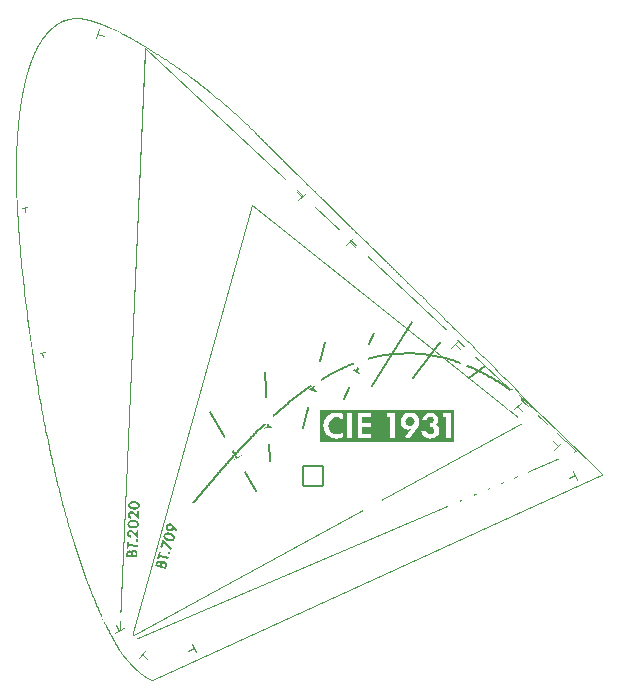
<source format=gbr>
%TF.GenerationSoftware,KiCad,Pcbnew,9.0.6-rc1-2-g790dee114b*%
%TF.CreationDate,2025-10-17T23:56:22-04:00*%
%TF.ProjectId,MetamerBoard,4d657461-6d65-4724-926f-6172642e6b69,rev?*%
%TF.SameCoordinates,Original*%
%TF.FileFunction,Legend,Top*%
%TF.FilePolarity,Positive*%
%FSLAX46Y46*%
G04 Gerber Fmt 4.6, Leading zero omitted, Abs format (unit mm)*
G04 Created by KiCad (PCBNEW 9.0.6-rc1-2-g790dee114b) date 2025-10-17 23:56:23*
%MOMM*%
%LPD*%
G01*
G04 APERTURE LIST*
G04 Aperture macros list*
%AMRoundRect*
0 Rectangle with rounded corners*
0 $1 Rounding radius*
0 $2 $3 $4 $5 $6 $7 $8 $9 X,Y pos of 4 corners*
0 Add a 4 corners polygon primitive as box body*
4,1,4,$2,$3,$4,$5,$6,$7,$8,$9,$2,$3,0*
0 Add four circle primitives for the rounded corners*
1,1,$1+$1,$2,$3*
1,1,$1+$1,$4,$5*
1,1,$1+$1,$6,$7*
1,1,$1+$1,$8,$9*
0 Add four rect primitives between the rounded corners*
20,1,$1+$1,$2,$3,$4,$5,0*
20,1,$1+$1,$4,$5,$6,$7,0*
20,1,$1+$1,$6,$7,$8,$9,0*
20,1,$1+$1,$8,$9,$2,$3,0*%
G04 Aperture macros list end*
%ADD10C,0.200000*%
%ADD11C,0.100000*%
%ADD12C,0.012700*%
%ADD13C,0.254000*%
%ADD14C,0.250000*%
%ADD15C,0.152400*%
%ADD16C,0.187500*%
%ADD17C,1.166000*%
%ADD18RoundRect,0.282608X-0.610120X0.071975X-0.242728X-0.564367X0.610120X-0.071975X0.242728X0.564367X0*%
%ADD19RoundRect,0.282608X-0.130121X-0.600413X0.538504X-0.295703X0.130121X0.600413X-0.538504X0.295703X0*%
%ADD20RoundRect,0.282608X-0.607959X-0.088388X-0.088388X-0.607959X0.607959X0.088388X0.088388X0.607959X0*%
%ADD21RoundRect,0.282608X0.607959X0.088388X0.088388X0.607959X-0.607959X-0.088388X-0.088388X-0.607959X0*%
%ADD22RoundRect,0.282608X0.513644X0.337042X-0.176828X0.588353X-0.513644X-0.337042X0.176828X-0.588353X0*%
%ADD23RoundRect,0.275000X0.297001X-0.305025X0.251659X0.343391X-0.297001X0.305025X-0.251659X-0.343391X0*%
%ADD24RoundRect,0.275000X0.327258X-0.272309X0.214386X0.367816X-0.327258X0.272309X-0.214386X-0.367816X0*%
%ADD25RoundRect,0.282608X0.597942X0.141039X0.035065X0.613349X-0.597942X-0.141039X-0.035065X-0.613349X0*%
%ADD26RoundRect,0.282608X-0.124876X-0.601525X0.541064X-0.290992X0.124876X0.601525X-0.541064X0.290992X0*%
%ADD27RoundRect,0.237500X0.012646X-0.870432X0.446168X0.747493X-0.012646X0.870432X-0.446168X-0.747493X0*%
%ADD28RoundRect,0.237500X0.116174X-0.484062X0.342641X0.361123X-0.116174X0.484062X-0.342641X-0.361123X0*%
%ADD29RoundRect,0.237500X0.281006X-0.823922X0.193343X0.848782X-0.281006X0.823922X-0.193343X-0.848782X0*%
%ADD30RoundRect,0.237500X0.260071X-0.424471X0.214278X0.449330X-0.260071X0.424471X-0.214278X-0.449330X0*%
%ADD31RoundRect,0.237500X-0.108617X-0.863721X0.545857X0.678124X0.108617X0.863721X-0.545857X-0.678124X0*%
%ADD32RoundRect,0.237500X0.047675X-0.495520X0.389565X0.309922X-0.047675X0.495520X-0.389565X-0.309922X0*%
%ADD33C,1.448000*%
%ADD34RoundRect,0.075000X-0.825000X-0.825000X0.825000X-0.825000X0.825000X0.825000X-0.825000X0.825000X0*%
%ADD35C,1.800000*%
G04 APERTURE END LIST*
D10*
X1503660Y16272380D02*
X1527550Y16248970D01*
X-15823880Y-21887300D02*
X-15823290Y-21888170D01*
X11476410Y6500500D02*
X11638330Y6341340D01*
X-24537020Y20362700D02*
X-24532480Y20485660D01*
X-23867320Y8361520D02*
X-23793700Y7721790D01*
X-14734510Y-23218120D02*
X-14713550Y-23239710D01*
X7894290Y10015430D02*
X7953250Y9957650D01*
X-24091850Y24943720D02*
X-24079570Y25013740D01*
X5231150Y12623060D02*
X5258380Y12596420D01*
X4638060Y13203500D02*
X4664780Y13177360D01*
X-15820830Y-21891770D02*
X-15820200Y-21892700D01*
X2951310Y14854410D02*
X2976520Y14829730D01*
X-22527580Y29621620D02*
X-22507410Y29653990D01*
X-1456240Y19180850D02*
X-1414210Y19139400D01*
X5559440Y12301760D02*
X5586950Y12274830D01*
X-18719820Y31581130D02*
X-18700040Y31577400D01*
X14387130Y1884740D02*
X14500140Y1830980D01*
X9674730Y8269750D02*
X9767540Y8178680D01*
X-20429450Y-10258990D02*
X-20379550Y-10440000D01*
X-24428560Y14702470D02*
X-24422300Y14600820D01*
X16806110Y516980D02*
X16923730Y439000D01*
X-14823660Y-23124680D02*
X-14799930Y-23149800D01*
X-22256730Y30024330D02*
X-22235110Y30053660D01*
X-7281230Y-6708670D02*
X-7232790Y-6653310D01*
X-18995380Y31623720D02*
X-18986240Y31622610D01*
X5835600Y12031450D02*
X5863350Y12004290D01*
X-23181830Y28309900D02*
X-23165520Y28350010D01*
X5753250Y2932330D02*
X5946470Y2976420D01*
X-3337050Y21042420D02*
X-3298950Y21004540D01*
X-19299060Y31645750D02*
X-19290840Y31645580D01*
X-22607170Y29489840D02*
X-22587440Y29523130D01*
X-23760Y17771070D02*
X21120Y17726980D01*
X-16502660Y30822510D02*
X-16475130Y30810110D01*
X-990690Y-528750D02*
X-906840Y-463630D01*
X6621470Y11262100D02*
X6649890Y11234280D01*
X1313390Y16458900D02*
X1337090Y16435660D01*
X-20479010Y-10077590D02*
X-20429450Y-10258990D01*
X6226210Y11649080D02*
X6254290Y11621600D01*
X-24285110Y12676040D02*
X-24273080Y12526670D01*
X-8802900Y-8482210D02*
X-8779540Y-8454570D01*
X-3260760Y20966590D02*
X-3222490Y20928560D01*
X-21224440Y31059040D02*
X-21188990Y31083380D01*
X19160820Y-1242070D02*
X19242190Y-1310220D01*
X-24561300Y17939820D02*
X-24560450Y17887940D01*
X-16639270Y30883280D02*
X-16612080Y30871300D01*
X797470Y16964860D02*
X843930Y16919280D01*
X-16800870Y30953360D02*
X-16774110Y30941900D01*
X-23246050Y28147440D02*
X-23230150Y28188350D01*
X-20962690Y31224397D02*
G75*
G02*
X-20907143Y31255359I1647400J-2890202D01*
G01*
X-14993370Y-22939690D02*
X-14968040Y-22967900D01*
X-8779540Y-8454570D02*
X-8756160Y-8426940D01*
X-18130060Y31438730D02*
X-18107660Y31432220D01*
X-14671200Y-23282900D02*
X-14649820Y-23304490D01*
X-4144600Y-3336430D02*
X-4066470Y-3259020D01*
X-18893350Y31610130D02*
X-18874470Y31607320D01*
X-8521670Y-8150290D02*
X-8498150Y-8122600D01*
X6114140Y11758800D02*
X6142120Y11731410D01*
X-2035840Y19752970D02*
X-1994990Y19712600D01*
X2328310Y15464450D02*
X2352960Y15440300D01*
X-17145400Y-19425970D02*
X-17093620Y-19533690D01*
X7835420Y10073110D02*
X7894290Y10015430D01*
X-23369520Y27813100D02*
X-23354450Y27855570D01*
X-13955770Y-23923000D02*
X-13939190Y-23935760D01*
X-14038070Y-23858200D02*
X-14021690Y-23871280D01*
X9767540Y8178680D02*
X9860580Y8087390D01*
X1289710Y16482120D02*
X1313390Y16458900D01*
X-21755160Y30612890D02*
X-21731050Y30636750D01*
X629320Y635200D02*
X716170Y691880D01*
X-23261850Y28106330D02*
X-23246050Y28147440D01*
X-24566320Y18391890D02*
X-24566000Y18343000D01*
X-18280670Y-16809680D02*
X-18233500Y-16928610D01*
X-24319640Y13118740D02*
X-24308390Y12972090D01*
X-24447770Y21992780D02*
X-24440250Y22091110D01*
X-24528710Y16724970D02*
X-24526530Y16666200D01*
X-15831900Y-21875500D02*
X-15831420Y-21876210D01*
X-24551480Y17461240D02*
X-24550090Y17406460D01*
X8849380Y9079280D02*
X8940200Y8990230D01*
X-8191220Y-7762310D02*
X-8167520Y-7734580D01*
X-24566000Y18343000D02*
X-24565620Y18293770D01*
X-4542570Y22242240D02*
X-4448180Y22149410D01*
X12571530Y2609890D02*
X12717630Y2561270D01*
X-22723280Y29285430D02*
X-22704200Y29320050D01*
X-15633610Y30406840D02*
X-15589380Y30384460D01*
X-15817590Y-21896510D02*
X-15816230Y-21898480D01*
X-8285890Y-7873220D02*
X-8262250Y-7845490D01*
X-10939790Y27538520D02*
X-10749020Y27403900D01*
X-14678510Y29900350D02*
X-14631740Y29874380D01*
X-2555060Y-1837030D02*
X-2474070Y-1765070D01*
X3459960Y14356500D02*
X3485630Y14331370D01*
X-22404890Y29812390D02*
X-22384060Y29843380D01*
X1767620Y16013700D02*
X1791750Y15990060D01*
X-19215610Y31642780D02*
X-19207120Y31642340D01*
X-15771780Y-21962470D02*
X-15768570Y-21967020D01*
X-22507410Y29653990D02*
X-22487120Y29686130D01*
X-23242637Y3546068D02*
G75*
G02*
X-23667819Y6681269I144872047J21243327D01*
G01*
X1171620Y16597900D02*
X1218790Y16551650D01*
X-989160Y18720570D02*
X-946180Y18678260D01*
X-15768570Y-21967020D02*
X-15765300Y-21971660D01*
X-22798530Y29144720D02*
X-22779880Y29180230D01*
X-19494540Y31643230D02*
X-19449650Y31644800D01*
X-21294690Y31008910D02*
X-21259670Y31034220D01*
X-8380360Y-7984090D02*
X-8356760Y-7956370D01*
X-1581840Y19304720D02*
X-1540060Y19263510D01*
X-18964610Y-14975740D02*
X-18920380Y-15100770D01*
X-13939190Y-23935760D02*
X-13922560Y-23948460D01*
X-18579330Y31552870D02*
X-18558870Y31548430D01*
X428970Y17326480D02*
X474720Y17281560D01*
X4558060Y13281790D02*
X4584710Y13255720D01*
X-13491130Y-24242740D02*
X-13478010Y-24250590D01*
X17277940Y197840D02*
X17396460Y115020D01*
X-23922740Y25816650D02*
X-23911940Y25866620D01*
X-24504200Y16123990D02*
X-24501420Y16062290D01*
X1416880Y1127350D02*
X1505200Y1179470D01*
X-20851112Y31285184D02*
G75*
G02*
X-20785138Y31318554I1503222J-2890089D01*
G01*
X5176770Y12676290D02*
X5203950Y12649690D01*
X19650580Y-1659580D02*
X19732570Y-1731190D01*
X-17592880Y31264810D02*
X-17568510Y31256120D01*
X-16654260Y-20409980D02*
X-16618500Y-20478400D01*
X-24256310Y23863840D02*
X-24246480Y23937490D01*
X5642040Y12220910D02*
X5669620Y12193920D01*
X14975210Y3055030D02*
X15361540Y2673730D01*
X-4943890Y-4148740D02*
X-4892760Y-4095700D01*
X-24067130Y25083490D02*
X-24054520Y25153000D01*
X-15079720Y-22841970D02*
X-15049300Y-22876670D01*
X-14282290Y-23652160D02*
X-14262680Y-23669450D01*
X15989010Y1029540D02*
X16105080Y959850D01*
X-13078270Y-24456170D02*
X-13064770Y-24461930D01*
X2650500Y15148930D02*
X2675440Y15124510D01*
X10234950Y7719940D02*
X10360530Y7596650D01*
X-15812000Y-21904640D02*
X-15810530Y-21906780D01*
X-24480180Y15622460D02*
X-24476900Y15558500D01*
X-22685010Y29354460D02*
X-22665720Y29388640D01*
X-14692440Y-23261310D02*
X-14671200Y-23282900D01*
X-21795260Y-4597200D02*
X-21745120Y-4832750D01*
X-17855450Y31354240D02*
X-17832000Y31346570D01*
X-15653490Y-22126720D02*
X-15643460Y-22140330D01*
X-15589380Y30384460D02*
X-15545020Y30361900D01*
X-22363120Y29874130D02*
X-22342060Y29904640D01*
X-21706820Y30660360D02*
X-21682480Y30683720D01*
X20558180Y-2479390D02*
X20641310Y-2557460D01*
X-15544870Y-22271650D02*
X-15513820Y-22312180D01*
X111140Y17638550D02*
X156280Y17594210D01*
X-15896170Y30537390D02*
X-15852750Y30516080D01*
X-23954580Y25665790D02*
X-23944060Y25716230D01*
X-8849600Y-8537440D02*
X-8826260Y-8509830D01*
X456090Y520380D02*
X542630Y578030D01*
X-24434680Y14803530D02*
X-24428560Y14702470D01*
X-16510670Y-20682100D02*
X-16474540Y-20749490D01*
X-15321260Y30246450D02*
X-15276130Y30222840D01*
X6172823Y3024097D02*
G75*
G02*
X6400183Y3067667I2487987J-12368002D01*
G01*
X10988760Y3026110D02*
X11166390Y2989530D01*
X5780180Y12085700D02*
X5807880Y12058580D01*
X-19604900Y-13057850D02*
X-19563550Y-13188030D01*
X-15795960Y-21927860D02*
X-15794190Y-21930400D01*
X-8072580Y-7623630D02*
X-8048810Y-7595890D01*
X7367960Y10531050D02*
X7426060Y10474150D01*
X-24501420Y16062290D02*
X-24498570Y16000300D01*
X-15276130Y30222840D02*
X-15230880Y30199050D01*
X13379700Y2319500D02*
X13490780Y2275510D01*
X3255400Y14556730D02*
X3280890Y14531780D01*
X-15049300Y-22876670D02*
X-15021520Y-22908100D01*
X-21326240Y-6710000D02*
X-21271650Y-6943460D01*
X-20816770Y-8797630D02*
X-20769500Y-8981500D01*
X-24142060Y11025410D02*
X-24119680Y10787570D01*
X-3935620Y21638560D02*
X-3898820Y21601850D01*
X5400910Y2843900D02*
X5560760Y2885310D01*
X-23500590Y27422380D02*
X-23486430Y27466540D01*
X-13226090Y-24387880D02*
X-13212710Y-24394440D01*
X4718270Y13125000D02*
X4745060Y13098790D01*
X-6794420Y-6156090D02*
X-6745430Y-6100980D01*
X-18496930Y31534500D02*
X-18476090Y31529660D01*
X-8732770Y-8399300D02*
X-8709360Y-8371650D01*
X-15587930Y-22214800D02*
X-15568730Y-22240250D01*
X-18513550Y-16208580D02*
X-18467370Y-16329640D01*
X-8919540Y-8620260D02*
X-8896240Y-8592660D01*
X-24329170Y23266570D02*
X-24320610Y23341990D01*
X-22169600Y30140190D02*
X-22147540Y30168550D01*
X-13182570Y29021500D02*
X-13099760Y28970120D01*
X14274340Y1937410D02*
X14387130Y1884740D01*
X-18786530Y-15473590D02*
X-18741520Y-15597090D01*
X-19164260Y31639720D02*
X-19155610Y31639110D01*
X5122480Y12729430D02*
X5149610Y12702870D01*
X-18559540Y-16087090D02*
X-18513550Y-16208580D01*
X-5552780Y-4791050D02*
X-5502360Y-4737140D01*
X3691840Y14129540D02*
X3717720Y14104210D01*
X1432140Y16342480D02*
X1455960Y16319140D01*
X21562730Y-3455740D02*
X21647130Y-3541030D01*
X17515200Y30990D02*
X17634170Y-54270D01*
X6142120Y11731410D02*
X6170130Y11703990D01*
X-2835250Y20544210D02*
X-2796080Y20505370D01*
X-23965000Y25615190D02*
X-23954580Y25665790D01*
X-24483400Y15686130D02*
X-24480180Y15622460D01*
X-13279520Y-24360930D02*
X-13266180Y-24367770D01*
X-15809030Y-21908960D02*
X-15807500Y-21911180D01*
X13010950Y2458480D02*
X13158170Y2404290D01*
X5724860Y12139850D02*
X5752510Y12112790D01*
X-1157930Y-660200D02*
X-1074390Y-594280D01*
X66090Y17682800D02*
X111140Y17638550D01*
X-9105510Y-8840770D02*
X-9082300Y-8813230D01*
X-15921630Y-21728180D02*
X-15884030Y-21791240D01*
X11846590Y2825720D02*
X11990840Y2786160D01*
X2578120Y1762330D02*
X2668630Y1807220D01*
X14626730Y3398830D02*
X14975210Y3055030D01*
X-5904050Y-5170120D02*
X-5854040Y-5115800D01*
X9031250Y8900950D02*
X9122510Y8811450D01*
X-23198040Y28269580D02*
X-23181830Y28309900D01*
X10318882Y3140807D02*
G75*
G02*
X10564737Y3102981I-1795172J-12485712D01*
G01*
X-6302040Y-5606600D02*
X-6252490Y-5551880D01*
X5068280Y12782470D02*
X5095360Y12755960D01*
X-17808470Y31338820D02*
X-17784850Y31330970D01*
X-21398500Y30930100D02*
X-21364110Y30956840D01*
X17340690Y717460D02*
X18042950Y22140D01*
D11*
X-4546390Y15837870D02*
X18442840Y-2514240D01*
D10*
X-19539190Y31641100D02*
X-19494540Y31643230D01*
X-23242630Y3546070D02*
X-23133100Y2812430D01*
X-1160200Y18889050D02*
X-1117570Y18847050D01*
X-21850450Y30514860D02*
X-21826800Y30539750D01*
X-15837820Y-21866750D02*
X-15837450Y-21867300D01*
X-17248330Y-19208950D02*
X-17196970Y-19317720D01*
X4056250Y13772890D02*
X4082450Y13747250D01*
X1864280Y15919000D02*
X1888500Y15895270D01*
X-24475480Y21596620D02*
X-24468900Y21696070D01*
X-12766480Y28760630D02*
X-12682670Y28707280D01*
X-19848970Y-12270390D02*
X-19808760Y-12402370D01*
X-17994700Y-17516550D02*
X-17946340Y-17632770D01*
X-23774760Y26453740D02*
X-23762690Y26501600D01*
X-19013600Y31625850D02*
X-19004510Y31624800D01*
X-24545560Y17240260D02*
X-24543930Y17184230D01*
X-23528600Y27333510D02*
X-23514650Y27378030D01*
X-6252490Y-5551880D02*
X-6202890Y-5497190D01*
X3984800Y2383910D02*
X4109050Y2430950D01*
X-22320890Y29934920D02*
X-22299620Y29964960D01*
X11638330Y6341340D02*
X11800880Y6181540D01*
X-3831240Y-3028190D02*
X-3752550Y-2951720D01*
X-8214910Y-7790040D02*
X-8191220Y-7762310D01*
X1479800Y16295770D02*
X1503660Y16272380D01*
X-14231150Y-23696980D02*
X-14215320Y-23710680D01*
X-8592150Y-8233340D02*
X-8568670Y-8205660D01*
X-5096920Y-4308330D02*
X-5045970Y-4255060D01*
X-13517330Y-24226880D02*
X-13504240Y-24234840D01*
X3743620Y14078860D02*
X3769550Y14053490D01*
X5504490Y12355540D02*
X5531960Y12328660D01*
X-24487920Y21396910D02*
X-24481810Y21496900D01*
X1505200Y1179470D02*
X1593690Y1231050D01*
X3737220Y2286350D02*
X3860850Y2335700D01*
X-13703090Y-24106820D02*
X-13685960Y-24118430D01*
X2725400Y15075600D02*
X2750410Y15051110D01*
X-21943910Y30412780D02*
X-21920710Y30438680D01*
X-24216030Y24157070D02*
X-24205560Y24229800D01*
X-23428790Y27641320D02*
X-23414130Y27684550D01*
X-599280Y18336840D02*
X-555530Y18293810D01*
X-24567050Y18631235D02*
X-24567011Y18694708D01*
X-15804350Y-21915740D02*
X-15802730Y-21918080D01*
X-13855690Y-23998560D02*
X-13838880Y-24010910D01*
X-23099210Y28508450D02*
X-23082370Y28547550D01*
X-24541240Y20239410D02*
X-24537020Y20362700D01*
X18112310Y-407630D02*
X18232410Y-499080D01*
X-2952290Y20660300D02*
X-2913360Y20621680D01*
X6706780Y11178570D02*
X6735270Y11150680D01*
X-14379150Y-23564860D02*
X-14359940Y-23582430D01*
X-19888980Y-12138130D02*
X-19848970Y-12270390D01*
X-13634380Y-24152750D02*
X-13617120Y-24164010D01*
X2526130Y15270720D02*
X2550960Y15246400D01*
X-17370650Y31183300D02*
X-17345560Y31173790D01*
X-17116210Y31084120D02*
X-17090340Y31073710D01*
X-19311480Y-13962400D02*
X-19268800Y-14090300D01*
X-13292840Y-24354020D02*
X-13279520Y-24360930D01*
X-14070700Y-23831860D02*
X-14054400Y-23845060D01*
X-24540480Y17071250D02*
X-24538670Y17014300D01*
X-10296810Y27079570D02*
X-10017870Y26875840D01*
X15786590Y2254000D02*
X16251310Y1794850D01*
X-17064400Y31063210D02*
X-17038380Y31052620D01*
X-906840Y-463630D02*
X-822830Y-398900D01*
X3408680Y14406690D02*
X3434310Y14381600D01*
X-15765500Y30472920D02*
X-15721670Y30451070D01*
X-17641370Y31281910D02*
X-17617170Y31273410D01*
X-1074850Y18804970D02*
X-1032050Y18762810D01*
X2880470Y1909670D02*
X3001940Y1966750D01*
X-8143800Y-7706840D02*
X-8120070Y-7679110D01*
X-1032050Y18762810D02*
X-989160Y18720570D01*
X2700410Y15100060D02*
X2725400Y15075600D01*
X-1789470Y19509630D02*
X-1748120Y19468810D01*
X-23542450Y27288800D02*
X-23528600Y27333510D01*
X14500140Y1830980D02*
X14613360Y1776110D01*
X3331940Y14481810D02*
X3357490Y14456790D01*
X4879320Y12967390D02*
X4906250Y12941040D01*
X-24567020Y18584050D02*
X-24566980Y18560330D01*
X-24519640Y16488110D02*
X-24517220Y16428150D01*
X-1245210Y18972810D02*
X-1202750Y18930970D01*
X21731630Y-3626930D02*
X21816250Y-3713450D01*
X-4687650Y-3884370D02*
X-4636220Y-3831750D01*
X-9059090Y-8785690D02*
X-9035860Y-8758130D01*
X16454600Y743750D02*
X16571540Y669350D01*
X197460Y344610D02*
X283510Y403670D01*
X5697230Y12166900D02*
X5724860Y12139850D01*
X843930Y16919280D02*
X890470Y16873620D01*
X-17295140Y31154490D02*
X-17269810Y31144710D01*
X-15366270Y30269890D02*
X-15321260Y30246450D01*
X-13651610Y-24141400D02*
X-13634380Y-24152750D01*
X-17800080Y-17978610D02*
X-17750920Y-18092940D01*
X-24556440Y17677160D02*
X-24555290Y17623660D01*
X-15827840Y-21881490D02*
X-15827300Y-21882280D01*
X-24455050Y21894160D02*
X-24447770Y21992780D01*
X2156410Y15632820D02*
X2180900Y15608830D01*
X-14631740Y29874380D02*
X-14584860Y29848240D01*
X-19232520Y31643590D02*
X-19224080Y31643200D01*
X-7909780Y25243360D02*
X-7512860Y24916770D01*
X-24181550Y11456830D02*
X-24163850Y11261480D01*
X-17737360Y31314990D02*
X-17713490Y31306860D01*
X5531960Y12328660D02*
X5559440Y12301760D01*
X3795490Y14028090D02*
X3821470Y14002670D01*
X11523370Y2908250D02*
X11702710Y2863510D01*
X-5703670Y-4953150D02*
X-5653430Y-4899050D01*
X3383080Y14431750D02*
X3408680Y14406690D01*
X3357490Y14456790D02*
X3383080Y14431750D01*
X-22067030Y-3276170D02*
X-22010080Y-3559430D01*
X-18186140Y-17047090D02*
X-18138580Y-17165140D01*
X-24232180Y12035140D02*
X-24215720Y11843680D01*
X-15810530Y-21906780D02*
X-15809030Y-21908960D01*
X-15722490Y-22031830D02*
X-15717050Y-22039390D01*
X21226190Y-3120650D02*
X21310170Y-3203510D01*
X5203950Y12649690D02*
X5231150Y12623060D01*
X-21643370Y-5303380D02*
X-21591750Y-5538410D01*
X3977780Y13849690D02*
X4003910Y13824110D01*
X-13691030Y29330900D02*
X-13625920Y29291880D01*
X-3638950Y21342820D02*
X-3601500Y21305520D01*
X13158170Y2404290D02*
X13268830Y2362420D01*
X7309960Y10587860D02*
X7367960Y10531050D01*
X-18391800Y31509290D02*
X-18370490Y31503950D01*
X2131940Y15656780D02*
X2156410Y15632820D01*
X-16025580Y30600220D02*
X-15982580Y30579460D01*
X-16831710Y-20064110D02*
X-16796400Y-20133790D01*
X-18986240Y31622610D02*
X-18977060Y31621480D01*
X-3972340Y21675200D02*
X-3935620Y21638560D01*
X-15835880Y-21869620D02*
X-15835470Y-21870230D01*
X-24545130Y20115810D02*
X-24541240Y20239410D01*
X1815910Y15966390D02*
X1840080Y15942710D01*
X-4481570Y-3674430D02*
X-4429900Y-3622170D01*
X1623310Y16155120D02*
X1647300Y16131610D01*
X-19120730Y31636430D02*
X-19111950Y31635700D01*
X3613900Y2235870D02*
X3737220Y2286350D01*
X-2957830Y-2201470D02*
X-2877570Y-2127980D01*
X-15799400Y-21922890D02*
X-15797690Y-21925360D01*
X890370Y803770D02*
X977710Y858970D01*
X11315120Y6659010D02*
X11476410Y6500500D01*
X-6499670Y-5825950D02*
X-6450350Y-5771050D01*
X-13385770Y-24303830D02*
X-13372530Y-24311200D01*
X890470Y16873620D02*
X937110Y16827880D01*
X-21432690Y30902870D02*
X-21398500Y30930100D01*
X1743510Y16037330D02*
X1767620Y16013700D01*
X-21633450Y30729640D02*
X-21608770Y30752220D01*
X-21433940Y-6242160D02*
X-21380340Y-6476230D01*
X-19040730Y31628850D02*
X-19031720Y31627870D01*
X-13024220Y-24478770D02*
X-13010680Y-24484220D01*
X11154460Y6816880D02*
X11315120Y6659010D01*
X1695360Y16084510D02*
X1719430Y16060930D01*
X977710Y858970D02*
X1065220Y913670D01*
X474720Y17281560D02*
X520560Y17236570D01*
X-18650920Y-15842890D02*
X-18605330Y-15965190D01*
X-24127690Y24732140D02*
X-24115910Y24802920D01*
X-2678040Y20388380D02*
X-2638530Y20349240D01*
X-15824470Y-21886440D02*
X-15823880Y-21887300D01*
X-24562830Y18042610D02*
X-24562090Y17991380D01*
X-22103080Y30224550D02*
X-22080680Y30252180D01*
X-15802730Y-21918080D02*
X-15801080Y-21920470D01*
X-13788220Y-24047480D02*
X-13771260Y-24059510D01*
X-15835470Y-21870230D02*
X-15835050Y-21870850D01*
X8668400Y9256720D02*
X8758780Y9168110D01*
X1124540Y16644060D02*
X1171620Y16597900D01*
X-14529800Y-23422900D02*
X-14511270Y-23440760D01*
X2254500Y15536740D02*
X2279080Y15512660D01*
X4664780Y13177360D02*
X4691510Y13151190D01*
X-17470230Y31220450D02*
X-17445450Y31211300D01*
X-23975330Y25564450D02*
X-23965000Y25615190D01*
X-8942830Y-8647850D02*
X-8919540Y-8620260D01*
X-16071100Y-21473180D02*
X-16033870Y-21537350D01*
X-13820760Y29408140D02*
X-13755970Y29369660D01*
X-15809190Y30494590D02*
X-15765500Y30472920D01*
X1840080Y15942710D02*
X1864280Y15919000D01*
X-23944060Y25716230D02*
X-23933450Y25766520D01*
X-16365610Y-20950060D02*
X-16329120Y-21016390D01*
X2850680Y14952940D02*
X2875800Y14928340D01*
X-16693420Y30906980D02*
X-16666380Y30895170D01*
X4960160Y12888280D02*
X4987160Y12861860D01*
X-13464880Y-24258370D02*
X-13451730Y-24266100D01*
X5422240Y12436040D02*
X5449640Y12409230D01*
X-17994330Y31398210D02*
X-17971400Y31391110D01*
X-569870Y-207210D02*
X-485240Y-144140D01*
X-20073220Y-11517270D02*
X-20021000Y-11695250D01*
X-24567010Y18694710D02*
X-24566620Y18842580D01*
X-1540060Y19263510D02*
X-1498200Y19222220D01*
X6536380Y11345420D02*
X6564720Y11317670D01*
X-13822030Y-24023170D02*
X-13805140Y-24035360D01*
X-18538320Y31543880D02*
X-18517670Y31539240D01*
X-24341370Y13409270D02*
X-24330630Y13264470D01*
X-18977060Y31621480D02*
X-18967860Y31620320D01*
X-18042860Y-17399870D02*
X-17994700Y-17516550D01*
X2397620Y1670800D02*
X2487790Y1716860D01*
X7136550Y10757710D02*
X7194260Y10701190D01*
X-6355150Y23925810D02*
X-6187400Y23777190D01*
X-14548240Y-23405010D02*
X-14529800Y-23422900D01*
X19814660Y-1803370D02*
X19896860Y-1876140D01*
X-15801080Y-21920470D02*
X-15799400Y-21922890D01*
X-17665490Y31290320D02*
X-17641370Y31281910D01*
X-1498200Y19222220D02*
X-1456240Y19180850D01*
X13732760Y4280120D02*
X14005970Y4010880D01*
X-7786500Y-7290740D02*
X-7762570Y-7263000D01*
X-17445450Y31211300D02*
X-17420600Y31202060D01*
X16251310Y1794850D02*
X16756730Y1295170D01*
X3027030Y14780290D02*
X3052310Y14755540D01*
X-24273080Y12526670D02*
X-24260790Y12376410D01*
X-15884030Y-21791240D02*
X-15846340Y-21854010D01*
X-23649670Y26924650D02*
X-23636620Y26970790D01*
X292230Y17460720D02*
X337720Y17416050D01*
X-19008650Y-14850330D02*
X-18964610Y-14975740D01*
X-15830440Y-21877660D02*
X-15829930Y-21878410D01*
X5082730Y2755120D02*
X5241570Y2800500D01*
X-15838540Y-21865680D02*
X-15838180Y-21866210D01*
X-14473950Y-23476400D02*
X-14455160Y-23494170D01*
X14049390Y2039440D02*
X14161760Y1988970D01*
X-19928810Y-12005580D02*
X-19888980Y-12138130D01*
X-23293130Y28023520D02*
X-23277540Y28065020D01*
X7542540Y10360050D02*
X7600920Y10302850D01*
X-24566790Y18488650D02*
X-24566580Y18440440D01*
X-23786720Y26405720D02*
X-23774760Y26453740D01*
X-14916510Y-23024630D02*
X-14893610Y-23049560D01*
X-14606640Y-23347630D02*
X-14584850Y-23369170D01*
X8428460Y9491930D02*
X8488300Y9433280D01*
X-21694490Y-5068150D02*
X-21643370Y-5303380D01*
X-24565810Y18990110D02*
X-24564770Y19116290D01*
X-7738640Y-7235260D02*
X-7714680Y-7207520D01*
X4398690Y13437760D02*
X4425190Y13411820D01*
X-15568730Y-22240250D02*
X-15544870Y-22271650D01*
X-22010080Y-3559430D02*
X-21952430Y-3842620D01*
X-13346020Y-24325730D02*
X-13332750Y-24332900D01*
X-24028790Y25291210D02*
X-24015680Y25359920D01*
X-24215720Y11843680D02*
X-24198840Y11650900D01*
X8190080Y9725570D02*
X8249530Y9667310D01*
X-20329330Y-10620610D02*
X-20278770Y-10800810D01*
X-20699353Y31359176D02*
G75*
G02*
X-20109750Y31560299I1306363J-2864881D01*
G01*
X-15833300Y-21873440D02*
X-15832840Y-21874120D01*
X-22799910Y724470D02*
X-22728770Y303420D01*
X-8333150Y-7928660D02*
X-8309530Y-7900940D01*
X-14584860Y29848240D02*
X-14522180Y29813130D01*
X4233620Y2476830D02*
X4358500Y2521520D01*
X-16959870Y31020320D02*
X-16933560Y31009380D01*
X-15781000Y-21949310D02*
X-15779010Y-21952170D01*
X1937010Y15847740D02*
X1961290Y15823950D01*
X6451500Y11428520D02*
X6479770Y11400840D01*
X7717980Y10188170D02*
X7776650Y10130690D01*
X-6647300Y-5990860D02*
X-6598140Y-5935860D01*
X-18836410Y31601390D02*
X-18817220Y31598270D01*
X-335480Y18077420D02*
X-291200Y18033900D01*
X-15837060Y-21867860D02*
X-15836680Y-21868440D01*
X-8356760Y-7956370D02*
X-8333150Y-7928660D01*
X-15545020Y30361900D02*
X-15500520Y30339150D01*
X-9082300Y-8813230D02*
X-9059090Y-8785690D01*
X-22598550Y-447240D02*
X-22531640Y-823410D01*
X1240720Y1021540D02*
X1328720Y1074700D01*
X5340210Y12516330D02*
X5367530Y12489590D01*
X-8498150Y-8122600D02*
X-8474620Y-8094900D01*
X-5045970Y-4255060D02*
X-4994960Y-4201860D01*
X4292910Y13541280D02*
X4319320Y13515440D01*
X20091540Y-2009830D02*
X25180650Y-7081650D01*
X-18875960Y-15225420D02*
X-18831340Y-15349700D01*
X-12057100Y28300630D02*
X-11937780Y28221410D01*
D11*
X-14767900Y-20651990D02*
X-4546390Y15837870D01*
D10*
X-24555290Y17623660D02*
X-24554080Y17569830D01*
X-16196130Y30681410D02*
X-16153710Y30661390D01*
X2759300Y1851520D02*
X2880470Y1909670D01*
X-19207120Y31642340D02*
X-19198600Y31641870D01*
X6254290Y11621600D02*
X6282390Y11594080D01*
X-2756810Y20466450D02*
X-2717470Y20427450D01*
X19568700Y-1588560D02*
X19650580Y-1659580D01*
X-9012620Y-8730570D02*
X-8989370Y-8703000D01*
X-24468420Y15397420D02*
X-24463150Y15299950D01*
X-2238830Y19953630D02*
X-2198400Y19913650D01*
X10360530Y7596650D02*
X10486510Y7472950D01*
X4003910Y13824110D02*
X4030070Y13798510D01*
X-4227100Y21929710D02*
X-4190950Y21893560D01*
X6423260Y11456170D02*
X6451500Y11428520D01*
X-1573370Y-995580D02*
X-1490590Y-927750D01*
X2451780Y15343530D02*
X2476540Y15319280D01*
X-4082010Y21784710D02*
X-4045530Y21748280D01*
X-24260790Y12376410D02*
X-24248240Y12225280D01*
X4483700Y2565030D02*
X4609210Y2607340D01*
X9213990Y8721730D02*
X9305700Y8631780D01*
X1912740Y15871520D02*
X1937010Y15847740D01*
X-12379480Y28512020D02*
X-12277920Y28445840D01*
X-14199430Y-23724340D02*
X-14183500Y-23737960D01*
X-8001240Y-7540410D02*
X-7977430Y-7512670D01*
X-17299500Y-19099640D02*
X-17248330Y-19208950D01*
X-13565180Y-24197210D02*
X-13547800Y-24208080D01*
X-14942420Y-22996220D02*
X-14916510Y-23024630D01*
X-3375080Y21080230D02*
X-3337050Y21042420D01*
X-19094300Y31634140D02*
X-19085440Y31633330D01*
X3614340Y14205400D02*
X3640150Y14180130D01*
X-23569860Y27198830D02*
X-23556210Y27243910D01*
X-5603140Y-4845020D02*
X-5552780Y-4791050D01*
X3821470Y14002670D02*
X3847460Y13977230D01*
X10612890Y7348850D02*
X10739670Y7224350D01*
X-4636220Y-3831750D02*
X-4584730Y-3779220D01*
X-8427520Y-8039500D02*
X-8403950Y-8011790D01*
X-17761150Y31323030D02*
X-17737360Y31314990D01*
X-903120Y18635860D02*
X-859970Y18593380D01*
X13224920Y4780350D02*
X13461190Y4547650D01*
X6564720Y11317670D02*
X6593090Y11289900D01*
X-485240Y-144140D02*
X-400460Y-81510D01*
X-14340640Y-23599940D02*
X-14321270Y-23617400D01*
X-3117920Y-2349320D02*
X-3037950Y-2275250D01*
X-22817070Y29109000D02*
X-22798530Y29144720D01*
X9984970Y7965310D02*
X10109760Y7842820D01*
X-15823290Y-21888170D02*
X-15822690Y-21889050D01*
X-24564680Y18194300D02*
X-24564120Y18144070D01*
X-14206000Y29633270D02*
X-14142220Y29596440D01*
X-19155610Y31639110D02*
X-19146930Y31638480D01*
X-3909790Y-3104890D02*
X-3831240Y-3028190D01*
X-16933560Y31009380D02*
X-16907170Y30998350D01*
X-21188990Y31083380D02*
X-21153340Y31107230D01*
X-13064770Y-24461930D02*
X-13051260Y-24467620D01*
X-13425390Y-24281380D02*
X-13412200Y-24288920D01*
X4531440Y13307840D02*
X4558060Y13281790D01*
X-16033870Y-21537350D02*
X-15996550Y-21601240D01*
X-2598940Y20310020D02*
X-2559260Y20270720D01*
X-5328290Y22994010D02*
X-5198300Y22872110D01*
X-15619140Y-22173110D02*
X-15604680Y-22192480D01*
X-24007250Y9655210D02*
X-23968310Y9283760D01*
X-6450350Y-5771050D02*
X-6400970Y-5716190D01*
X-14566590Y-23387100D02*
X-14548240Y-23405010D01*
X-21153340Y31107230D02*
X-21108480Y31136360D01*
X-2519500Y20231350D02*
X-2479650Y20191900D01*
X-24330630Y13264470D02*
X-24319640Y13118740D01*
X-19522020Y-13317900D02*
X-19480300Y-13447460D01*
X21142320Y-3038390D02*
X21226190Y-3120650D01*
X-15751590Y-21991050D02*
X-15748000Y-21996100D01*
X-13265170Y29072470D02*
X-13182570Y29021500D01*
X-22080680Y30252180D02*
X-22058170Y30279560D01*
X-24548640Y17351370D02*
X-24547130Y17295970D01*
X-15411150Y30293150D02*
X-15366270Y30269890D01*
X983830Y16782050D02*
X1030650Y16736140D01*
X-13949850Y29484290D02*
X-13885390Y29446360D01*
X542630Y578030D02*
X629320Y635200D01*
X-22908160Y28927140D02*
X-22890160Y28963950D01*
X-24337560Y23190930D02*
X-24329170Y23266570D01*
X-4748500Y22442830D02*
X-4637380Y22334920D01*
X2900950Y14903720D02*
X2926120Y14879080D01*
X1575380Y16202090D02*
X1599330Y16178620D01*
X19405240Y-1448240D02*
X19486920Y-1518110D01*
X4771860Y13072560D02*
X4798690Y13046300D01*
X-24473550Y15494270D02*
X-24468420Y15397420D01*
X-15813440Y-21902550D02*
X-15812000Y-21904640D01*
X-6548930Y-5880880D02*
X-6499670Y-5825950D01*
X-23968310Y9283760D02*
X-23923430Y8867010D01*
X-24566580Y18440440D02*
X-24566320Y18391890D01*
X-22728770Y303420D02*
X-22664260Y-71600D01*
X-16219090Y-21213780D02*
X-16182230Y-21279040D01*
X-6053730Y-5333430D02*
X-6003890Y-5278940D01*
X-24422300Y14600820D02*
X-24415890Y14498590D01*
X3185160Y-603240D02*
X5722800Y5004120D01*
X20974900Y-2875680D02*
X21058560Y-2956730D01*
X6058240Y11813520D02*
X6086180Y11786170D01*
X-24557490Y19618340D02*
X-24554880Y19743150D01*
X-642940Y18379800D02*
X-599280Y18336840D01*
X-14359940Y-23582430D02*
X-14340640Y-23599940D01*
X-24424500Y22286920D02*
X-24416270Y22384390D01*
X-15792390Y-21932990D02*
X-15790570Y-21935610D01*
X6906670Y10982840D02*
X6963990Y10926700D01*
X3951670Y13875240D02*
X3977780Y13849690D01*
X-18413020Y31514530D02*
X-18391800Y31509290D01*
X2575810Y15222070D02*
X2600680Y15197710D01*
X-9313760Y-9088200D02*
X-9290670Y-9060740D01*
X-13754270Y-24071460D02*
X-13737240Y-24083330D01*
X4109050Y2430950D02*
X4233620Y2476830D01*
X-4274510Y-3465950D02*
X-4222590Y-3414070D01*
X-22446230Y29749730D02*
X-22425620Y29781180D01*
X-24517220Y16428150D02*
X-24514740Y16367900D01*
X-5653430Y-4899050D02*
X-5603140Y-4845020D01*
X-8238580Y-7817770D02*
X-8214910Y-7790040D01*
X-18967860Y31620320D02*
X-18958640Y31619140D01*
X3280890Y14531780D02*
X3306400Y14506800D01*
X-19449650Y31644800D02*
X-19404540Y31645790D01*
X1065220Y913670D02*
X1152890Y967860D01*
X19732570Y-1731190D02*
X19814660Y-1803370D01*
X2825580Y14977510D02*
X2850680Y14952940D01*
X-24446490Y15003890D02*
X-24440650Y14904010D01*
X6366840Y11511410D02*
X6395040Y11483800D01*
X-17713490Y31306860D02*
X-17689530Y31298630D01*
X-1665150Y19386920D02*
X-1623540Y19345860D01*
X-24440650Y14904010D02*
X-24434680Y14803530D01*
X3588550Y14230630D02*
X3614340Y14205400D01*
X-21844910Y-4361510D02*
X-21795260Y-4597200D01*
X-16720390Y30918710D02*
X-16693420Y30906980D01*
X201510Y17549800D02*
X246830Y17505300D01*
X-24559790Y19493240D02*
X-24557490Y19618340D01*
X19486920Y-1518110D02*
X19568700Y-1588560D01*
X-15663290Y-22113390D02*
X-15653490Y-22126720D01*
X-18619950Y31561450D02*
X-18599690Y31557210D01*
X2550960Y15246400D02*
X2575810Y15222070D01*
X803190Y748070D02*
X890370Y803770D01*
X-7220990Y24672450D02*
X-6964690Y24454910D01*
X14840460Y1663010D02*
X14954330Y1604790D01*
X-2717470Y20427450D02*
X-2678040Y20388380D01*
X-24481810Y21496900D02*
X-24475480Y21596620D01*
X-14269600Y29669810D02*
X-14206000Y29633270D01*
X-13438570Y-24273770D02*
X-13425390Y-24281380D01*
X6649890Y11234280D02*
X6678320Y11206440D01*
X4611370Y13229620D02*
X4638060Y13203500D01*
X-16419870Y30785040D02*
X-16392130Y30772380D01*
X2205410Y15584820D02*
X2229950Y15560790D01*
X15642150Y1231630D02*
X15757550Y1165430D01*
X-13625920Y29291880D02*
X-13560670Y29252580D01*
X-15814850Y-21900490D02*
X-15813440Y-21902550D01*
X-5198300Y22872110D02*
X-5085080Y22765160D01*
X-15455900Y30316240D02*
X-15411150Y30293150D01*
X3001940Y1966750D02*
X3123720Y2022770D01*
X5241570Y2800500D02*
X5400910Y2843900D01*
X14613360Y1776110D02*
X14726800Y1720120D01*
X-3029900Y20737310D02*
X-2991140Y20698840D01*
X-23115940Y28469150D02*
X-23099210Y28508450D01*
X-15816230Y-21898480D02*
X-15814850Y-21900490D01*
X-14103150Y-23805290D02*
X-14086950Y-23818600D01*
X-18306020Y31487340D02*
X-18284340Y31481600D01*
X5312910Y12543050D02*
X5340210Y12516330D01*
X-24512200Y16307350D02*
X-24509590Y16246520D01*
X3899520Y13926280D02*
X3925580Y13900770D01*
X-23065420Y28586450D02*
X-23048370Y28625140D01*
X20226690Y-2173060D02*
X20309400Y-2248760D01*
X5891120Y11977110D02*
X5918920Y11949900D01*
X7352928Y3203193D02*
G75*
G02*
X8662209Y3265731I1228282J-11978298D01*
G01*
X-24415890Y14498590D02*
X-24409350Y14395780D01*
X6479770Y11400840D02*
X6508060Y11373140D01*
X2034290Y15752440D02*
X2058670Y15728550D01*
X-23132570Y28429640D02*
X-23115940Y28469150D01*
X-18855490Y31604400D02*
X-18836410Y31601390D01*
X-9498020Y-9307480D02*
X-9475030Y-9280100D01*
X9346348Y3241660D02*
G75*
G02*
X9726349Y3211545I-774838J-12189765D01*
G01*
X-18940110Y31616690D02*
X-18930810Y31615430D01*
X-17350460Y-18989810D02*
X-17299500Y-19099640D01*
X-738660Y-334590D02*
X-654350Y-270690D01*
X-22123290Y-2992880D02*
X-22067030Y-3276170D01*
X-13145610Y-24426220D02*
X-13132170Y-24432350D01*
X-24536800Y16957040D02*
X-24534870Y16899480D01*
X-5954000Y-5224510D02*
X-5904050Y-5170120D01*
X-24561760Y19367860D02*
X-24559790Y19493240D01*
X3052310Y14755540D02*
X3077610Y14730760D01*
X10776340Y3066460D02*
X10988760Y3026110D01*
X-17012280Y31041940D02*
X-16986120Y31031180D01*
X-6964690Y24454910D02*
X-6743620Y24264960D01*
X4906250Y12941040D02*
X4933190Y12914670D01*
X5394870Y12462830D02*
X5422240Y12436040D01*
X4266520Y13567110D02*
X4292910Y13541280D01*
X-24506930Y16185400D02*
X-24504200Y16123990D01*
X-16618500Y-20478400D02*
X-16582650Y-20546560D01*
X-13720180Y-24095120D02*
X-13703090Y-24106820D01*
X-2076610Y19793250D02*
X-2035840Y19752970D01*
X7776650Y10130690D02*
X7835420Y10073110D01*
X-15829930Y-21878410D02*
X-15829420Y-21879160D01*
X-24054520Y25153000D02*
X-24041740Y25222230D01*
X8758780Y9168110D02*
X8849380Y9079280D01*
X2750410Y15051110D02*
X2775440Y15026600D01*
X-24440250Y22091110D02*
X-24432490Y22189160D01*
X-13429700Y29173190D02*
X-13347550Y29123040D01*
X-3436380Y-2648390D02*
X-3356980Y-2573220D01*
X612510Y17146330D02*
X658620Y17101090D01*
X-8639080Y-8288680D02*
X-8615620Y-8261010D01*
X13825310Y2137100D02*
X13937240Y2088810D01*
X-24402660Y14292400D02*
X-24395830Y14188460D01*
X-21966990Y30386640D02*
X-21943910Y30412780D01*
X-22952600Y1656390D02*
X-22877180Y1191130D01*
X-9405990Y-9197920D02*
X-9382950Y-9170510D01*
X2058670Y15728550D02*
X2083070Y15704650D01*
X-23133100Y2812430D02*
X-23040670Y2212650D01*
X-24002390Y25428360D02*
X-23988950Y25496540D01*
X-11698330Y28060860D02*
X-11561040Y27967860D01*
X-19323570Y31646120D02*
X-19315430Y31646020D01*
X-2230210Y-1551130D02*
X-2148630Y-1480470D01*
X-17401220Y-18879470D02*
X-17350460Y-18989810D01*
X-3068590Y20775710D02*
X-3029900Y20737310D01*
X-18696320Y-15720190D02*
X-18650920Y-15842890D01*
X21816250Y-3713450D02*
X21943360Y-3844380D01*
X-24416270Y22384390D02*
X-24407790Y22481550D01*
X-315510Y-19310D02*
X-230410Y42460D01*
X8940200Y8990230D02*
X9031250Y8900950D01*
X-21826800Y30539750D02*
X-21803030Y30564380D01*
X-2399720Y20112780D02*
X-2359620Y20073110D01*
X-2716610Y-1981890D02*
X-2635910Y-1909310D01*
X-8474620Y-8094900D02*
X-8451070Y-8067200D01*
X-8167520Y-7734580D02*
X-8143800Y-7706840D01*
X-1913040Y19631650D02*
X-1871930Y19591050D01*
X-24510020Y20994380D02*
X-24504850Y21095390D01*
X-23048370Y28625140D02*
X-23031220Y28663620D01*
X-12581860Y28642740D02*
X-12480790Y28577650D01*
X-15631450Y-22156540D02*
X-15619140Y-22173110D01*
X-19058690Y31630720D02*
X-19049730Y31629800D01*
X-14713550Y-23239710D02*
X-14692440Y-23261310D01*
X-22191550Y30111590D02*
X-22169600Y30140190D01*
X-19172880Y31640300D02*
X-19164260Y31639720D01*
X-4533180Y-3726780D02*
X-4481570Y-3674430D01*
X6198160Y11676550D02*
X6226210Y11649080D01*
X-18196720Y31457690D02*
X-18174590Y31451470D01*
X-21108480Y31136360D02*
X-21063280Y31164720D01*
X-20721910Y-9165040D02*
X-20673980Y-9348260D01*
X-23514650Y27378030D02*
X-23500590Y27422380D01*
X-24248240Y12225280D02*
X-24232180Y12035140D01*
X-23688240Y26785180D02*
X-23675480Y26831850D01*
X7252060Y10644580D02*
X7309960Y10587860D01*
X1384570Y16389110D02*
X1408350Y16365810D01*
X-16068430Y30620790D02*
X-16025580Y30600220D01*
X10109760Y7842820D02*
X10234950Y7719940D01*
X18674750Y-845120D02*
X18755510Y-909870D01*
X-244500Y-3036460D02*
X1629830Y4185530D01*
X-8451070Y-8067200D02*
X-8427520Y-8039500D01*
X8012310Y9899780D02*
X8071470Y9841810D01*
X704810Y17055760D02*
X751100Y17010350D01*
X-15717050Y-22039390D02*
X-15711510Y-22047090D01*
X21058560Y-2956730D02*
X21142320Y-3038390D01*
X-18930810Y31615430D02*
X-18912130Y31612830D01*
X-15786830Y-21940970D02*
X-15784920Y-21943710D01*
X-1372090Y19097870D02*
X-1329880Y19056260D01*
X-15048640Y30102190D02*
X-15002780Y30077550D01*
X-21559040Y30796580D02*
X-21534000Y30818370D01*
X3001760Y14805020D02*
X3027030Y14780290D01*
X4691510Y13151190D02*
X4718270Y13125000D01*
X-8709360Y-8371650D02*
X-8685950Y-8344000D01*
X-21364110Y30956840D02*
X-21329510Y30983120D01*
X-11937780Y28221410D02*
X-11818190Y28141480D01*
X-1748120Y19468810D02*
X-1706670Y19427900D01*
X-15828900Y-21879930D02*
X-15828380Y-21880700D01*
X-22979120Y28777820D02*
X-22961540Y28815470D01*
X-21500440Y30847010D02*
X-21466670Y30875180D01*
X-6540490Y24088490D02*
X-6355150Y23925810D01*
X-19438380Y-13576690D02*
X-19396270Y-13705590D01*
X-2635910Y-1909310D02*
X-2555060Y-1837030D01*
X-1407650Y-860290D02*
X-1324560Y-793210D01*
X-24565180Y18244200D02*
X-24564680Y18194300D01*
X12358260Y5633350D02*
X12556730Y5438080D01*
X18042950Y22140D02*
X18905930Y-833170D01*
X-2066900Y-1410160D02*
X-1985020Y-1340180D01*
X-15836280Y-21869020D02*
X-15835880Y-21869620D01*
X-8111430Y-1708340D02*
X-4223110Y-8420800D01*
X-5590110Y23236730D02*
X-5458900Y23115550D01*
X-24547130Y17295970D02*
X-24545560Y17240260D01*
X-1324560Y-793210D02*
X-1241330Y-726510D01*
X-16438320Y-20816610D02*
X-16402010Y-20883470D01*
X-11423450Y27873980D02*
X-11268330Y27767300D01*
X-13016740Y28918340D02*
X-12933520Y28866170D01*
X-24563430Y19242210D02*
X-24561760Y19367860D01*
X-22547640Y29589010D02*
X-22527580Y29621620D01*
X-15825620Y-21884740D02*
X-15825050Y-21885580D01*
X-15604680Y-22192480D02*
X-15587930Y-22214800D01*
X-19198600Y31641870D02*
X-19190060Y31641370D01*
X-24463150Y15299950D02*
X-24457740Y15201870D01*
X-23762690Y26501600D02*
X-23750530Y26549290D01*
X-15218960Y-22679150D02*
X-15179530Y-22725920D01*
X-18817220Y31598270D02*
X-18797940Y31595050D01*
X-11112870Y27659530D02*
X-10939790Y27538520D01*
X17634170Y-54270D02*
X17753360Y-140750D01*
X-24476900Y15558500D02*
X-24473550Y15494270D01*
X-24303040Y23492190D02*
X-24294010Y23566960D01*
X-15748000Y-21996100D02*
X-15744350Y-22001240D01*
X-7666740Y-7152050D02*
X-7618740Y-7096590D01*
X-1117570Y18847050D02*
X-1074850Y18804970D01*
X-16182230Y-21279040D02*
X-16145280Y-21344030D01*
X-23323990Y27939930D02*
X-23308610Y27981820D01*
X-22472100Y-1152950D02*
X-22411630Y-1482780D01*
X4372210Y13463670D02*
X4398690Y13437760D01*
X-19111950Y31635700D02*
X-19103140Y31634930D01*
X-6400970Y-5716190D02*
X-6351530Y-5661380D01*
X-21271650Y-6943460D02*
X-21227610Y-7130000D01*
X2800500Y15002070D02*
X2825580Y14977510D01*
X19242190Y-1310220D02*
X19323660Y-1378940D01*
X-16475130Y30810110D02*
X-16447530Y30797620D01*
X-14333020Y29706070D02*
X-14269600Y29669810D01*
X-15755110Y-21986080D02*
X-15751590Y-21991050D01*
X-19994546Y31585009D02*
G75*
G02*
X-19909709Y31600389I617656J-3165414D01*
G01*
X-23700890Y26738350D02*
X-23688240Y26785180D01*
X-22287890Y-2143120D02*
X-22233720Y-2426320D01*
X-6187400Y23777190D02*
X-6020420Y23627890D01*
X-22704200Y29320050D02*
X-22685010Y29354460D01*
X8130730Y9783740D02*
X8190080Y9725570D01*
X6763770Y11122770D02*
X6792300Y11094830D01*
X1719430Y16060930D02*
X1743510Y16037330D01*
X-15838180Y-21866210D02*
X-15837820Y-21866750D01*
X-24388860Y14083950D02*
X-24381740Y13978890D01*
X-21894080Y-4125710D02*
X-21844910Y-4361510D01*
X-16796400Y-20133790D02*
X-16761000Y-20203220D01*
X-19404540Y31645790D02*
X-19347830Y31646240D01*
X-16329120Y-21016390D02*
X-16292530Y-21082460D01*
X-13252830Y-24374540D02*
X-13239470Y-24381240D01*
X-20907138Y31255350D02*
G75*
G02*
X-20851110Y31285183I1570648J-2882255D01*
G01*
X-18090810Y-17282730D02*
X-18042860Y-17399870D01*
X-2877570Y-2127980D02*
X-2797160Y-2054780D01*
X-14396260Y29742040D02*
X-14333020Y29706070D01*
X4134930Y13695890D02*
X4161200Y13670180D01*
X3490900Y2184260D02*
X3613900Y2235870D01*
X-19004510Y31624800D02*
X-18995380Y31623720D01*
X-1706670Y19427900D02*
X-1665150Y19386920D01*
X-24486550Y15749530D02*
X-24483400Y15686130D01*
X-2874350Y20582980D02*
X-2835250Y20544210D01*
X-14246940Y-23683240D02*
X-14231150Y-23696980D01*
X21120Y17726980D02*
X66090Y17682800D01*
X-15758580Y-21981190D02*
X-15755110Y-21986080D01*
X-13051260Y-24467620D02*
X-13037740Y-24473230D01*
X-1985020Y-1340180D02*
X-1902990Y-1270550D01*
X15526960Y1296680D02*
X15642150Y1231630D01*
X14726800Y1720120D02*
X14840460Y1663010D01*
X-6598140Y-5935860D02*
X-6548930Y-5880880D01*
X-15140000Y30150960D02*
X-15094380Y30126660D01*
X-3824980Y21528200D02*
X-3787930Y21491270D01*
X-13347550Y29123040D02*
X-13265170Y29072470D01*
X-1490590Y-927750D02*
X-1407650Y-860290D01*
X-9267570Y-9033280D02*
X-9244450Y-9005810D01*
X-1994990Y19712600D02*
X-1954060Y19672160D01*
X-23911940Y25866620D02*
X-23901040Y25916430D01*
X-24524290Y16607130D02*
X-24522000Y16547770D01*
X-24504850Y21095390D02*
X-24499430Y21196150D01*
X-18085170Y31425610D02*
X-18062590Y31418900D01*
X-20125110Y-11338820D02*
X-20073220Y-11517270D01*
X-16747290Y30930350D02*
X-16720390Y30918710D01*
X-14078270Y29559340D02*
X-14014140Y29521950D01*
X-14142220Y29596440D02*
X-14078270Y29559340D01*
X-16666380Y30895170D02*
X-16639270Y30883280D01*
X-23867760Y26064920D02*
X-23856480Y26114100D01*
X-4154720Y21857350D02*
X-4118400Y21821060D01*
X1671330Y16108070D02*
X1695360Y16084510D01*
X-19808760Y-12402370D02*
X-19768370Y-12534060D01*
X-15852750Y30516080D02*
X-15809190Y30494590D01*
X-24015680Y25359920D02*
X-24002390Y25428360D01*
X-24532480Y20485660D02*
X-24528440Y20587880D01*
X2476540Y15319280D02*
X2501320Y15295010D01*
X-14054400Y-23845060D02*
X-14038070Y-23858200D01*
X-17971400Y31391110D02*
X-17948380Y31383930D01*
X-24399080Y22578410D02*
X-24391930Y22655680D01*
X-24559530Y17835730D02*
X-24558560Y17783200D01*
X-1074390Y-594280D02*
X-990690Y-528750D01*
X-22761120Y29215510D02*
X-22742260Y29250580D01*
X-18660190Y31569630D02*
X-18640120Y31565590D01*
X3179070Y14631450D02*
X3204490Y14606560D01*
X-3563960Y21268150D02*
X-3526350Y21230710D01*
X4030070Y13798510D02*
X4056250Y13772890D01*
X-16447530Y30797620D02*
X-16419870Y30785040D01*
X9052950Y1197670D02*
X11985030Y5031340D01*
X-21063280Y31164720D02*
X-21017760Y31192310D01*
X-24194930Y24302290D02*
X-24184130Y24374540D01*
X-4584730Y-3779220D02*
X-4533180Y-3726780D01*
X1682350Y1282110D02*
X1771170Y1332630D01*
X-21989950Y30360240D02*
X-21966990Y30386640D01*
X-23556210Y27243910D02*
X-23542450Y27288800D01*
X-15820200Y-21892700D02*
X-15818910Y-21894580D01*
D12*
X-15798770Y-21366440D02*
X-13675410Y28743300D01*
D10*
X-5147800Y-4361680D02*
X-5096920Y-4308330D01*
X5367530Y12489590D02*
X5394870Y12462830D01*
X-14021690Y-23871280D02*
X-14005270Y-23884310D01*
X-24284820Y23641520D02*
X-24275480Y23715850D01*
X-18759080Y31588300D02*
X-18739490Y31584770D01*
X-8048810Y-7595890D02*
X-8025030Y-7568150D01*
X-24514740Y16367900D02*
X-24512200Y16307350D01*
X-22058170Y30279560D02*
X-22035540Y30306700D01*
X11800880Y6181540D02*
X11964060Y6021090D01*
X-19563550Y-13188030D02*
X-19522020Y-13317900D01*
X-16937080Y-19853590D02*
X-16902050Y-19924010D01*
X-6202890Y-5497190D02*
X-6153230Y-5442560D01*
X-7882070Y-7401700D02*
X-7858200Y-7373960D01*
X-19594690Y31637640D02*
X-19539190Y31641100D01*
X-24554880Y19743150D02*
X-24551950Y19867670D01*
X-12983590Y-24494900D02*
X-12979070Y-24496650D01*
X9397620Y8541610D02*
X9489770Y8451220D01*
X-20863720Y-8613450D02*
X-20816770Y-8797630D01*
X-20227880Y-10980580D02*
X-20176660Y-11159920D01*
X-19315430Y31646020D02*
X-19307260Y31645900D01*
X-13132170Y-24432350D02*
X-13118710Y-24438420D01*
X20144080Y-2097950D02*
X20226690Y-2173060D01*
X5559080Y466190D02*
X8997170Y5904580D01*
X-24509590Y16246520D02*
X-24506930Y16185400D01*
X3847460Y13977230D02*
X3873480Y13951770D01*
X1152890Y967860D02*
X1240720Y1021540D01*
X-7810420Y-7318480D02*
X-7786500Y-7290740D01*
X-24543930Y17184230D02*
X-24542230Y17127890D01*
X7194260Y10701190D02*
X7252060Y10644580D01*
X-14725180Y29926170D02*
X-14678510Y29900350D01*
X-15776980Y-21955060D02*
X-15774920Y-21957990D01*
X-19768370Y-12534060D02*
X-19727790Y-12665460D01*
X-7038510Y-6432080D02*
X-6989810Y-6376830D01*
X-3898820Y21601850D02*
X-3861940Y21565060D01*
X-17395660Y31192730D02*
X-17370650Y31183300D01*
X-17902090Y31369270D02*
X-17878810Y31361800D01*
X25830Y225100D02*
X111570Y285090D01*
X-18778560Y31591720D02*
X-18759080Y31588300D01*
X-24205560Y24229800D02*
X-24194930Y24302290D01*
X6593090Y11289900D02*
X6621470Y11262100D01*
X-24096690Y10547990D02*
X-24069120Y10266330D01*
X-24530820Y16783440D02*
X-24528710Y16724970D01*
X-15822690Y-21889050D02*
X-15822070Y-21889950D01*
X-6351530Y-5661380D02*
X-6302040Y-5606600D01*
X-23988950Y25496540D02*
X-23975330Y25564450D01*
X-13685960Y-24118430D02*
X-13668800Y-24129960D01*
X-16238400Y30701250D02*
X-16196130Y30681410D01*
X13785940Y1157580D02*
X15177550Y2200450D01*
X2038640Y1480910D02*
X2128130Y1529230D01*
X-13547800Y-24208080D02*
X-13530400Y-24218860D01*
X-8568670Y-8205660D02*
X-8545180Y-8177970D01*
X-19282590Y31645370D02*
X-19274310Y31645140D01*
X14954330Y1604790D02*
X15068420Y1545440D01*
X-24296880Y12824520D02*
X-24285110Y12676040D01*
X20309400Y-2248760D02*
X20392220Y-2325040D01*
X-24495660Y15938030D02*
X-24492690Y15875480D01*
X-13398990Y-24296410D02*
X-13385770Y-24303830D01*
X-9336830Y-9115650D02*
X-9313760Y-9088200D01*
X-4066470Y-3259020D02*
X-3988200Y-3181840D01*
X21478440Y-3371050D02*
X21562730Y-3455740D01*
X3229930Y14581660D02*
X3255400Y14556730D01*
X21310170Y-3203510D02*
X21394250Y-3286980D01*
X-15790570Y-21935610D02*
X-15788710Y-21938270D01*
X18998390Y-1107480D02*
X19079550Y-1174490D01*
X-9244450Y-9005810D02*
X-9221320Y-8978320D01*
X18755510Y-909870D02*
X18836360Y-975170D01*
X-19347830Y31646240D02*
X-19339780Y31646230D01*
X-22213390Y30082740D02*
X-22191550Y30111590D01*
X4161200Y13670180D02*
X4187500Y13644450D01*
X-24548700Y19991890D02*
X-24545130Y20115810D01*
X-15837450Y-21867300D02*
X-15837060Y-21867860D01*
X1360820Y16412400D02*
X1384570Y16389110D01*
X-7714680Y-7207520D02*
X-7666740Y-7152050D01*
X-23713450Y26691340D02*
X-23700890Y26738350D01*
X-23610220Y27062540D02*
X-23596860Y27108150D01*
X-7929780Y-7457190D02*
X-7905930Y-7429440D01*
X2775440Y15026600D02*
X2800500Y15002070D01*
D11*
X-15809770Y-21551680D02*
X-13658450Y29140400D01*
D10*
X-23308610Y27981820D02*
X-23293130Y28023520D01*
X-24519690Y20791610D02*
X-24514970Y20893110D01*
X-7977430Y-7512670D02*
X-7953610Y-7484930D01*
X-14818170Y29977300D02*
X-14771730Y29951820D01*
X-15740640Y-22006450D02*
X-15736870Y-22011750D01*
X6086180Y11786170D02*
X6114140Y11758800D01*
X6792300Y11094830D02*
X6849440Y11038880D01*
X-15830930Y-21876930D02*
X-15830440Y-21877660D01*
X-1954060Y19672160D02*
X-1913040Y19631650D01*
X-20278770Y-10800810D02*
X-20227880Y-10980580D01*
X-17948380Y31383930D02*
X-17925280Y31376650D01*
X-16986120Y31031180D02*
X-16959870Y31020320D01*
X-21873980Y30489720D02*
X-21850450Y30514860D01*
X-14459310Y29777730D02*
X-14396260Y29742040D01*
X-13582520Y-24186240D02*
X-13565180Y-24197210D01*
X4108680Y13721580D02*
X4134930Y13695890D01*
X-15179530Y-22725920D02*
X-15142030Y-22769900D01*
X-5300110Y-4522170D02*
X-5249400Y-4468600D01*
X-14511270Y-23440760D02*
X-14492660Y-23458590D01*
X2402320Y15391960D02*
X2427040Y15367750D01*
X-14301820Y-23634810D02*
X-14282290Y-23652160D01*
X-24493790Y21296660D02*
X-24487920Y21396910D01*
X-1287590Y19014580D02*
X-1245210Y18972810D01*
X-15805940Y-21913440D02*
X-15804350Y-21915740D01*
X-14183500Y-23737960D02*
X-14167520Y-23751520D01*
X-3184140Y20890460D02*
X-3145700Y20852280D01*
X1455960Y16319140D02*
X1479800Y16295770D01*
X-24566980Y18560330D02*
X-24566930Y18536520D01*
X-23230150Y28188350D02*
X-23214150Y28229070D01*
X5477050Y12382400D02*
X5504490Y12355540D01*
X1408350Y16365810D02*
X1432140Y16342480D01*
X-16557510Y30847080D02*
X-16530120Y30834840D01*
X-22943850Y28852900D02*
X-22926060Y28890130D01*
X8368720Y9550490D02*
X8428460Y9491930D01*
X-23082370Y28547550D02*
X-23065420Y28586450D01*
X4798690Y13046300D02*
X4825550Y13020020D01*
X-13560670Y29252580D02*
X-13495260Y29213020D01*
X-19704650Y31628090D02*
X-19649850Y31633300D01*
X-17244400Y31134840D02*
X-17218920Y31124870D01*
X1647300Y16131610D02*
X1671330Y16108070D01*
X9726342Y3211543D02*
G75*
G02*
X10039237Y3177793I-1166832J-12285048D01*
G01*
X-24345800Y23115080D02*
X-24337560Y23190930D01*
X5285630Y12569740D02*
X5312910Y12543050D01*
X-15094380Y30126660D02*
X-15048640Y30102190D01*
X3873480Y13951770D02*
X3899520Y13926280D01*
X12160710Y5827690D02*
X12358260Y5633350D01*
X3204490Y14606560D02*
X3229930Y14581660D01*
X-4354220Y22056420D02*
X-4245150Y21947750D01*
X16105080Y959850D02*
X16221360Y889000D01*
X-24103960Y24873450D02*
X-24091850Y24943720D01*
X-13306160Y-24347050D02*
X-13292840Y-24354020D01*
X-4448180Y22149410D02*
X-4354220Y22056420D01*
X4425190Y13411820D02*
X4451720Y13385860D01*
X-9128690Y-8868300D02*
X-9105510Y-8840770D01*
X-4637380Y22334920D02*
X-4542570Y22242240D01*
X6678320Y11206440D02*
X6706780Y11178570D01*
X-9359900Y-9143080D02*
X-9336830Y-9115650D01*
X5946469Y2976426D02*
G75*
G02*
X6172822Y3024100I2739641J-12446431D01*
G01*
X3537040Y14281050D02*
X3562780Y14255850D01*
X-2117290Y19833460D02*
X-2076610Y19793250D01*
X-16866920Y-19994180D02*
X-16831710Y-20064110D01*
X17041580Y359820D02*
X17159650Y279430D01*
X-8120070Y-7679110D02*
X-8096340Y-7651370D01*
X-2157890Y19873590D02*
X-2117290Y19833460D01*
X-9429020Y-9225330D02*
X-9405990Y-9197920D01*
X-1329880Y19056260D02*
X-1287590Y19014580D01*
X-18455160Y31524720D02*
X-18434140Y31519670D01*
X-20109751Y31560310D02*
G75*
G02*
X-19994548Y31585008I725361J-3102415D01*
G01*
X18905930Y-833170D02*
X20091540Y-2009830D01*
X-7377930Y-6819430D02*
X-7329600Y-6764040D01*
X7078930Y10814140D02*
X7136550Y10757710D01*
X-12277920Y28445840D02*
X-12176130Y28379130D01*
X18232410Y-499080D02*
X18352750Y-591780D01*
X16688720Y593760D02*
X16806110Y516980D01*
X-9475030Y-9280100D02*
X-9452030Y-9252720D01*
X-246850Y17990290D02*
X-202400Y17946610D01*
X-15834190Y-21872120D02*
X-15833750Y-21872780D01*
X14005970Y4010880D02*
X14315300Y3705940D01*
X-21952430Y-3842620D02*
X-21894080Y-4125710D01*
X-145160Y103790D02*
X-59740Y164670D01*
X-24040720Y9982400D02*
X-24007250Y9655210D01*
X-22779880Y29180230D02*
X-22761120Y29215510D01*
X19323660Y-1378940D02*
X19405240Y-1448240D01*
X13937240Y2088810D02*
X14049390Y2039440D01*
X-14956800Y30052740D02*
X-14910700Y30027760D01*
X2303690Y15488560D02*
X2328310Y15464450D01*
X-230410Y42460D02*
X-145160Y103790D01*
X-15826750Y-21883090D02*
X-15826190Y-21883910D01*
X-21539640Y-5773240D02*
X-21487040Y-6007820D01*
X-22425620Y29781180D02*
X-22404890Y29812390D01*
X1888500Y15895270D02*
X1912740Y15871520D01*
X-23457820Y27554300D02*
X-23443350Y27597910D01*
X-6696390Y-6045910D02*
X-6647300Y-5990860D01*
X3306400Y14506800D02*
X3331940Y14481810D01*
X6338670Y11538990D02*
X6366840Y11511410D01*
X1218790Y16551650D02*
X1266040Y16505320D01*
X-5854040Y-5115800D02*
X-5803980Y-5061520D01*
X-14847190Y-23099600D02*
X-14823660Y-23124680D01*
X-13530400Y-24218860D02*
X-13517330Y-24226880D01*
X-23878950Y26015580D02*
X-23867760Y26064920D01*
X3102950Y14705970D02*
X3128300Y14681150D01*
X-8615620Y-8261010D02*
X-8592150Y-8233340D01*
X-13755970Y29369660D02*
X-13691030Y29330900D01*
X-3752550Y-2951720D02*
X-3673720Y-2875510D01*
X-7329600Y-6764040D02*
X-7281230Y-6708670D01*
X-20673980Y-9348260D02*
X-20625730Y-9531130D01*
X4987160Y12861860D02*
X5014170Y12835420D01*
X-15828380Y-21880700D02*
X-15827840Y-21881490D01*
X11702710Y2863510D02*
X11846590Y2825720D01*
X-24369570Y22886300D02*
X-24361800Y22962770D01*
X21394250Y-3286980D02*
X21478440Y-3371050D01*
X-23810360Y26309170D02*
X-23798590Y26357520D01*
X12864100Y2510800D02*
X13010950Y2458480D01*
X-2474070Y-1765070D02*
X-2392930Y-1693430D01*
X369720Y462260D02*
X456090Y520380D01*
X-3750810Y21454260D02*
X-3713600Y21417190D01*
X13461190Y4547650D02*
X13732760Y4280120D01*
X-14771730Y29951820D02*
X-14725180Y29926170D01*
X-24566870Y18512630D02*
X-24566790Y18488650D01*
X2009940Y15776300D02*
X2034290Y15752440D01*
X-23040670Y2212650D02*
X-22952600Y1656390D01*
X-18262570Y31475770D02*
X-18240710Y31469840D01*
X-7135760Y-6542650D02*
X-7087170Y-6487350D01*
X3665980Y14154850D02*
X3691840Y14129540D01*
X-16145280Y-21344030D02*
X-16108230Y-21408740D01*
X-946180Y18678260D02*
X-903120Y18635860D01*
X-19240930Y31643960D02*
X-19232520Y31643590D01*
X6002440Y11868140D02*
X6030330Y11840840D01*
X-5198630Y-4415100D02*
X-5147800Y-4361680D01*
X-8096340Y-7651370D02*
X-8072580Y-7623630D01*
X8662218Y3265729D02*
G75*
G02*
X9346349Y3241663I-82408J-12078634D01*
G01*
X5149610Y12702870D02*
X5176770Y12676290D01*
X-3601500Y21305520D02*
X-3563960Y21268150D01*
X-19031720Y31627870D02*
X-19022670Y31626880D01*
X5560760Y2885310D02*
X5753250Y2932330D01*
X-21583960Y30774530D02*
X-21559040Y30796580D01*
X-15797690Y-21925360D02*
X-15795960Y-21927860D01*
X-14776000Y-23174950D02*
X-14755320Y-23196530D01*
X-14086950Y-23818600D02*
X-14070700Y-23831860D01*
X-4245150Y21947750D02*
X-4227100Y21929710D01*
X-20379550Y-10440000D02*
X-20329330Y-10620610D01*
X-859970Y18593380D02*
X-816740Y18550820D01*
X-20785135Y31318560D02*
G75*
G02*
X-20699345Y31359179I1418845J-2885765D01*
G01*
X18352750Y-591780D02*
X18473310Y-685730D01*
X-23798590Y26357520D02*
X-23786720Y26405720D01*
X-23675480Y26831850D02*
X-23662630Y26878340D01*
X-19138220Y31637830D02*
X-19129490Y31637140D01*
X716170Y691880D02*
X803190Y748070D01*
X17872780Y-228480D02*
X17992430Y-317430D01*
X16571540Y669350D02*
X16688720Y593760D01*
X3562780Y14255850D02*
X3588550Y14230630D01*
X5807880Y12058580D02*
X5835600Y12031450D01*
X-68550Y17815080D02*
X-23760Y17771070D01*
X-15694230Y-22070980D02*
X-15686740Y-22081290D01*
X-6103510Y-5387970D02*
X-6053730Y-5333430D01*
X-19307260Y31645900D02*
X-19299060Y31645750D01*
X-2796080Y20505370D02*
X-2756810Y20466450D01*
X3860850Y2335700D02*
X3984800Y2383910D01*
X3077610Y14730760D02*
X3102950Y14705970D01*
X1527550Y16248970D02*
X1551460Y16225540D01*
X4924400Y2707780D02*
X5082730Y2755120D01*
X-14584850Y-23369170D02*
X-14566590Y-23387100D01*
X-9151870Y-8895820D02*
X-9128690Y-8868300D01*
X3717720Y14104210D02*
X3743620Y14078860D01*
X-3488660Y21193200D02*
X-3450880Y21155610D01*
X-16972030Y-19782930D02*
X-16937080Y-19853590D01*
X-18370490Y31503950D02*
X-18349090Y31498510D01*
X-4118400Y21821060D02*
X-4082010Y21784710D01*
X-23414130Y27684550D02*
X-23399360Y27727590D01*
X-23901040Y25916430D02*
X-23890040Y25966090D01*
X15412000Y1360580D02*
X15526960Y1296680D01*
X11344600Y2950260D02*
X11523370Y2908250D01*
X-17218920Y31124870D02*
X-17193350Y31114820D01*
X-17006880Y-19712020D02*
X-16972030Y-19782930D01*
X-13495260Y29213020D02*
X-13429700Y29173190D01*
X9122510Y8811450D02*
X9213990Y8721730D01*
X-4972370Y22657960D02*
X-4860170Y22550520D01*
X-21093570Y-7688230D02*
X-21048250Y-7873820D01*
X-15839230Y-21864650D02*
X-15838890Y-21865160D01*
X-202400Y17946610D02*
X-157870Y17902850D01*
X8578240Y9345110D02*
X8668400Y9256720D01*
X-13266180Y-24367770D02*
X-13252830Y-24374540D01*
X-19257670Y31644600D02*
X-19249320Y31644290D01*
X-23214150Y28229070D02*
X-23198040Y28269580D01*
X-17784850Y31330970D02*
X-17761150Y31323030D01*
X-816740Y18550820D02*
X-773420Y18508190D01*
X2501320Y15295010D02*
X2526130Y15270720D01*
X-24558560Y17783200D02*
X-24557530Y17730340D01*
X-13885390Y29446360D02*
X-13820760Y29408140D01*
X-18700040Y31577400D02*
X-18680170Y31573570D01*
X5586950Y12274830D02*
X5614490Y12247880D01*
X20641310Y-2557460D02*
X20724550Y-2636120D01*
X2229950Y15560790D02*
X2254500Y15536740D01*
X-18912130Y31612830D02*
X-18893350Y31610130D01*
X-14262680Y-23669450D02*
X-14246940Y-23683240D01*
X5918920Y11949900D02*
X5946730Y11922670D01*
X-9521000Y-9334840D02*
X-9498020Y-9307480D01*
X-3594750Y-2799540D02*
X-3515630Y-2723840D01*
X-17269810Y31144710D02*
X-17244400Y31134840D01*
X-17701560Y-18206780D02*
X-17652010Y-18320140D01*
X-18218760Y31463810D02*
X-18196720Y31457690D01*
X15068420Y1545440D02*
X15182730Y1484950D01*
X-21897410Y30464330D02*
X-21873980Y30489720D01*
X-24562090Y17991380D02*
X-24561300Y17939820D01*
X-14870510Y-23074550D02*
X-14847190Y-23099600D01*
X-15818910Y-21894580D02*
X-15817590Y-21896510D01*
X-22665720Y29388640D02*
X-22646310Y29422600D01*
X20475150Y-2401920D02*
X20558180Y-2479390D01*
X2625580Y15173330D02*
X2650500Y15148930D01*
X-19480300Y-13447460D02*
X-19438380Y-13576690D01*
X-13972310Y-23910160D02*
X-13955770Y-23923000D01*
X20061570Y-2023430D02*
X20144080Y-2097950D01*
X-24514970Y20893110D02*
X-24510020Y20994380D01*
X-6153230Y-5442560D02*
X-6103510Y-5387970D01*
X4082450Y13747250D02*
X4108680Y13721580D01*
X-24407790Y22481550D02*
X-24399080Y22578410D01*
X-13668800Y-24129960D02*
X-13651610Y-24141400D01*
X-15705860Y-22054920D02*
X-15700100Y-22062890D01*
X-14135420Y-23778510D02*
X-14119310Y-23791930D01*
X-15727810Y-22024410D02*
X-15722490Y-22031830D01*
X-17090340Y31073710D02*
X-17064400Y31063210D01*
X-13889200Y-23973650D02*
X-13872470Y-23986150D01*
X5614490Y12247880D02*
X5642040Y12220910D01*
X-19103140Y31634930D02*
X-19094300Y31634140D01*
X-16612080Y30871300D02*
X-16584830Y30859230D01*
X-6989810Y-6376830D02*
X-6941040Y-6321600D01*
X-23750530Y26549290D02*
X-23738270Y26596810D01*
X-3445450Y1688820D02*
X-3036150Y-5839360D01*
X-1871930Y19591050D02*
X-1830750Y19550380D01*
X9860580Y8087390D02*
X9984970Y7965310D01*
X-13319460Y-24340000D02*
X-13306160Y-24347050D01*
X-13412200Y-24288920D02*
X-13398990Y-24296410D01*
X-3298950Y21004540D02*
X-3260760Y20966590D01*
X-16880700Y30987240D02*
X-16854160Y30976030D01*
X-15744350Y-22001240D02*
X-15740640Y-22006450D01*
X6963990Y10926700D02*
X7021410Y10870470D01*
X-22233720Y-2426320D02*
X-22178850Y-2709580D01*
X-13599840Y-24175170D02*
X-13582520Y-24186240D01*
X-20769500Y-8981500D02*
X-20721910Y-9165040D01*
X383300Y17371300D02*
X428970Y17326480D01*
X-18284340Y31481600D02*
X-18262570Y31475770D01*
X-17602260Y-18433010D02*
X-17552300Y-18545380D01*
X2377630Y15416140D02*
X2402320Y15391960D01*
X-24359540Y13660370D02*
X-24351850Y13553120D01*
X-22587440Y29523130D02*
X-22567590Y29556180D01*
X-13199310Y-24400940D02*
X-13185900Y-24407370D01*
X-18949390Y31617930D02*
X-18940110Y31616690D01*
X-24499430Y21196150D02*
X-24493790Y21296660D01*
X-2638530Y20349240D02*
X-2598940Y20310020D01*
X-18233500Y-16928610D02*
X-18186140Y-17047090D01*
X-17544060Y31247340D02*
X-17519530Y31238470D01*
X-3515630Y-2723840D02*
X-3436380Y-2648390D01*
X-10017867Y26875832D02*
G75*
G02*
X-7909773Y25243358I-31922623J-43400637D01*
G01*
X-19646050Y-12927350D02*
X-19604900Y-13057850D01*
X-7762570Y-7263000D02*
X-7738640Y-7235260D01*
X-15982580Y30579460D02*
X-15939440Y30558510D01*
X-23662630Y26878340D02*
X-23649670Y26924650D01*
X-18558870Y31548430D02*
X-18538320Y31543880D01*
X8071470Y9841810D02*
X8130730Y9783740D01*
X-23339270Y27897850D02*
X-23323990Y27939930D01*
X-14005270Y-23884310D02*
X-13988810Y-23897270D01*
X4745060Y13098790D02*
X4771860Y13072560D01*
X-21731050Y30636750D02*
X-21706820Y30660360D01*
X3640150Y14180130D02*
X3665980Y14154850D01*
X-24489650Y15812640D02*
X-24486550Y15749530D01*
X-22350230Y-1812850D02*
X-22287890Y-2143120D01*
X6282390Y11594080D02*
X6310520Y11566550D01*
X937110Y16827880D02*
X983830Y16782050D01*
X-16392130Y30772380D02*
X-16364330Y30759630D01*
X-9382950Y-9170510D02*
X-9359900Y-9143080D01*
X-14436280Y-23511900D02*
X-14417320Y-23529600D01*
X-15959130Y-21664850D02*
X-15921630Y-21728180D01*
X-15700100Y-22062890D02*
X-15694230Y-22070980D01*
X-24246480Y23937490D02*
X-24236490Y24010920D01*
X-15834620Y-21871480D02*
X-15834190Y-21872120D01*
X-15733030Y-22017120D02*
X-15727810Y-22024410D01*
X-4860170Y22550520D02*
X-4748500Y22442830D01*
X-24226340Y24084110D02*
X-24216030Y24157070D01*
X4766560Y2658520D02*
X4924400Y2707780D01*
X-467770Y18207490D02*
X-423760Y18164220D01*
X17396460Y115020D02*
X17515200Y30990D01*
X-15021520Y-22908100D02*
X-14993370Y-22939690D01*
X-15265504Y-22623280D02*
G75*
G02*
X-15463598Y-22376940I8738014J7229475D01*
G01*
X-157870Y17902850D02*
X-113260Y17859000D01*
X16756730Y1295170D02*
X17340690Y717460D01*
X-12933520Y28866170D02*
X-12850100Y28813600D01*
X-14119310Y-23791930D02*
X-14103150Y-23805290D01*
X20891340Y-2795230D02*
X20974900Y-2875680D01*
X-13091750Y-24450320D02*
X-13078270Y-24456170D01*
X-12176130Y28379130D02*
X-12057100Y28300630D01*
X-113260Y17859000D02*
X-68550Y17815080D01*
X-4892760Y-4095700D02*
X-4841580Y-4042750D01*
X-15838890Y-21865160D02*
X-15838540Y-21865680D01*
X-14492660Y-23458590D02*
X-14473950Y-23476400D01*
X-23738270Y26596810D02*
X-23725910Y26644160D01*
X-15782980Y-21946490D02*
X-15781000Y-21949310D01*
X-13737240Y-24083330D02*
X-13720180Y-24095120D01*
X-1623540Y19345860D02*
X-1581840Y19304720D01*
X1949320Y1432030D02*
X2038640Y1480910D01*
X7953250Y9957650D02*
X8012310Y9899780D01*
X-22877180Y1191130D02*
X-22799910Y724470D01*
X-8966110Y-8675430D02*
X-8942830Y-8647850D01*
X1791750Y15990060D02*
X1815910Y15966390D01*
X-21227610Y-7130000D02*
X-21183250Y-7316310D01*
X-23856480Y26114100D02*
X-23845090Y26163110D01*
X5041210Y12808950D02*
X5068280Y12782470D01*
X-22147540Y30168550D02*
X-22125370Y30196670D01*
X-3222490Y20928560D02*
X-3184140Y20890460D01*
X2217790Y1576980D02*
X2307620Y1624180D01*
X-21259670Y31034220D02*
X-21224440Y31059040D01*
X-16725510Y-20272390D02*
X-16689930Y-20341320D01*
X1961290Y15823950D02*
X1985600Y15800130D01*
X-24184130Y24374540D02*
X-24173170Y24446550D01*
X-21745120Y-4832750D02*
X-21694490Y-5068150D01*
X12135460Y2744800D02*
X12280450Y2701650D01*
X-1830750Y19550380D02*
X-1789470Y19509630D01*
X-15829420Y-21879160D02*
X-15828900Y-21879930D01*
X-18517670Y31539240D02*
X-18496930Y31534500D01*
X-654350Y-270690D02*
X-569870Y-207210D01*
X-18476090Y31529660D02*
X-18455160Y31524720D01*
X-19067630Y31631610D02*
X-19058690Y31630720D01*
X17992430Y-317430D02*
X18112310Y-407630D01*
X-24381740Y13978890D02*
X-24374490Y13873260D01*
X-18327640Y-16690310D02*
X-18280670Y-16809680D01*
X4451720Y13385860D02*
X4478270Y13359880D01*
X-24198840Y11650900D02*
X-24181550Y11456830D01*
X-15807500Y-21911180D02*
X-15805940Y-21913440D01*
X-773420Y18508190D02*
X-730010Y18465470D01*
X246830Y17505300D02*
X292230Y17460720D01*
X-17451780Y-18768610D02*
X-17401220Y-18879470D01*
X6849440Y11038880D02*
X6906670Y10982840D01*
X-16280530Y30720900D02*
X-16238400Y30701250D01*
X-23923430Y8867010D02*
X-23867320Y8361520D01*
X-18640120Y31565590D02*
X-18619950Y31561450D01*
X-1202750Y18930970D02*
X-1160200Y18889050D01*
X-24528440Y20587880D02*
X-24524180Y20689860D01*
X-19268800Y-14090300D02*
X-19225920Y-14217860D01*
X-15774920Y-21957990D02*
X-15771780Y-21962470D01*
X-13212710Y-24394440D02*
X-13199310Y-24400940D01*
X337720Y17416050D02*
X383300Y17371300D01*
X8488300Y9433280D02*
X8578240Y9345110D01*
X-4841580Y-4042750D02*
X-4790330Y-3989870D01*
X-5803980Y-5061520D02*
X-5753850Y-5007310D01*
X-16255860Y-21148260D02*
X-16219090Y-21213780D01*
X16221360Y889000D02*
X16337870Y816960D01*
X-22299620Y29964960D02*
X-22278230Y29994760D01*
X-18174590Y31451470D02*
X-18152370Y31445150D01*
X-18327600Y31492970D02*
X-18306020Y31487340D01*
X-20176660Y-11159920D02*
X-20125110Y-11338820D01*
X-15779010Y-21952170D02*
X-15776980Y-21955060D01*
X-18374410Y-16570520D02*
X-18327640Y-16690310D01*
X-8309530Y-7900940D02*
X-8285890Y-7873220D01*
X-24361800Y22962770D02*
X-24353880Y23039030D01*
X-13771260Y-24059510D02*
X-13754270Y-24071460D01*
X-13504240Y-24234840D02*
X-13491130Y-24242740D01*
X-17193350Y31114820D02*
X-17167710Y31104670D01*
X-14522180Y29813130D02*
X-14459310Y29777730D01*
X-18138580Y-17165140D02*
X-18090810Y-17282730D01*
X-6020420Y23627890D02*
X-5870820Y23492970D01*
X-24311900Y23417200D02*
X-24303040Y23492190D01*
X-16582650Y-20546560D02*
X-16546700Y-20614460D01*
X-24563500Y18093500D02*
X-24562830Y18042610D01*
X-18467370Y-16329640D02*
X-18420990Y-16450290D01*
X-13332750Y-24332900D02*
X-13319460Y-24340000D01*
X-21183250Y-7316310D02*
X-21138570Y-7502390D01*
X-24557530Y17730340D02*
X-24556440Y17677160D01*
X6508060Y11373140D02*
X6536380Y11345420D01*
X-23845090Y26163110D02*
X-23833610Y26211960D01*
X1328720Y1074700D02*
X1416880Y1127350D01*
X-16530120Y30834840D02*
X-16502660Y30822510D01*
X2107490Y15680730D02*
X2131940Y15656780D01*
X-3787930Y21491270D02*
X-3750810Y21454260D01*
X-18017170Y31405200D02*
X-17994330Y31398210D01*
X-24163850Y11261480D02*
X-24142060Y11025410D01*
X-8662520Y-8316340D02*
X-8639080Y-8288680D01*
X-24468900Y21696070D02*
X-24462090Y21795250D01*
X16923730Y439000D02*
X17041580Y359820D01*
X5752510Y12112790D02*
X5780180Y12085700D01*
X-24452180Y15103180D02*
X-24446490Y15003890D01*
X-13118710Y-24438420D02*
X-13105230Y-24444410D01*
X-24374490Y13873260D02*
X-24367080Y13767090D01*
X-4790330Y-3989870D02*
X-4739020Y-3937080D01*
X3769550Y14053490D02*
X3795490Y14028090D01*
X3245810Y2077690D02*
X3368200Y2131530D01*
X-23277540Y28065020D02*
X-23261850Y28106330D01*
X-19085440Y31633330D02*
X-19076550Y31632480D01*
X-24265970Y23789960D02*
X-24256310Y23863840D01*
X-24566620Y18842580D02*
X-24565810Y18990110D01*
X-23636620Y26970790D02*
X-23623470Y27016750D01*
X-2439730Y20152380D02*
X-2399720Y20112780D01*
X5863350Y12004290D02*
X5891120Y11977110D01*
X-23472180Y27510510D02*
X-23457820Y27554300D01*
X10486510Y7472950D02*
X10612890Y7348850D01*
X-24566930Y18536520D02*
X-24566870Y18512630D01*
X-9198190Y-8950830D02*
X-9175030Y-8923330D01*
X-17750920Y-18092940D02*
X-17701560Y-18206780D01*
X4319320Y13515440D02*
X4345750Y13489570D01*
X15757550Y1165430D02*
X15873170Y1098070D01*
X-21608770Y30752220D02*
X-21583960Y30774530D01*
X-8826260Y-8509830D02*
X-8802900Y-8482210D01*
X-15821460Y-21890850D02*
X-15820830Y-21891770D01*
X-19649850Y31633300D02*
X-19594690Y31637640D01*
X-2913360Y20621680D02*
X-2874350Y20582980D01*
X-10749020Y27403900D02*
X-10540510Y27255260D01*
X-9221320Y-8978320D02*
X-9198190Y-8950830D01*
X4825550Y13020020D02*
X4852420Y12993720D01*
X-21002600Y-8059140D02*
X-20956630Y-8244200D01*
X-22035540Y30306700D02*
X-22012800Y30333600D01*
X-7834310Y-7346220D02*
X-7810420Y-7318480D01*
X1551460Y16225540D02*
X1575380Y16202090D01*
X-23623470Y27016750D02*
X-23610220Y27062540D01*
X-24294010Y23566960D02*
X-24284820Y23641520D01*
X-24384630Y22732750D02*
X-24377180Y22809630D01*
X-5085080Y22765160D02*
X-4972370Y22657960D01*
X283510Y403670D02*
X369720Y462260D01*
X7600920Y10302850D02*
X7659400Y10245560D01*
X10739670Y7224350D02*
X10866850Y7099430D01*
X-7184310Y-6597970D02*
X-7135760Y-6542650D01*
X-730010Y18465470D02*
X-686520Y18422680D01*
X-22278230Y29994760D02*
X-22256730Y30024330D01*
X-24550090Y17406460D02*
X-24548640Y17351370D01*
X3123720Y2022770D02*
X3245810Y2077690D01*
X-24377180Y22809630D02*
X-24369570Y22886300D01*
X111570Y285090D02*
X197460Y344610D01*
X-24551950Y19867670D02*
X-24548700Y19991890D01*
X-14417320Y-23529600D02*
X-14398270Y-23547250D01*
X-19290840Y31645580D02*
X-19282590Y31645370D01*
X-22342060Y29904640D02*
X-22320890Y29934920D01*
X2600680Y15197710D02*
X2625580Y15173330D01*
X9305700Y8631780D02*
X9397620Y8541610D01*
X-10540510Y27255260D02*
X-10296810Y27079570D01*
X-7618740Y-7096590D02*
X-7570680Y-7041140D01*
X-5721900Y23357530D02*
X-5590110Y23236730D01*
X4345750Y13489570D02*
X4372210Y13463670D01*
X-16336470Y30746810D02*
X-16308530Y30733890D01*
X18917320Y-1041040D02*
X18998390Y-1107480D01*
X-16108230Y-21408740D02*
X-16071100Y-21473180D01*
X-13872470Y-23986150D02*
X-13855690Y-23998560D01*
X-15826190Y-21883910D02*
X-15825620Y-21884740D01*
X-3713600Y21417190D02*
X-3676320Y21380040D01*
X-23822040Y26260640D02*
X-23810360Y26309170D01*
X-18420990Y-16450290D02*
X-18374410Y-16570520D01*
X-59740Y164670D02*
X25830Y225100D01*
X-4008980Y21711780D02*
X-3972340Y21675200D01*
X-17519530Y31238470D02*
X-17494920Y31229500D01*
X-24462090Y21795250D02*
X-24455050Y21894160D01*
X6956563Y3156034D02*
G75*
G02*
X7352934Y3203192I1640847J-12102239D01*
G01*
X5449640Y12409230D02*
X5477050Y12382400D01*
X-2311650Y-1622120D02*
X-2230210Y-1551130D01*
X-16546700Y-20614460D02*
X-16510670Y-20682100D01*
X-18741520Y-15597090D02*
X-18696320Y-15720190D01*
X-8025030Y-7568150D02*
X-8001240Y-7540410D01*
X-16153710Y30661390D02*
X-16111150Y30641180D01*
X-3988200Y-3181840D02*
X-3909790Y-3104890D01*
X-5753850Y-5007310D02*
X-5703670Y-4953150D01*
X-19076550Y31632480D02*
X-19067630Y31631610D01*
X-18152370Y31445150D02*
X-18130060Y31438730D01*
X1860160Y1382600D02*
X1949320Y1432030D01*
X-2392930Y-1693430D02*
X-2311650Y-1622120D01*
X-15679090Y-22091790D02*
X-15671270Y-22102500D01*
X-13372530Y-24311200D02*
X-13359280Y-24318490D01*
X-13617120Y-24164010D02*
X-13599840Y-24175170D01*
X-21329510Y30983120D02*
X-21294690Y31008910D01*
X2487790Y1716860D02*
X2578120Y1762330D01*
X-22384060Y29843380D02*
X-22363120Y29874130D01*
X20807890Y-2715370D02*
X20891340Y-2795230D01*
X-5401360Y-4629520D02*
X-5350760Y-4575810D01*
X-3197750Y-2423670D02*
X-3117920Y-2349320D01*
X-7232790Y-6653310D02*
X-7184310Y-6597970D01*
D11*
X-15809770Y-21551680D02*
X22874170Y-4976620D01*
D10*
X5974580Y11895420D02*
X6002440Y11868140D01*
X-11561040Y27967860D02*
X-11423450Y27873980D01*
X-20625730Y-9531130D02*
X-20577160Y-9713650D01*
X-15500520Y30339150D02*
X-15455900Y30316240D01*
X-24115910Y24802920D02*
X-24103960Y24873450D01*
X-19182850Y-14345060D02*
X-19139590Y-14471920D01*
X3128300Y14681150D02*
X3153670Y14656310D01*
X-23149090Y28389920D02*
X-23132570Y28429640D01*
X-13010680Y-24484220D02*
X-12997140Y-24489600D01*
X-1820810Y-1201270D02*
X-1738480Y-1132350D01*
X-16584830Y30859230D02*
X-16557510Y30847080D01*
X-13239470Y-24381240D02*
X-13226090Y-24387880D01*
X-16907170Y30998350D02*
X-16880700Y30987240D01*
X-23384490Y27770440D02*
X-23369520Y27813100D01*
X13602080Y2230450D02*
X13713590Y2184310D01*
X20392220Y-2325040D02*
X20475150Y-2401920D01*
X3368200Y2131530D02*
X3490900Y2184260D01*
X14315300Y3705940D02*
X14626730Y3398830D01*
X16337870Y816960D02*
X16454600Y743750D01*
X-16364330Y30759630D02*
X-16336470Y30746810D01*
X-23583410Y27153580D02*
X-23569860Y27198830D01*
X4852420Y12993720D02*
X4879320Y12967390D01*
X6400181Y3067659D02*
G75*
G02*
X6661260Y3112351I2233729J-12263864D01*
G01*
X12556730Y5438080D02*
X12756120Y5241870D01*
X-23793700Y7721790D02*
X-23667810Y6681270D01*
X-17897780Y-17748520D02*
X-17849030Y-17863800D01*
X-21779150Y30588760D02*
X-21755160Y30612890D01*
X13490780Y2275510D02*
X13602080Y2230450D01*
X-14455160Y-23494170D02*
X-14436280Y-23511900D01*
X-19274310Y31645140D02*
X-19266010Y31644890D01*
X-24567050Y18631240D02*
X-24567020Y18584050D01*
X-24079570Y25013740D02*
X-24067130Y25083490D01*
X-15721670Y30451070D02*
X-15677710Y30429050D01*
X12425800Y2656680D02*
X12571530Y2609890D01*
X-19049730Y31629800D02*
X-19040730Y31628850D01*
X9489770Y8451220D02*
X9582140Y8360600D01*
X-1241330Y-726510D02*
X-1157930Y-660200D01*
X-2198400Y19913650D02*
X-2157890Y19873590D01*
X-24542230Y17127890D02*
X-24540480Y17071250D01*
X4187500Y13644450D02*
X4213810Y13618690D01*
X-19022670Y31626880D02*
X-19013600Y31625850D01*
X1985600Y15800130D02*
X2009940Y15776300D01*
X-8685950Y-8344000D02*
X-8662520Y-8316340D01*
X-22411630Y-1482780D02*
X-22350230Y-1812850D01*
X-24173170Y24446550D02*
X-24162050Y24518320D01*
X-16689930Y-20341320D02*
X-16654260Y-20409980D01*
X4213810Y13618690D02*
X4240150Y13592910D01*
X-21534000Y30818370D02*
X-21500440Y30847010D01*
X-22626790Y29456330D02*
X-22607170Y29489840D01*
X-3107190Y20814030D02*
X-3068590Y20775710D01*
X-23890040Y25966090D02*
X-23878950Y26015580D01*
X3925580Y13900770D02*
X3951670Y13875240D01*
X-11268330Y27767300D02*
X-11112870Y27659530D01*
X-21591750Y-5538410D02*
X-21539640Y-5773240D01*
X-22664260Y-71600D02*
X-22598550Y-447240D01*
X-18349090Y31498510D02*
X-18327600Y31492970D01*
X-14864490Y30002610D02*
X-14818170Y29977300D01*
X-23399360Y27727590D02*
X-23384490Y27770440D01*
X15182730Y1484950D02*
X15297250Y1423340D01*
X1593690Y1231050D02*
X1682350Y1282110D01*
X7426060Y10474150D02*
X7484250Y10417150D01*
X-24432490Y22189160D02*
X-24424500Y22286920D01*
X-16774110Y30941900D02*
X-16747290Y30930350D01*
X15361540Y2673730D02*
X15786590Y2254000D01*
X-24409350Y14395780D02*
X-24402660Y14292400D01*
X-19331690Y31646190D02*
X-19323570Y31646120D01*
X-18797940Y31595050D02*
X-18778560Y31591720D01*
X-3145700Y20852280D02*
X-3107190Y20814030D01*
X-24552810Y17515690D02*
X-24551480Y17461240D01*
X-13905900Y-23961090D02*
X-13889200Y-23973650D01*
X7484250Y10417150D02*
X7542540Y10360050D01*
X-15686740Y-22081290D02*
X-15679090Y-22091790D01*
X1266040Y16505320D02*
X1289710Y16482120D01*
X-24119680Y10787570D02*
X-24096690Y10547990D01*
X-19968440Y-11872770D02*
X-19928810Y-12005580D01*
X7659400Y10245560D02*
X7717980Y10188170D01*
X-16902050Y-19924010D02*
X-16866920Y-19994180D01*
X-23486430Y27466540D02*
X-23472180Y27510510D01*
X-9175030Y-8923330D02*
X-9151870Y-8895820D01*
X-20956630Y-8244200D02*
X-20910340Y-8428970D01*
X2875800Y14928340D02*
X2900950Y14903720D01*
X-4429900Y-3622170D02*
X-4378160Y-3570000D01*
X19896860Y-1876140D02*
X19979160Y-1949500D01*
X-4994960Y-4201860D02*
X-4943890Y-4148740D01*
X-5451890Y-4683300D02*
X-5401360Y-4629520D01*
X-16111150Y30641180D02*
X-16068430Y30620790D01*
X-13105230Y-24444410D02*
X-13091750Y-24450320D01*
X5095360Y12755960D02*
X5122480Y12729430D01*
X6170130Y11703990D02*
X6198160Y11676550D01*
X-19266010Y31644890D02*
X-19257670Y31644600D01*
X-24320610Y23341990D02*
X-24311900Y23417200D01*
X-21017755Y31192308D02*
G75*
G02*
X-20962687Y31224392I1724865J-2897213D01*
G01*
X-17502140Y-18657250D02*
X-17451780Y-18768610D01*
X-17420600Y31202060D02*
X-17395660Y31192730D01*
X-17652010Y-18320140D02*
X-17602260Y-18433010D01*
X-15831420Y-21876210D02*
X-15830930Y-21876930D01*
X-20910340Y-8428970D02*
X-20863720Y-8613450D01*
X5014170Y12835420D02*
X5041210Y12808950D01*
X-16854160Y30976030D02*
X-16827550Y30964740D01*
X-6892220Y-6266400D02*
X-6843350Y-6211230D01*
X-19096140Y-14598420D02*
X-19052490Y-14724560D01*
X-12997140Y-24489600D02*
X-12983590Y-24494900D01*
X-16402010Y-20883470D02*
X-16365610Y-20950060D01*
X-18680170Y31573570D02*
X-18660190Y31569630D01*
X-13478010Y-24250590D02*
X-13464880Y-24258370D01*
D11*
X-14775000Y-20650000D02*
X18445230Y-2516250D01*
D10*
X-14649820Y-23304490D02*
X-14628300Y-23326070D01*
X6395040Y11483800D02*
X6423260Y11456170D01*
X-15671270Y-22102500D02*
X-15663290Y-22113390D01*
X-24275480Y23715850D02*
X-24265970Y23789960D01*
X-7905930Y-7429440D02*
X-7882070Y-7401700D01*
X-2319440Y20033360D02*
X-2279180Y19993530D01*
X-22996590Y28739960D02*
X-22979120Y28777820D01*
X-13805140Y-24035360D02*
X-13788220Y-24047480D01*
X-15794190Y-21930400D02*
X-15792390Y-21932990D01*
X-15643460Y-22140330D02*
X-15631450Y-22156540D01*
X-15836680Y-21868440D02*
X-15836280Y-21869020D01*
X15297250Y1423340D02*
X15412000Y1360580D01*
X-22531640Y-823410D02*
X-22472100Y-1152950D01*
X-18605330Y-15965190D02*
X-18559540Y-16087090D01*
X8249530Y9667310D02*
X8309070Y9608950D01*
X3485630Y14331370D02*
X3511320Y14306220D01*
X-379660Y18120860D02*
X-335480Y18077420D01*
X-18062590Y31418900D02*
X-18039930Y31412100D01*
X10564740Y3102990D02*
X10776340Y3066460D01*
X658620Y17101090D02*
X704810Y17055760D01*
X-1738480Y-1132350D02*
X-1656000Y-1063780D01*
X-13099760Y28970120D02*
X-13016740Y28918340D01*
X-23013960Y28701900D02*
X-22996590Y28739960D01*
X19979160Y-1949500D02*
X20061570Y-2023430D01*
X-15832380Y-21874810D02*
X-15831900Y-21875500D01*
X-22742260Y29250580D02*
X-22723280Y29285430D01*
X12756120Y5241870D02*
X12989890Y5011750D01*
X-291200Y18033900D02*
X-246850Y17990290D01*
X-511690Y18250690D02*
X-467770Y18207490D01*
X-19396270Y-13705590D02*
X-19353970Y-13834160D01*
X-13922560Y-23948460D02*
X-13905900Y-23961090D01*
X-13359280Y-24318490D02*
X-13346020Y-24325730D01*
X-23725910Y26644160D02*
X-23713450Y26691340D01*
X-24564770Y19116290D02*
X-24563430Y19242210D01*
X5669620Y12193920D02*
X5697230Y12166900D01*
D11*
X-13658450Y29140400D02*
X22874170Y-4976620D01*
D10*
X-13838880Y-24010910D02*
X-13822030Y-24023170D01*
X-20528250Y-9895800D02*
X-20479010Y-10077590D01*
X-18831340Y-15349700D02*
X-18786530Y-15473590D01*
X-14755320Y-23196530D02*
X-14734510Y-23218120D01*
X-24308390Y12972090D02*
X-24296880Y12824520D01*
X-21682480Y30683720D02*
X-21658020Y30706810D01*
X-17946340Y-17632770D02*
X-17897780Y-17748520D01*
X-5350760Y-4575810D02*
X-5300110Y-4522170D01*
X-3037950Y-2275250D02*
X-2957830Y-2201470D01*
X-14321270Y-23617400D02*
X-14301820Y-23634810D01*
X-24041740Y25222230D02*
X-24028790Y25291210D01*
X20724550Y-2636120D02*
X20807890Y-2715370D01*
X-2991140Y20698840D02*
X-2952290Y20660300D01*
X-7426200Y-6874840D02*
X-7377930Y-6819430D01*
X11990840Y2786160D02*
X12135460Y2744800D01*
X-22835500Y29073060D02*
X-22817070Y29109000D01*
X-18039930Y31412100D02*
X-18017170Y31405200D01*
X-24069120Y10266330D02*
X-24040720Y9982400D01*
X-15827300Y-21882280D02*
X-15826750Y-21883090D01*
X5946730Y11922670D02*
X5974580Y11895420D01*
X-24538670Y17014300D02*
X-24536800Y16957040D01*
X-16827550Y30964740D02*
X-16800870Y30953360D01*
X-24391930Y22655680D02*
X-24384630Y22732750D01*
X-12979070Y-24496650D02*
X25180650Y-7081650D01*
X10039243Y3177794D02*
G75*
G02*
X10318881Y3140809I-1494433J-12374699D01*
G01*
X751100Y17010350D02*
X797470Y16964860D01*
X-1902990Y-1270550D02*
X-1820810Y-1201270D01*
X-12682670Y28707280D02*
X-12581860Y28642740D01*
X-15002780Y30077550D02*
X-14956800Y30052740D01*
X4584710Y13255720D02*
X4611370Y13229620D01*
X2279080Y15512660D02*
X2303690Y15488560D01*
X-13159050Y-24420000D02*
X-13145610Y-24426220D01*
X-6843350Y-6211230D02*
X-6794420Y-6156090D01*
X-3526350Y21230710D02*
X-3488660Y21193200D01*
X-17878810Y31361800D02*
X-17855450Y31354240D01*
X2976520Y14829730D02*
X3001760Y14805020D01*
X2926120Y14879080D02*
X2951310Y14854410D01*
X7021410Y10870470D02*
X7078930Y10814140D01*
X-7522580Y-6985690D02*
X-7474410Y-6930260D01*
X-18434140Y31519670D02*
X-18413020Y31514530D01*
X4609210Y2607340D02*
X4766560Y2658520D01*
X-19834746Y31612043D02*
G75*
G02*
X-19769949Y31620691I467456J-3255348D01*
G01*
X-24150760Y24589840D02*
X-24139310Y24661110D01*
X-4739020Y-3937080D02*
X-4687650Y-3884370D01*
X6661263Y3112361D02*
G75*
G02*
X6956566Y3156037I1952847J-12183466D01*
G01*
X-17689530Y31298630D02*
X-17665490Y31290320D01*
X4358500Y2521520D02*
X4483700Y2565030D01*
X21647130Y-3541030D02*
X21731630Y-3626930D01*
X-18107660Y31432220D02*
X-18085170Y31425610D01*
X-13185900Y-24407370D02*
X-13172490Y-24413720D01*
X2352960Y15440300D02*
X2377630Y15416140D01*
X-8403950Y-8011790D02*
X-8380360Y-7984090D01*
X-13037740Y-24473230D02*
X-13024220Y-24478770D01*
X-23443350Y27597910D02*
X-23428790Y27641320D01*
X-15939440Y30558510D02*
X-15896170Y30537390D01*
X14161760Y1988970D02*
X14274340Y1937410D01*
X-23933450Y25766520D02*
X-23922740Y25816650D01*
X-22567590Y29556180D02*
X-22547640Y29589010D01*
X-15513820Y-22312180D02*
X-15463590Y-22376940D01*
X18836360Y-975170D02*
X18917320Y-1041040D01*
X-17345560Y31173790D02*
X-17320390Y31164190D01*
X12989890Y5011750D02*
X13224920Y4780350D01*
X-24526530Y16666200D02*
X-24524290Y16607130D01*
X-14014140Y29521950D02*
X-13949850Y29484290D01*
X-22178850Y-2709580D02*
X-22123290Y-2992880D01*
X-19139590Y-14471920D02*
X-19096140Y-14598420D01*
X-14628300Y-23326070D02*
X-14606640Y-23347630D01*
X-22125370Y30196670D02*
X-22103080Y30224550D01*
X-4190950Y21893560D02*
X-4154720Y21857350D01*
X-24351850Y13553120D02*
X-24341370Y13409270D01*
X18473310Y-685730D02*
X18594100Y-780950D01*
X-6941040Y-6321600D02*
X-6892220Y-6266400D01*
X12717630Y2561270D02*
X12864100Y2510800D01*
X-18874470Y31607320D02*
X-18855490Y31604400D01*
X-5502360Y-4737140D02*
X-5451890Y-4683300D01*
X-24532870Y16841610D02*
X-24530820Y16783440D01*
X-555530Y18293810D02*
X-511690Y18250690D01*
X-6003890Y-5278940D02*
X-5954000Y-5224510D01*
X-4326370Y-3517920D02*
X-4274510Y-3465950D01*
X-15833750Y-21872780D02*
X-15833300Y-21873440D01*
X-3673720Y-2875510D02*
X-3594750Y-2799540D01*
X-9290670Y-9060740D02*
X-9267570Y-9033280D01*
X-6743620Y24264960D02*
X-6540490Y24088490D01*
X-23031220Y28663620D02*
X-23013960Y28701900D01*
X-8756160Y-8426940D02*
X-8732770Y-8399300D01*
X-4045530Y21748280D02*
X-4008980Y21711780D01*
X-19727790Y-12665460D02*
X-19687010Y-12796560D01*
X-15835050Y-21870850D02*
X-15834620Y-21871480D01*
X-21466670Y30875180D02*
X-21432690Y30902870D01*
X11964060Y6021090D02*
X12160710Y5827690D01*
X-12480790Y28577650D02*
X-12379480Y28512020D01*
X-14799930Y-23149800D02*
X-14776000Y-23174950D01*
X17753360Y-140750D02*
X17872780Y-228480D01*
X-2359620Y20073110D02*
X-2319440Y20033360D01*
X-686520Y18422680D02*
X-642940Y18379800D01*
X-17038380Y31052620D02*
X-17012280Y31041940D01*
X-22646310Y29422600D02*
X-22626790Y29456330D01*
X-18240710Y31469840D02*
X-18218760Y31463810D01*
X6030330Y11840840D02*
X6058240Y11813520D01*
X5258380Y12596420D02*
X5285630Y12569740D01*
X-16474540Y-20749490D02*
X-16438320Y-20816610D01*
X11166390Y2989530D02*
X11344600Y2950260D01*
X-19769952Y31620690D02*
G75*
G02*
X-19704652Y31628091I406762J-3297295D01*
G01*
X-11818190Y28141480D02*
X-11698330Y28060860D01*
X-22012800Y30333600D02*
X-21989950Y30360240D01*
X-24492690Y15875480D02*
X-24489650Y15812640D01*
X-15788710Y-21938270D02*
X-15786830Y-21940970D01*
X-17552300Y-18545380D02*
X-17502140Y-18657250D01*
X-19181480Y31640850D02*
X-19172880Y31640300D01*
X-14215320Y-23710680D02*
X-14199430Y-23724340D01*
X-4378160Y-3570000D02*
X-4326370Y-3517920D01*
X2307620Y1624180D02*
X2397620Y1670800D01*
X-24457740Y15201870D02*
X-24452180Y15103180D01*
X-24522000Y16547770D02*
X-24519640Y16488110D01*
X-24554080Y17569830D02*
X-24552810Y17515690D01*
X17159650Y279430D02*
X17277940Y197840D01*
X-13451730Y-24266100D02*
X-13438570Y-24273770D01*
X-19190060Y31641370D02*
X-19181480Y31640850D01*
X-21920710Y30438680D02*
X-21897410Y30464330D01*
X-15832840Y-21874120D02*
X-15832380Y-21874810D01*
X-19339780Y31646230D02*
X-19331690Y31646190D01*
X10866850Y7099430D02*
X10994430Y6974110D01*
X12280450Y2701650D02*
X12425800Y2656680D01*
X-18920380Y-15100770D02*
X-18875960Y-15225420D01*
X-22466730Y29718040D02*
X-22446230Y29749730D01*
X-23354450Y27855570D02*
X-23339270Y27897850D01*
X1771170Y1332630D02*
X1860160Y1382600D01*
X-3861940Y21565060D02*
X-3824980Y21528200D01*
X-3676320Y21380040D02*
X-3638950Y21342820D01*
X-24565620Y18293770D02*
X-24565180Y18244200D01*
X-9543970Y-9362190D02*
X-9521000Y-9334840D01*
X-19687010Y-12796560D02*
X-19646050Y-12927350D01*
X-24564120Y18144070D02*
X-24563500Y18093500D01*
X-17093620Y-19533690D02*
X-17041650Y-19640870D01*
X-20577160Y-9713650D02*
X-20528250Y-9895800D01*
X-17041650Y-19640870D02*
X-17006880Y-19712020D01*
X4933190Y12914670D02*
X4960160Y12888280D01*
X520560Y17236570D02*
X566490Y17191490D01*
X-15265500Y-22623280D02*
X-15218960Y-22679150D01*
X9582140Y8360600D02*
X9674730Y8269750D01*
X1030650Y16736140D02*
X1077550Y16690140D01*
X-22890160Y28963950D02*
X-22872050Y29000530D01*
X-14167520Y-23751520D02*
X-14151500Y-23765040D01*
X-24395830Y14188460D02*
X-24388860Y14083950D01*
X-7953610Y-7484930D02*
X-7929780Y-7457190D01*
X-24162050Y24518320D02*
X-24150760Y24589840D01*
X-17617170Y31273410D02*
X-17592880Y31264810D01*
X-24353880Y23039030D02*
X-24345800Y23115080D01*
X-2559260Y20270720D02*
X-2519500Y20231350D01*
X-17494920Y31229500D02*
X-17470230Y31220450D01*
X-24534870Y16899480D02*
X-24532870Y16841610D01*
X-9035860Y-8758130D02*
X-9012620Y-8730570D01*
X-5870820Y23492970D02*
X-5721900Y23357530D01*
X-14398270Y-23547250D02*
X-14379150Y-23564860D01*
X-24367080Y13767090D02*
X-24359540Y13660370D01*
X-1414210Y19139400D02*
X-1372090Y19097870D01*
X-3413020Y21117960D02*
X-3375080Y21080230D01*
X-16308530Y30733890D02*
X-16280530Y30720900D01*
X-8989370Y-8703000D02*
X-8966110Y-8675430D01*
X-15761970Y-21976380D02*
X-15758580Y-21981190D01*
X-3356980Y-2573220D02*
X-3277430Y-2498310D01*
X8309070Y9608950D02*
X8368720Y9550490D01*
X-13988810Y-23897270D02*
X-13972310Y-23910160D01*
X-21658020Y30706810D02*
X-21633450Y30729640D01*
X-23833610Y26211960D02*
X-23822040Y26260640D01*
X-7512860Y24916770D02*
X-7220990Y24672450D01*
X-15142030Y-22769900D02*
X-15109660Y-22807500D01*
X-14968040Y-22967900D02*
X-14942420Y-22996220D01*
X-19249320Y31644290D02*
X-19240930Y31643960D01*
X1077550Y16690140D02*
X1124540Y16644060D01*
X4478270Y13359880D02*
X4504850Y13333870D01*
X-17320390Y31164190D02*
X-17295140Y31154490D01*
X-3277430Y-2498310D02*
X-3197750Y-2423670D01*
X-15765300Y-21971660D02*
X-15761970Y-21976380D01*
X-21138570Y-7502390D02*
X-21093570Y-7688230D01*
X-8896240Y-8592660D02*
X-8872920Y-8565060D01*
X1337090Y16435660D02*
X1360820Y16412400D01*
X-22961540Y28815470D02*
X-22943850Y28852900D01*
X-21048250Y-7873820D02*
X-21002600Y-8059140D01*
X-7087170Y-6487350D02*
X-7038510Y-6432080D01*
X3153670Y14656310D02*
X3179070Y14631450D01*
X-2279180Y19993530D02*
X-2238830Y19953630D01*
X-19146930Y31638480D02*
X-19138220Y31637830D01*
X-12850100Y28813600D02*
X-12766480Y28760630D01*
X-22235110Y30053660D02*
X-22213390Y30082740D01*
X-15784920Y-21943710D02*
X-15782980Y-21946490D01*
X-15677710Y30429050D02*
X-15633610Y30406840D01*
X-21487040Y-6007820D02*
X-21433940Y-6242160D01*
X-3450880Y21155610D02*
X-3413020Y21117960D01*
X3511320Y14306220D02*
X3537040Y14281050D01*
X2668630Y1807220D02*
X2759300Y1851520D01*
X-14151500Y-23765040D02*
X-14135420Y-23778510D01*
X19079550Y-1174490D02*
X19160820Y-1242070D01*
X15873170Y1098070D02*
X15989010Y1029540D01*
X-20021000Y-11695250D02*
X-19968440Y-11872770D01*
X-17925280Y31376650D02*
X-17902090Y31369270D01*
X-17849030Y-17863800D02*
X-17800080Y-17978610D01*
X-5249400Y-4468600D02*
X-5198630Y-4415100D01*
X2427040Y15367750D02*
X2451780Y15343530D01*
X-423760Y18164220D02*
X-379660Y18120860D01*
X-2797160Y-2054780D02*
X-2716610Y-1981890D01*
X-24560450Y17887940D02*
X-24559530Y17835730D01*
X-18739490Y31584770D02*
X-18719820Y31581130D01*
X-400460Y-81510D02*
X-315510Y-19310D01*
X3434310Y14381600D02*
X3459960Y14356500D01*
X-17568510Y31256120D02*
X-17544060Y31247340D01*
X-7570680Y-7041140D02*
X-7522580Y-6985690D01*
X-19224080Y31643200D02*
X-19215610Y31642780D01*
X6310520Y11566550D02*
X6338670Y11538990D01*
X1599330Y16178620D02*
X1623310Y16155120D01*
X-24498570Y16000300D02*
X-24495660Y15938030D01*
X-15711510Y-22047090D02*
X-15705860Y-22054920D01*
X-2479650Y20191900D02*
X-2439730Y20152380D01*
X2083070Y15704650D02*
X2107490Y15680730D01*
X-24524180Y20689860D02*
X-24519690Y20791610D01*
X-15185500Y30175090D02*
X-15140000Y30150960D01*
X-24139310Y24661110D02*
X-24127690Y24732140D01*
X-7858200Y-7373960D02*
X-7834310Y-7346220D01*
X-13172490Y-24413720D02*
X-13159050Y-24420000D01*
X-822830Y-398900D02*
X-738660Y-334590D01*
X-15822070Y-21889950D02*
X-15821460Y-21890850D01*
X-22872050Y29000530D02*
X-22853830Y29036900D01*
X13268830Y2362420D02*
X13379700Y2319500D01*
X-16292530Y-21082460D02*
X-16255860Y-21148260D01*
X-8262250Y-7845490D02*
X-8238580Y-7817770D01*
X-8872920Y-8565060D02*
X-8849600Y-8537440D01*
X-19225920Y-14217860D02*
X-19182850Y-14345060D01*
X-15996550Y-21601240D02*
X-15959130Y-21664850D01*
X-15109660Y-22807500D02*
X-15079720Y-22841970D01*
X-17196970Y-19317720D02*
X-17145400Y-19425970D01*
X-5458900Y23115550D02*
X-5328290Y22994010D01*
X2180900Y15608830D02*
X2205410Y15584820D01*
X-23596860Y27108150D02*
X-23583410Y27153580D01*
X-19909712Y31600388D02*
G75*
G02*
X-19834750Y31612046I538522J-3215893D01*
G01*
X2128130Y1529230D02*
X2217790Y1576980D01*
X-15736870Y-22011750D02*
X-15733030Y-22017120D01*
X18594100Y-780950D02*
X18674750Y-845120D01*
X-14893610Y-23049560D02*
X-14870510Y-23074550D01*
X-7474410Y-6930260D02*
X-7426200Y-6874840D01*
X-9452030Y-9252720D02*
X-9429020Y-9225330D01*
X-2148630Y-1480470D02*
X-2066900Y-1410160D01*
X-15825050Y-21885580D02*
X-15824470Y-21886440D01*
X-21380340Y-6476230D02*
X-21326240Y-6710000D01*
X-8545180Y-8177970D02*
X-8521670Y-8150290D01*
X-4222590Y-3414070D02*
X-4144600Y-3336430D01*
X4504850Y13333870D02*
X4531440Y13307840D01*
X2675440Y15124510D02*
X2700410Y15100060D01*
X-24236490Y24010920D02*
X-24226340Y24084110D01*
X-6745430Y-6100980D02*
X-6696390Y-6045910D01*
X10994430Y6974110D02*
X11154460Y6816880D01*
X-17832000Y31346570D02*
X-17808470Y31338820D01*
X4240150Y13592910D02*
X4266520Y13567110D01*
X-17142000Y31094440D02*
X-17116210Y31084120D01*
X13713590Y2184310D02*
X13825310Y2137100D01*
X566490Y17191490D02*
X612510Y17146330D01*
X-19129490Y31637140D02*
X-19120730Y31636430D01*
X-18599690Y31557210D02*
X-18579330Y31552870D01*
X-14910700Y30027760D02*
X-14864490Y30002610D01*
X-18958640Y31619140D02*
X-18949390Y31617930D01*
X-22926060Y28890130D02*
X-22908160Y28927140D01*
X-19052490Y-14724560D02*
X-19008650Y-14850330D01*
X-1656000Y-1063780D02*
X-1573370Y-995580D01*
X-16761000Y-20203220D02*
X-16725510Y-20272390D01*
X6735270Y11150680D02*
X6763770Y11122770D01*
X-17167710Y31104670D02*
X-17142000Y31094440D01*
X156280Y17594210D02*
X201510Y17549800D01*
X-22487120Y29686130D02*
X-22466730Y29718040D01*
X-19353970Y-13834160D02*
X-19311480Y-13962400D01*
X-22853830Y29036900D02*
X-22835500Y29073060D01*
X-15230880Y30199050D02*
X-15185500Y30175090D01*
X-21803030Y30564380D02*
X-21779150Y30588760D01*
X-23165520Y28350010D02*
X-23149090Y28389920D01*
D13*
G36*
X8899153Y-2106343D02*
G01*
X8987212Y-2140753D01*
X9064969Y-2198209D01*
X9128518Y-2277939D01*
X9166783Y-2370976D01*
X9180099Y-2481362D01*
X9167790Y-2579712D01*
X9131119Y-2670059D01*
X9068128Y-2755037D01*
X8989627Y-2817979D01*
X8900607Y-2855383D01*
X8797614Y-2868243D01*
X8691816Y-2856402D01*
X8604030Y-2822733D01*
X8530260Y-2767676D01*
X8467030Y-2687805D01*
X8428609Y-2592805D01*
X8415130Y-2478203D01*
X8427823Y-2373796D01*
X8464833Y-2282610D01*
X8527100Y-2201369D01*
X8603272Y-2142467D01*
X8692180Y-2106881D01*
X8797614Y-2094482D01*
X8899153Y-2106343D01*
G37*
G36*
X12540531Y-4217748D02*
G01*
X1218863Y-4217748D01*
X1218863Y-2865358D01*
X1468863Y-2865358D01*
X1482832Y-3053344D01*
X1523550Y-3224954D01*
X1590301Y-3382961D01*
X1683798Y-3529574D01*
X1806147Y-3666322D01*
X1935166Y-3771091D01*
X2074794Y-3852037D01*
X2226572Y-3910369D01*
X2392588Y-3946201D01*
X2575375Y-3958543D01*
X2763567Y-3944545D01*
X2890012Y-3914580D01*
X3467014Y-3914580D01*
X3880273Y-3914580D01*
X4355081Y-3914580D01*
X5520119Y-3914580D01*
X5520119Y-3562870D01*
X4768340Y-3562870D01*
X4768340Y-2991342D01*
X5489345Y-2991342D01*
X5489345Y-2639632D01*
X4768340Y-2639632D01*
X4768340Y-2164824D01*
X5520119Y-2164824D01*
X6828040Y-2164824D01*
X7131390Y-2164824D01*
X7131390Y-3910183D01*
X7544648Y-3910183D01*
X7544648Y-2512687D01*
X8001871Y-2512687D01*
X8015276Y-2668757D01*
X8053381Y-2801801D01*
X8114634Y-2916088D01*
X8199708Y-3014697D01*
X8296070Y-3089200D01*
X8414855Y-3146588D01*
X8541789Y-3182279D01*
X8658442Y-3193575D01*
X8760795Y-3184062D01*
X8881557Y-3152908D01*
X8386554Y-3807281D01*
X8715594Y-3967748D01*
X9207560Y-3308567D01*
X9764953Y-3308567D01*
X9790138Y-3451849D01*
X9837985Y-3576408D01*
X9908102Y-3685462D01*
X10001945Y-3781177D01*
X10112188Y-3857828D01*
X10234239Y-3912896D01*
X10370297Y-3946796D01*
X10523190Y-3958543D01*
X10684381Y-3946487D01*
X10825825Y-3911925D01*
X10950765Y-3856215D01*
X11061745Y-3779254D01*
X11154095Y-3682335D01*
X11219944Y-3569973D01*
X11260669Y-3439101D01*
X11274969Y-3285211D01*
X11260842Y-3142363D01*
X11221129Y-3025299D01*
X11157438Y-2928617D01*
X11068104Y-2848896D01*
X10948401Y-2785124D01*
X11034257Y-2723937D01*
X11099705Y-2651013D01*
X11146995Y-2565018D01*
X11176574Y-2463340D01*
X11187042Y-2342327D01*
X11175212Y-2212258D01*
X11160868Y-2164824D01*
X11573923Y-2164824D01*
X11877272Y-2164824D01*
X11877272Y-3910183D01*
X12290531Y-3910183D01*
X12290531Y-1813114D01*
X11573923Y-1813114D01*
X11573923Y-2164824D01*
X11160868Y-2164824D01*
X11141393Y-2100420D01*
X11086574Y-2003309D01*
X11009676Y-1918490D01*
X10917132Y-1851533D01*
X10808685Y-1802357D01*
X10681310Y-1771343D01*
X10531158Y-1760358D01*
X10394758Y-1770861D01*
X10273448Y-1801166D01*
X10164692Y-1850388D01*
X10066517Y-1918902D01*
X9983727Y-2004140D01*
X9920268Y-2104174D01*
X9875405Y-2221401D01*
X9849996Y-2359226D01*
X10237426Y-2359226D01*
X10247375Y-2277141D01*
X10275408Y-2211366D01*
X10321232Y-2158092D01*
X10380498Y-2118012D01*
X10446711Y-2093958D01*
X10521953Y-2085689D01*
X10603110Y-2094674D01*
X10669422Y-2120045D01*
X10724187Y-2161252D01*
X10765652Y-2215780D01*
X10791143Y-2281732D01*
X10800161Y-2362386D01*
X10791825Y-2439262D01*
X10767709Y-2506112D01*
X10727759Y-2565168D01*
X10674227Y-2610042D01*
X10604639Y-2638206D01*
X10513985Y-2648425D01*
X10457382Y-2648425D01*
X10457382Y-2947378D01*
X10511100Y-2947378D01*
X10624962Y-2959554D01*
X10710620Y-2992727D01*
X10774882Y-3044785D01*
X10823239Y-3113778D01*
X10851933Y-3189449D01*
X10861711Y-3274083D01*
X10851903Y-3360770D01*
X10823200Y-3437935D01*
X10775020Y-3507915D01*
X10711015Y-3561464D01*
X10629295Y-3594818D01*
X10524426Y-3606834D01*
X10428675Y-3597072D01*
X10349967Y-3569557D01*
X10284687Y-3525226D01*
X10232448Y-3465781D01*
X10195767Y-3394437D01*
X10174503Y-3308567D01*
X9764953Y-3308567D01*
X9207560Y-3308567D01*
X9329987Y-3144528D01*
X9452750Y-2960031D01*
X9533580Y-2791694D01*
X9578920Y-2636558D01*
X9593357Y-2491529D01*
X9580064Y-2342666D01*
X9541540Y-2210222D01*
X9478319Y-2091021D01*
X9388926Y-1982786D01*
X9276030Y-1892263D01*
X9141861Y-1825938D01*
X8982185Y-1784048D01*
X8791432Y-1769150D01*
X8605707Y-1785280D01*
X8447333Y-1831155D01*
X8311204Y-1904974D01*
X8193663Y-2007653D01*
X8109873Y-2116668D01*
X8050489Y-2235675D01*
X8014320Y-2366749D01*
X8004813Y-2478203D01*
X8001871Y-2512687D01*
X7544648Y-2512687D01*
X7544648Y-1813114D01*
X6828040Y-1813114D01*
X6828040Y-2164824D01*
X5520119Y-2164824D01*
X5520119Y-1813114D01*
X4355081Y-1813114D01*
X4355081Y-3914580D01*
X3880273Y-3914580D01*
X3880273Y-1813114D01*
X3467014Y-1813114D01*
X3467014Y-3914580D01*
X2890012Y-3914580D01*
X2936050Y-3903670D01*
X3095521Y-3836544D01*
X3095521Y-3359538D01*
X2989773Y-3461347D01*
X2874217Y-3532080D01*
X2746623Y-3574645D01*
X2603539Y-3589248D01*
X2465279Y-3577035D01*
X2337596Y-3541102D01*
X2218160Y-3481284D01*
X2105238Y-3395808D01*
X2012696Y-3292187D01*
X1946408Y-3172610D01*
X1905332Y-3033928D01*
X1890915Y-2871678D01*
X1903427Y-2723759D01*
X1939890Y-2589841D01*
X1999920Y-2467254D01*
X2084768Y-2354005D01*
X2188814Y-2259796D01*
X2305425Y-2193232D01*
X2437156Y-2152557D01*
X2587740Y-2138446D01*
X2733702Y-2153352D01*
X2864930Y-2196949D01*
X2984803Y-2269628D01*
X3095521Y-2374476D01*
X3095521Y-1897469D01*
X2931779Y-1826251D01*
X2760183Y-1783567D01*
X2578398Y-1769150D01*
X2387440Y-1781208D01*
X2217462Y-1815864D01*
X2065485Y-1871603D01*
X1929013Y-1947967D01*
X1806147Y-2045572D01*
X1685538Y-2176842D01*
X1592348Y-2322086D01*
X1524967Y-2483264D01*
X1483319Y-2663186D01*
X1468863Y-2865358D01*
X1218863Y-2865358D01*
X1218863Y-1510358D01*
X12540531Y-1510358D01*
X12540531Y-4217748D01*
G37*
D14*
G36*
X-12405516Y-14299661D02*
G01*
X-12350427Y-14322730D01*
X-12308911Y-14355320D01*
X-12278646Y-14397991D01*
X-12259017Y-14452895D01*
X-12235210Y-14412198D01*
X-12205294Y-14378846D01*
X-12168799Y-14352039D01*
X-12127945Y-14333800D01*
X-12083925Y-14324773D01*
X-12035644Y-14325108D01*
X-11981830Y-14335778D01*
X-11927876Y-14356746D01*
X-11884125Y-14385045D01*
X-11849025Y-14420725D01*
X-11821721Y-14464584D01*
X-11803392Y-14516056D01*
X-11795349Y-14573509D01*
X-11798378Y-14638466D01*
X-11814090Y-14712664D01*
X-11900398Y-15013654D01*
X-12798201Y-14756213D01*
X-12789272Y-14725074D01*
X-12240447Y-14725074D01*
X-11992518Y-14796166D01*
X-11971110Y-14721506D01*
X-11959590Y-14669287D01*
X-11957016Y-14628204D01*
X-11961395Y-14595914D01*
X-11978305Y-14558502D01*
X-12006781Y-14530760D01*
X-12049440Y-14511529D01*
X-12085135Y-14505937D01*
X-12116232Y-14510126D01*
X-12144337Y-14523589D01*
X-12170537Y-14547505D01*
X-12195228Y-14587045D01*
X-12222102Y-14661096D01*
X-12240447Y-14725074D01*
X-12789272Y-14725074D01*
X-12759312Y-14620589D01*
X-12604828Y-14620589D01*
X-12375681Y-14686296D01*
X-12361527Y-14636933D01*
X-12354458Y-14612281D01*
X-12351648Y-14577007D01*
X-12359123Y-14534400D01*
X-12368877Y-14516502D01*
X-12386321Y-14497000D01*
X-12408865Y-14480983D01*
X-12438824Y-14468987D01*
X-12476939Y-14462996D01*
X-12508326Y-14467605D01*
X-12535123Y-14481837D01*
X-12557546Y-14503757D01*
X-12575987Y-14532639D01*
X-12590303Y-14569935D01*
X-12604828Y-14620589D01*
X-12759312Y-14620589D01*
X-12734397Y-14533699D01*
X-12708561Y-14459709D01*
X-12679714Y-14403083D01*
X-12648442Y-14360713D01*
X-12614901Y-14330076D01*
X-12569315Y-14304035D01*
X-12520248Y-14290206D01*
X-12466245Y-14288368D01*
X-12405516Y-14299661D01*
G37*
G36*
X-12301096Y-13589706D02*
G01*
X-12358185Y-13788800D01*
X-11612520Y-14002616D01*
X-11663147Y-14179172D01*
X-12408812Y-13965356D01*
X-12466979Y-14168207D01*
X-12617239Y-14125120D01*
X-12451356Y-13546619D01*
X-12301096Y-13589706D01*
G37*
G36*
X-11543505Y-13725380D02*
G01*
X-11570115Y-13735950D01*
X-11597628Y-13738907D01*
X-11627026Y-13734208D01*
X-11654447Y-13722615D01*
X-11676213Y-13705527D01*
X-11693178Y-13682462D01*
X-11703779Y-13655837D01*
X-11706750Y-13628300D01*
X-11702048Y-13598865D01*
X-11690436Y-13571414D01*
X-11673329Y-13549656D01*
X-11650243Y-13532730D01*
X-11623619Y-13522126D01*
X-11596100Y-13519151D01*
X-11566705Y-13523844D01*
X-11539290Y-13535441D01*
X-11517529Y-13552547D01*
X-11500570Y-13575648D01*
X-11489961Y-13602236D01*
X-11486983Y-13629753D01*
X-11491684Y-13659186D01*
X-11503294Y-13686640D01*
X-11520406Y-13708419D01*
X-11543505Y-13725380D01*
G37*
G36*
X-11483611Y-13408178D02*
G01*
X-12072419Y-12792212D01*
X-12192034Y-13209360D01*
X-12342294Y-13166274D01*
X-12143945Y-12474549D01*
X-11375291Y-13278973D01*
X-11483611Y-13408178D01*
G37*
G36*
X-11591670Y-11904774D02*
G01*
X-11500122Y-11925935D01*
X-11411865Y-11956320D01*
X-11338089Y-11991847D01*
X-11276908Y-12032034D01*
X-11226749Y-12076700D01*
X-11186391Y-12125978D01*
X-11152815Y-12183285D01*
X-11131537Y-12239236D01*
X-11121341Y-12294621D01*
X-11121682Y-12350338D01*
X-11132720Y-12407332D01*
X-11153561Y-12461515D01*
X-11182797Y-12508953D01*
X-11220797Y-12550531D01*
X-11268497Y-12586722D01*
X-11327347Y-12617552D01*
X-11387638Y-12637899D01*
X-11453931Y-12649148D01*
X-11527353Y-12650743D01*
X-11609168Y-12641672D01*
X-11700746Y-12620500D01*
X-11788980Y-12590125D01*
X-11862742Y-12554611D01*
X-11923915Y-12514439D01*
X-11974074Y-12469790D01*
X-12014435Y-12420532D01*
X-12048006Y-12363201D01*
X-12069279Y-12307232D01*
X-12079472Y-12251836D01*
X-12079236Y-12213537D01*
X-11922111Y-12213537D01*
X-11917129Y-12246558D01*
X-11901662Y-12282606D01*
X-11873191Y-12322938D01*
X-11839732Y-12355348D01*
X-11793410Y-12386532D01*
X-11731331Y-12416262D01*
X-11650061Y-12443962D01*
X-11566504Y-12463586D01*
X-11498008Y-12471450D01*
X-11442018Y-12469818D01*
X-11396242Y-12460399D01*
X-11350615Y-12441671D01*
X-11318195Y-12419351D01*
X-11296213Y-12393715D01*
X-11282980Y-12364246D01*
X-11278585Y-12332242D01*
X-11283643Y-12298854D01*
X-11299309Y-12262745D01*
X-11328078Y-12222683D01*
X-11361908Y-12190438D01*
X-11408525Y-12159384D01*
X-11470780Y-12129756D01*
X-11552039Y-12102120D01*
X-11635636Y-12082549D01*
X-11704038Y-12074876D01*
X-11759853Y-12076793D01*
X-11805415Y-12086572D01*
X-11850922Y-12105659D01*
X-11883135Y-12128014D01*
X-11904857Y-12153368D01*
X-11917829Y-12182206D01*
X-11922111Y-12213537D01*
X-12079236Y-12213537D01*
X-12079128Y-12196113D01*
X-12068089Y-12139120D01*
X-12047248Y-12084936D01*
X-12018012Y-12037505D01*
X-11980015Y-11995939D01*
X-11932321Y-11959766D01*
X-11873479Y-11928959D01*
X-11813177Y-11908589D01*
X-11746881Y-11897323D01*
X-11673467Y-11895714D01*
X-11591670Y-11904774D01*
G37*
G36*
X-11443053Y-11124143D02*
G01*
X-11382862Y-11148078D01*
X-11322138Y-11186453D01*
X-11260122Y-11241608D01*
X-11196339Y-11316658D01*
X-10919903Y-11679992D01*
X-11028768Y-11800909D01*
X-11247693Y-11509266D01*
X-11249178Y-11564675D01*
X-11257653Y-11609569D01*
X-11276769Y-11658023D01*
X-11307567Y-11707880D01*
X-11346637Y-11751598D01*
X-11390271Y-11783639D01*
X-11442822Y-11807905D01*
X-11499152Y-11820073D01*
X-11560661Y-11820054D01*
X-11628980Y-11806661D01*
X-11689804Y-11783465D01*
X-11741371Y-11751955D01*
X-11784939Y-11712005D01*
X-11821249Y-11662853D01*
X-11850717Y-11600058D01*
X-11865578Y-11532857D01*
X-11865768Y-11462029D01*
X-11717785Y-11462029D01*
X-11713473Y-11504373D01*
X-11697640Y-11544131D01*
X-11670560Y-11580686D01*
X-11636136Y-11607668D01*
X-11593086Y-11625881D01*
X-11542474Y-11634162D01*
X-11497180Y-11629386D01*
X-11455311Y-11612157D01*
X-11422752Y-11587385D01*
X-11397613Y-11554005D01*
X-11379594Y-11510256D01*
X-11372471Y-11464679D01*
X-11377545Y-11422065D01*
X-11394819Y-11380816D01*
X-11423407Y-11343495D01*
X-11457513Y-11316760D01*
X-11498023Y-11299453D01*
X-11546815Y-11291619D01*
X-11591250Y-11296569D01*
X-11633098Y-11313952D01*
X-11667171Y-11340133D01*
X-11692659Y-11373539D01*
X-11710166Y-11415466D01*
X-11717785Y-11462029D01*
X-11865768Y-11462029D01*
X-11865775Y-11459575D01*
X-11849914Y-11378252D01*
X-11820181Y-11298582D01*
X-11782723Y-11235496D01*
X-11737951Y-11186300D01*
X-11685446Y-11149158D01*
X-11628254Y-11124226D01*
X-11569583Y-11111819D01*
X-11508280Y-11111586D01*
X-11443053Y-11124143D01*
G37*
G36*
X-14472979Y-13359844D02*
G01*
X-14423831Y-13377148D01*
X-14381371Y-13403648D01*
X-14344583Y-13439922D01*
X-14314745Y-13485692D01*
X-14293512Y-13539680D01*
X-14281294Y-13603549D01*
X-14279250Y-13679365D01*
X-14292908Y-13992187D01*
X-15226004Y-13951447D01*
X-15218997Y-13790963D01*
X-14690930Y-13790963D01*
X-14433255Y-13802213D01*
X-14429867Y-13724618D01*
X-14430856Y-13671154D01*
X-14437943Y-13630604D01*
X-14449739Y-13600229D01*
X-14474916Y-13567798D01*
X-14509082Y-13547470D01*
X-14555051Y-13538730D01*
X-14591066Y-13541624D01*
X-14620326Y-13552957D01*
X-14644511Y-13572609D01*
X-14664404Y-13601980D01*
X-14679182Y-13646193D01*
X-14688027Y-13724470D01*
X-14690930Y-13790963D01*
X-15218997Y-13790963D01*
X-15218275Y-13774429D01*
X-15069634Y-13774429D01*
X-14831480Y-13784827D01*
X-14829240Y-13733523D01*
X-14828121Y-13707902D01*
X-14833624Y-13672947D01*
X-14850838Y-13633262D01*
X-14864501Y-13618136D01*
X-14886015Y-13603245D01*
X-14911676Y-13592933D01*
X-14943608Y-13588262D01*
X-14982068Y-13591334D01*
X-15011512Y-13603144D01*
X-15034246Y-13623238D01*
X-15050933Y-13649786D01*
X-15062122Y-13682175D01*
X-15067336Y-13721783D01*
X-15069634Y-13774429D01*
X-15218275Y-13774429D01*
X-15215907Y-13720186D01*
X-15208058Y-13642209D01*
X-15193227Y-13580414D01*
X-15172710Y-13531915D01*
X-15147248Y-13494294D01*
X-15109000Y-13458331D01*
X-15064518Y-13433429D01*
X-15012436Y-13419035D01*
X-14950748Y-13415840D01*
X-14891796Y-13425411D01*
X-14843819Y-13447409D01*
X-14804429Y-13481835D01*
X-14772526Y-13530640D01*
X-14758877Y-13485510D01*
X-14737573Y-13446095D01*
X-14708345Y-13411510D01*
X-14672877Y-13384238D01*
X-14632181Y-13365183D01*
X-14585155Y-13354239D01*
X-14530338Y-13352051D01*
X-14472979Y-13359844D01*
G37*
G36*
X-15014949Y-12701124D02*
G01*
X-15023984Y-12908045D01*
X-14249007Y-12941881D01*
X-14257018Y-13125377D01*
X-15031995Y-13091540D01*
X-15041200Y-13302365D01*
X-15197367Y-13295547D01*
X-15171116Y-12694305D01*
X-15014949Y-12701124D01*
G37*
G36*
X-14246618Y-12656193D02*
G01*
X-14270025Y-12672683D01*
X-14296088Y-12681981D01*
X-14325771Y-12684275D01*
X-14355140Y-12679403D01*
X-14380294Y-12667869D01*
X-14402175Y-12649401D01*
X-14418698Y-12625987D01*
X-14428015Y-12599904D01*
X-14430314Y-12570185D01*
X-14425432Y-12540782D01*
X-14413877Y-12515631D01*
X-14395380Y-12493784D01*
X-14371967Y-12477258D01*
X-14345903Y-12467941D01*
X-14316225Y-12465641D01*
X-14286860Y-12470519D01*
X-14261707Y-12482072D01*
X-14239824Y-12500576D01*
X-14223301Y-12523952D01*
X-14213982Y-12550014D01*
X-14211681Y-12579731D01*
X-14216562Y-12609136D01*
X-14228117Y-12634308D01*
X-14246618Y-12656193D01*
G37*
G36*
X-14222455Y-12378546D02*
G01*
X-14522095Y-12090979D01*
X-14659955Y-11964553D01*
X-14709373Y-11923220D01*
X-14763925Y-11888930D01*
X-14812494Y-11869464D01*
X-14856509Y-11862156D01*
X-14896955Y-11865081D01*
X-14931027Y-11876976D01*
X-14960253Y-11897721D01*
X-14983171Y-11925452D01*
X-14997559Y-11957464D01*
X-15003676Y-11994959D01*
X-15000222Y-12038053D01*
X-14986611Y-12073681D01*
X-14962890Y-12103698D01*
X-14931681Y-12126811D01*
X-14896081Y-12141461D01*
X-14854922Y-12147773D01*
X-14863166Y-12336576D01*
X-14931907Y-12324954D01*
X-14990780Y-12303194D01*
X-15041450Y-12271694D01*
X-15085081Y-12230013D01*
X-15119812Y-12180499D01*
X-15143867Y-12125639D01*
X-15157496Y-12064306D01*
X-15160143Y-11995034D01*
X-15150716Y-11918820D01*
X-15130724Y-11855136D01*
X-15101028Y-11801779D01*
X-15061561Y-11757124D01*
X-15013077Y-11720321D01*
X-14962180Y-11695453D01*
X-14908039Y-11681582D01*
X-14849535Y-11678615D01*
X-14783564Y-11689061D01*
X-14716740Y-11715400D01*
X-14655951Y-11750308D01*
X-14617993Y-11778875D01*
X-14531387Y-11862844D01*
X-14363792Y-12032065D01*
X-14349058Y-11694599D01*
X-14192891Y-11701417D01*
X-14222455Y-12378546D01*
G37*
G36*
X-14528739Y-10839887D02*
G01*
X-14448707Y-10857209D01*
X-14379836Y-10882004D01*
X-14320635Y-10913726D01*
X-14269889Y-10952222D01*
X-14223862Y-11000107D01*
X-14190111Y-11049545D01*
X-14167267Y-11101019D01*
X-14154592Y-11155276D01*
X-14152020Y-11213273D01*
X-14159636Y-11270824D01*
X-14176991Y-11323776D01*
X-14204234Y-11373076D01*
X-14242167Y-11419402D01*
X-14292195Y-11463118D01*
X-14346070Y-11496978D01*
X-14407905Y-11523392D01*
X-14478926Y-11542083D01*
X-14560598Y-11552362D01*
X-14654588Y-11553154D01*
X-14747475Y-11544216D01*
X-14827490Y-11526902D01*
X-14896351Y-11502121D01*
X-14955546Y-11470415D01*
X-15006292Y-11431940D01*
X-15052319Y-11384030D01*
X-15086070Y-11334574D01*
X-15108913Y-11283087D01*
X-15121587Y-11228824D01*
X-15123856Y-11177647D01*
X-14967991Y-11177647D01*
X-14964841Y-11209112D01*
X-14952288Y-11240057D01*
X-14928833Y-11271499D01*
X-14891734Y-11304070D01*
X-14851633Y-11327773D01*
X-14799311Y-11347283D01*
X-14732007Y-11361699D01*
X-14646516Y-11369661D01*
X-14560687Y-11369237D01*
X-14492248Y-11360893D01*
X-14438185Y-11346236D01*
X-14395873Y-11326392D01*
X-14355878Y-11297529D01*
X-14329565Y-11268257D01*
X-14314174Y-11238199D01*
X-14308187Y-11206454D01*
X-14311385Y-11174309D01*
X-14324097Y-11143024D01*
X-14347759Y-11111570D01*
X-14385086Y-11079331D01*
X-14425508Y-11055874D01*
X-14478087Y-11036561D01*
X-14545539Y-11022285D01*
X-14631004Y-11014382D01*
X-14716859Y-11014866D01*
X-14785163Y-11023374D01*
X-14838988Y-11038268D01*
X-14881008Y-11058412D01*
X-14920802Y-11087596D01*
X-14946907Y-11116853D01*
X-14962109Y-11146577D01*
X-14967991Y-11177647D01*
X-15123856Y-11177647D01*
X-15124158Y-11170828D01*
X-15116541Y-11113276D01*
X-15099185Y-11060331D01*
X-15071942Y-11011043D01*
X-15034011Y-10964735D01*
X-14983985Y-10921044D01*
X-14930105Y-10887159D01*
X-14868271Y-10860728D01*
X-14797261Y-10842026D01*
X-14715609Y-10831740D01*
X-14621650Y-10830944D01*
X-14528739Y-10839887D01*
G37*
G36*
X-14153163Y-10791503D02*
G01*
X-14452803Y-10503935D01*
X-14590664Y-10377509D01*
X-14640081Y-10336177D01*
X-14694633Y-10301887D01*
X-14743202Y-10282421D01*
X-14787217Y-10275113D01*
X-14827663Y-10278037D01*
X-14861735Y-10289933D01*
X-14890961Y-10310677D01*
X-14913879Y-10338409D01*
X-14928267Y-10370420D01*
X-14934384Y-10407916D01*
X-14930930Y-10451010D01*
X-14917319Y-10486638D01*
X-14893598Y-10516655D01*
X-14862389Y-10539768D01*
X-14826789Y-10554417D01*
X-14785630Y-10560729D01*
X-14793874Y-10749532D01*
X-14862615Y-10737911D01*
X-14921488Y-10716151D01*
X-14972159Y-10684650D01*
X-15015789Y-10642970D01*
X-15050520Y-10593455D01*
X-15074576Y-10538595D01*
X-15088204Y-10477262D01*
X-15090851Y-10407991D01*
X-15081424Y-10331777D01*
X-15061432Y-10268092D01*
X-15031736Y-10214736D01*
X-14992269Y-10170081D01*
X-14943786Y-10133277D01*
X-14892888Y-10108410D01*
X-14838747Y-10094539D01*
X-14780243Y-10091571D01*
X-14714272Y-10102018D01*
X-14647449Y-10128357D01*
X-14586660Y-10163265D01*
X-14548701Y-10191831D01*
X-14462095Y-10275800D01*
X-14294500Y-10445022D01*
X-14279766Y-10107555D01*
X-14123599Y-10114374D01*
X-14153163Y-10791503D01*
G37*
G36*
X-14459447Y-9252843D02*
G01*
X-14379416Y-9270166D01*
X-14310544Y-9294960D01*
X-14251343Y-9326683D01*
X-14200597Y-9365178D01*
X-14154570Y-9413064D01*
X-14120819Y-9462501D01*
X-14097975Y-9513976D01*
X-14085300Y-9568232D01*
X-14082728Y-9626229D01*
X-14090344Y-9683780D01*
X-14107699Y-9736732D01*
X-14134942Y-9786032D01*
X-14172876Y-9832359D01*
X-14222903Y-9876075D01*
X-14276778Y-9909935D01*
X-14338613Y-9936348D01*
X-14409634Y-9955040D01*
X-14491306Y-9965319D01*
X-14585297Y-9966110D01*
X-14678183Y-9957172D01*
X-14758198Y-9939858D01*
X-14827059Y-9915077D01*
X-14886255Y-9883372D01*
X-14937000Y-9844897D01*
X-14983027Y-9796987D01*
X-15016778Y-9747531D01*
X-15039621Y-9696044D01*
X-15052295Y-9641781D01*
X-15054564Y-9590603D01*
X-14898699Y-9590603D01*
X-14895549Y-9622068D01*
X-14882996Y-9653014D01*
X-14859541Y-9684455D01*
X-14822442Y-9717026D01*
X-14782341Y-9740730D01*
X-14730019Y-9760239D01*
X-14662715Y-9774656D01*
X-14577224Y-9782617D01*
X-14491395Y-9782193D01*
X-14422956Y-9773850D01*
X-14368894Y-9759193D01*
X-14326581Y-9739348D01*
X-14286587Y-9710486D01*
X-14260273Y-9681214D01*
X-14244882Y-9651155D01*
X-14238895Y-9619411D01*
X-14242093Y-9587265D01*
X-14254805Y-9555980D01*
X-14278467Y-9524526D01*
X-14315794Y-9492288D01*
X-14356216Y-9468831D01*
X-14408795Y-9449518D01*
X-14476247Y-9435241D01*
X-14561712Y-9427338D01*
X-14647568Y-9427823D01*
X-14715871Y-9436330D01*
X-14769697Y-9451224D01*
X-14811716Y-9471369D01*
X-14851511Y-9500552D01*
X-14877615Y-9529810D01*
X-14892818Y-9559533D01*
X-14898699Y-9590603D01*
X-15054564Y-9590603D01*
X-15054866Y-9583785D01*
X-15047249Y-9526233D01*
X-15029894Y-9473287D01*
X-15002650Y-9424000D01*
X-14964719Y-9377692D01*
X-14914694Y-9334000D01*
X-14860813Y-9300116D01*
X-14798980Y-9273685D01*
X-14727969Y-9254982D01*
X-14646317Y-9244696D01*
X-14552359Y-9243901D01*
X-14459447Y-9252843D01*
G37*
D11*
%TO.C,D16*%
X-5531480Y-5364988D02*
X-6224300Y-5764988D01*
X-5877890Y-5564988D02*
X-6177890Y-5045372D01*
%TO.C,D12*%
X22607111Y-6711608D02*
X22938866Y-7439577D01*
X22772988Y-7075592D02*
X22227012Y-7324408D01*
%TO.C,D11*%
X21594975Y-4329289D02*
X21029289Y-4894975D01*
X21312132Y-4612132D02*
X20887868Y-4187868D01*
%TO.C,D10*%
X17605025Y-1470711D02*
X18170711Y-905025D01*
X17887868Y-1187868D02*
X18312132Y-1612132D01*
%TO.C,D9*%
X12305025Y3729289D02*
X12870711Y4294975D01*
X12587868Y4012132D02*
X13012132Y3587868D01*
%TO.C,D8*%
X3405025Y12429289D02*
X3970711Y12994975D01*
X3687868Y12712132D02*
X4112132Y12287868D01*
%TO.C,D7*%
X-105025Y16770711D02*
X-670711Y16205025D01*
X-387868Y16487868D02*
X-812132Y16912132D01*
%TO.C,D6*%
X-17818716Y29926729D02*
X-17545100Y30678483D01*
X-17681908Y30302606D02*
X-17118092Y30097394D01*
%TO.C,D5*%
X-24013414Y15585562D02*
X-23614388Y15613464D01*
X-23813901Y15599513D02*
X-23789474Y15250189D01*
%TO.C,D4*%
X-22531691Y3262232D02*
X-22137768Y3331691D01*
X-22334730Y3296962D02*
X-22273922Y2952105D01*
%TO.C,D3*%
X-15453590Y-20034808D02*
X-16146410Y-20434808D01*
X-15800000Y-20234808D02*
X-16100000Y-19715192D01*
%TO.C,D2*%
X-14186928Y-22513581D02*
X-13672698Y-21900746D01*
X-13929813Y-22207164D02*
X-13470187Y-22592836D01*
%TO.C,D1*%
X-9647155Y-21335691D02*
X-9309060Y-22060738D01*
X-9478108Y-21698215D02*
X-10021892Y-21951785D01*
D15*
%TO.C,D14*%
X311680Y219836D02*
X802367Y88359D01*
X622768Y399445D02*
X557022Y154093D01*
%TO.C,D15*%
X-3465783Y-3026789D02*
X-2958483Y-3000200D01*
X-3225422Y-2759839D02*
X-3212133Y-3013499D01*
%TO.C,D13*%
X4024743Y1834677D02*
X4492357Y1636191D01*
X4357800Y1969243D02*
X4258548Y1735429D01*
%TD*%
%LPC*%
D16*
G36*
X-20860710Y30084640D02*
G01*
X-20817980Y30072157D01*
X-20773411Y30051092D01*
X-20824899Y29964825D01*
X-20864163Y29983345D01*
X-20900142Y29991211D01*
X-20934028Y29989824D01*
X-20967578Y29981091D01*
X-21002360Y29966021D01*
X-21038784Y29943809D01*
X-21062747Y29925675D01*
X-21022326Y29912167D01*
X-20984522Y29891774D01*
X-20948891Y29864019D01*
X-20946009Y29861137D01*
X-20921548Y29830313D01*
X-20899217Y29794073D01*
X-20882446Y29754115D01*
X-20872760Y29708163D01*
X-20871303Y29690774D01*
X-20812981Y29723842D01*
X-20756777Y29748995D01*
X-20702364Y29766904D01*
X-20648480Y29777254D01*
X-20597445Y29779751D01*
X-20548645Y29774838D01*
X-20502080Y29761544D01*
X-20460307Y29739260D01*
X-20422484Y29707418D01*
X-20385210Y29660830D01*
X-20359124Y29616051D01*
X-20342726Y29572546D01*
X-20333338Y29526879D01*
X-20330990Y29484689D01*
X-20335116Y29445316D01*
X-20350088Y29389047D01*
X-20370640Y29343797D01*
X-20395493Y29304094D01*
X-20416687Y29276765D01*
X-20417432Y29276021D01*
X-20474803Y29223358D01*
X-20532719Y29180297D01*
X-20591382Y29146036D01*
X-20651073Y29119957D01*
X-20712144Y29101642D01*
X-20792725Y29086216D01*
X-20869384Y29078383D01*
X-20942563Y29077704D01*
X-21012684Y29083864D01*
X-21099402Y29097504D01*
X-21172944Y29115048D01*
X-20876387Y28818491D01*
X-20947434Y28747444D01*
X-21436148Y29236158D01*
X-21225857Y29236158D01*
X-21183655Y29221705D01*
X-21128710Y29206366D01*
X-21069783Y29193604D01*
X-21001804Y29183213D01*
X-20917329Y29177359D01*
X-20830430Y29181915D01*
X-20740446Y29197299D01*
X-20676158Y29217367D01*
X-20613555Y29247915D01*
X-20552087Y29289775D01*
X-20491361Y29344185D01*
X-20477124Y29362442D01*
X-20459108Y29391658D01*
X-20443956Y29424672D01*
X-20433364Y29462349D01*
X-20430263Y29501999D01*
X-20436991Y29544988D01*
X-20447539Y29572560D01*
X-20466226Y29603262D01*
X-20494988Y29637828D01*
X-20519657Y29658502D01*
X-20548812Y29672368D01*
X-20583564Y29679504D01*
X-20625440Y29679133D01*
X-20676264Y29669693D01*
X-20738646Y29648162D01*
X-20809712Y29611696D01*
X-20879244Y29564651D01*
X-20951805Y29502956D01*
X-20981500Y29479026D01*
X-21081561Y29381879D01*
X-21225857Y29236158D01*
X-21436148Y29236158D01*
X-21671762Y29471772D01*
X-21529668Y29471772D01*
X-21330290Y29272394D01*
X-21178741Y29425368D01*
X-21191046Y29427570D01*
X-21239409Y29443433D01*
X-21276244Y29464130D01*
X-21307026Y29489647D01*
X-21328088Y29513837D01*
X-21350686Y29548889D01*
X-21367238Y29584808D01*
X-21378119Y29621896D01*
X-21449911Y29551530D01*
X-21529668Y29471772D01*
X-21671762Y29471772D01*
X-21636238Y29507295D01*
X-21610851Y29532683D01*
X-21469662Y29672639D01*
X-21283854Y29672639D01*
X-21282283Y29643697D01*
X-21271262Y29611072D01*
X-21248363Y29573290D01*
X-21220417Y29549684D01*
X-21196760Y29535646D01*
X-21168573Y29525429D01*
X-21143166Y29521387D01*
X-21113847Y29523616D01*
X-21083698Y29533280D01*
X-21046750Y29554444D01*
X-21023565Y29577630D01*
X-20994061Y29613595D01*
X-20979007Y29642524D01*
X-20971840Y29671621D01*
X-20971721Y29697606D01*
X-20977388Y29722749D01*
X-20988041Y29747281D01*
X-21018481Y29791515D01*
X-21052668Y29816032D01*
X-21084425Y29828645D01*
X-21114915Y29831410D01*
X-21138835Y29827850D01*
X-21165335Y29817971D01*
X-21191294Y29802399D01*
X-21220773Y29777753D01*
X-21244704Y29753822D01*
X-21266852Y29722860D01*
X-21279198Y29696144D01*
X-21283854Y29672639D01*
X-21469662Y29672639D01*
X-21447741Y29694368D01*
X-21310699Y29828496D01*
X-21295479Y29846630D01*
X-21211350Y29930759D01*
X-21156860Y29980125D01*
X-21093187Y30027874D01*
X-21047110Y30054606D01*
X-20997284Y30074178D01*
X-20943095Y30086648D01*
X-20902204Y30089345D01*
X-20860710Y30084640D01*
G37*
D17*
%TO.C,P1*%
X18255650Y-6673339D03*
X17099999Y-7200000D03*
X15944350Y-7726660D03*
X14788700Y-8253320D03*
X13633040Y-8779980D03*
X12477390Y-9306640D03*
%TD*%
D18*
%TO.C,D16*%
X-6540390Y-4417504D03*
X-5515390Y-6192856D03*
%TD*%
D19*
%TO.C,D12*%
X21567290Y-7625061D03*
X23432710Y-6774939D03*
%TD*%
D20*
%TO.C,D11*%
X20375216Y-3675216D03*
X21824784Y-5124784D03*
%TD*%
D21*
%TO.C,D10*%
X18824784Y-2124784D03*
X17375216Y-675216D03*
%TD*%
%TO.C,D9*%
X13524784Y3075216D03*
X12075216Y4524784D03*
%TD*%
%TO.C,D8*%
X4624784Y11775216D03*
X3175216Y13224784D03*
%TD*%
D20*
%TO.C,D7*%
X-1324784Y17424784D03*
X124784Y15975216D03*
%TD*%
D22*
%TO.C,D6*%
X-16436815Y29849429D03*
X-18363185Y30550571D03*
%TD*%
D23*
%TO.C,D5*%
X-23738913Y14527131D03*
X-23860987Y16272869D03*
%TD*%
D24*
%TO.C,D4*%
X-22148058Y2238293D03*
X-22451942Y3961707D03*
%TD*%
D18*
%TO.C,D3*%
X-16462500Y-19087324D03*
X-15437500Y-20862676D03*
%TD*%
D25*
%TO.C,D2*%
X-12914804Y-23058857D03*
X-14485196Y-21741143D03*
%TD*%
D26*
%TO.C,D1*%
X-10678965Y-22258184D03*
X-8821035Y-21391816D03*
%TD*%
D27*
%TO.C,D14*%
X916256Y1494802D03*
D28*
X359803Y-581939D03*
%TD*%
D29*
%TO.C,D15*%
X-3284783Y-1627400D03*
D30*
X-3172253Y-3774450D03*
%TD*%
D31*
%TO.C,D13*%
X4800876Y3013095D03*
D32*
X3960813Y1034009D03*
%TD*%
D33*
%TO.C,*%
X-19390000Y28330000D03*
%TD*%
%TO.C,*%
X5730000Y-11550000D03*
%TD*%
D34*
%TO.C,J1*%
X610000Y-7150000D03*
D35*
X610000Y-9690000D03*
X3150000Y-7150000D03*
X3150000Y-9690000D03*
X5690000Y-7150000D03*
X5690000Y-9690000D03*
%TD*%
G36*
X-19339468Y32445642D02*
G01*
X-18739710Y32392852D01*
X-18723546Y32390347D01*
X-18027252Y32234793D01*
X-18016129Y32231759D01*
X-17231766Y31978072D01*
X-17223702Y31975152D01*
X-16362551Y31629207D01*
X-16356405Y31626543D01*
X-15429093Y31194486D01*
X-15424195Y31192071D01*
X-14440985Y30680129D01*
X-14436923Y30677917D01*
X-13408004Y30092402D01*
X-13406181Y30091344D01*
X-13405718Y30091070D01*
X-13404052Y30090066D01*
X-12339773Y29437482D01*
X-12338162Y29436478D01*
X-12337221Y29435881D01*
X-12335735Y29434923D01*
X-11245020Y28720925D01*
X-11242191Y28719016D01*
X-10139210Y27952817D01*
X-10138018Y27951979D01*
X-10130116Y27946351D01*
X-10128653Y27945293D01*
X-9018290Y27129825D01*
X-9015735Y27127897D01*
X-7929179Y26285899D01*
X-7927875Y26284875D01*
X-7878852Y26245826D01*
X-7877641Y26244849D01*
X-6827739Y25386802D01*
X-6826505Y25385779D01*
X-6783116Y25349373D01*
X-6781823Y25348274D01*
X-5732982Y24443493D01*
X-5731620Y24442300D01*
X-5721347Y24433173D01*
X-5720121Y24432069D01*
X-4685759Y23488169D01*
X-4684413Y23486922D01*
X-4679844Y23482627D01*
X-4678491Y23481337D01*
X-3680102Y22514062D01*
X-3678715Y22512696D01*
X-3643450Y22477440D01*
X-3607306Y22441306D01*
X-3571071Y22405091D01*
X-3534755Y22368814D01*
X-3534740Y22368800D01*
X-3498346Y22332446D01*
X-3461866Y22296016D01*
X-3425306Y22259516D01*
X-3388665Y22222945D01*
X-3388664Y22222945D01*
X-3351947Y22186307D01*
X-3315131Y22149582D01*
X-3315130Y22149580D01*
X-3278261Y22112801D01*
X-3278260Y22112801D01*
X-3241287Y22075937D01*
X-3204231Y22039002D01*
X-3204229Y22038999D01*
X-3167113Y22002002D01*
X-3129881Y21964911D01*
X-3129879Y21964909D01*
X-3092603Y21927772D01*
X-3055211Y21890541D01*
X-3055198Y21890528D01*
X-3017778Y21853258D01*
X-2980210Y21815870D01*
X-2980209Y21815869D01*
X-2942590Y21778430D01*
X-2904879Y21740899D01*
X-2904880Y21740899D01*
X-2867101Y21703320D01*
X-2867100Y21703320D01*
X-2829240Y21665661D01*
X-2791279Y21627919D01*
X-2753250Y21590110D01*
X-2715151Y21552231D01*
X-2676945Y21514265D01*
X-2638660Y21476230D01*
X-2638659Y21476229D01*
X-2600313Y21438132D01*
X-2600312Y21438132D01*
X-2561845Y21399936D01*
X-2561846Y21399936D01*
X-2523321Y21361691D01*
X-2523320Y21361690D01*
X-2484710Y21323360D01*
X-2446031Y21284961D01*
X-2407246Y21246476D01*
X-2368380Y21207920D01*
X-2368379Y21207919D01*
X-2329445Y21169295D01*
X-2290425Y21130595D01*
X-2251315Y21091815D01*
X-2212125Y21052965D01*
X-2172840Y21014030D01*
X-2172839Y21014029D01*
X-2133475Y20975015D01*
X-2133476Y20975015D01*
X-2094044Y20935944D01*
X-2054526Y20896795D01*
X-2054525Y20896795D01*
X-2014924Y20857574D01*
X-2014908Y20857559D01*
X-1975208Y20818238D01*
X-1975209Y20818238D01*
X-1935441Y20778871D01*
X-1935439Y20778869D01*
X-1895585Y20739415D01*
X-1855645Y20699885D01*
X-1815611Y20660271D01*
X-1775495Y20620576D01*
X-1775496Y20620576D01*
X-1735314Y20580825D01*
X-1695034Y20540985D01*
X-1654659Y20501060D01*
X-1654659Y20501059D01*
X-1614224Y20461074D01*
X-1614223Y20461074D01*
X-1573700Y20421010D01*
X-1533070Y20380860D01*
X-1533069Y20380859D01*
X-1492370Y20340640D01*
X-1492369Y20340639D01*
X-1451585Y20300335D01*
X-1451586Y20300335D01*
X-1410721Y20259961D01*
X-1410718Y20259958D01*
X-1369782Y20219511D01*
X-1328731Y20178971D01*
X-1328728Y20178969D01*
X-1287599Y20138350D01*
X-1287600Y20138350D01*
X-1246400Y20097680D01*
X-1246388Y20097668D01*
X-1205105Y20056905D01*
X-1205106Y20056905D01*
X-1163750Y20016079D01*
X-1122270Y19975149D01*
X-1122258Y19975138D01*
X-1080740Y19934160D01*
X-1039100Y19893080D01*
X-997376Y19851917D01*
X-997377Y19851917D01*
X-955586Y19810695D01*
X-913691Y19769381D01*
X-913689Y19769379D01*
X-871724Y19727994D01*
X-829674Y19686534D01*
X-787519Y19644979D01*
X-787518Y19644978D01*
X-745285Y19603345D01*
X-745286Y19603345D01*
X-702986Y19561655D01*
X-702985Y19561655D01*
X-660580Y19519870D01*
X-660578Y19519868D01*
X-618105Y19478014D01*
X-575536Y19436075D01*
X-532871Y19394051D01*
X-532868Y19394048D01*
X-490136Y19351955D01*
X-447303Y19309773D01*
X-447302Y19309771D01*
X-447301Y19309771D01*
X-404386Y19267507D01*
X-404387Y19267507D01*
X-361400Y19225180D01*
X-318300Y19182760D01*
X-318288Y19182748D01*
X-275134Y19140264D01*
X-231870Y19097680D01*
X-231869Y19097679D01*
X-188540Y19055030D01*
X-145100Y19012290D01*
X-145099Y19012288D01*
X-101581Y18969470D01*
X-101580Y18969470D01*
X-57976Y18926567D01*
X-57977Y18926567D01*
X-14296Y18883595D01*
X29487Y18840533D01*
X29488Y18840531D01*
X29489Y18840531D01*
X73354Y18797387D01*
X73353Y18797387D01*
X117294Y18754175D01*
X161337Y18710873D01*
X161339Y18710870D01*
X161340Y18710870D01*
X205460Y18667490D01*
X205461Y18667489D01*
X249661Y18624029D01*
X293971Y18580479D01*
X293982Y18580468D01*
X338359Y18536841D01*
X338358Y18536841D01*
X382820Y18493149D01*
X382822Y18493148D01*
X427374Y18449366D01*
X472017Y18405504D01*
X472025Y18405488D01*
X472029Y18405491D01*
X516769Y18361522D01*
X516768Y18361522D01*
X561578Y18317502D01*
X561579Y18317500D01*
X561580Y18317500D01*
X606499Y18273371D01*
X606498Y18273371D01*
X651477Y18229203D01*
X651486Y18229187D01*
X651490Y18229190D01*
X696555Y18184924D01*
X696572Y18184909D01*
X741750Y18140531D01*
X741749Y18140531D01*
X787000Y18096100D01*
X787011Y18096089D01*
X832336Y18051574D01*
X877761Y18006969D01*
X923300Y17962270D01*
X923311Y17962259D01*
X968896Y17917504D01*
X1014596Y17872644D01*
X1060390Y17827700D01*
X1060391Y17827699D01*
X1106258Y17782682D01*
X1106259Y17782680D01*
X1106260Y17782680D01*
X1152216Y17737574D01*
X1198266Y17692384D01*
X1244395Y17647125D01*
X1244412Y17647109D01*
X1290645Y17601746D01*
X1290644Y17601746D01*
X1336938Y17556332D01*
X1336946Y17556317D01*
X1336950Y17556320D01*
X1383359Y17510781D01*
X1383358Y17510781D01*
X1429839Y17465191D01*
X1429851Y17465179D01*
X1476411Y17419499D01*
X1476412Y17419499D01*
X1523091Y17373720D01*
X1523092Y17373718D01*
X1569846Y17327864D01*
X1616700Y17281920D01*
X1616711Y17281909D01*
X1663626Y17235894D01*
X1663627Y17235894D01*
X1710659Y17189772D01*
X1710658Y17189772D01*
X1757770Y17143590D01*
X1757781Y17143579D01*
X1804970Y17097310D01*
X1804990Y17097290D01*
X1828579Y17074150D01*
X1828580Y17074150D01*
X1852258Y17050943D01*
X1852260Y17050940D01*
X1875940Y17027730D01*
X1875959Y17027711D01*
X1899631Y17004499D01*
X1923360Y16981240D01*
X1923361Y16981239D01*
X1947110Y16957960D01*
X1970879Y16934661D01*
X1970880Y16934660D01*
X1994670Y16911340D01*
X1994671Y16911339D01*
X2018489Y16887991D01*
X2018488Y16887991D01*
X2042279Y16864681D01*
X2042309Y16864627D01*
X2042321Y16864639D01*
X2066152Y16841267D01*
X2090050Y16817849D01*
X2090051Y16817849D01*
X2113960Y16794420D01*
X2113979Y16794401D01*
X2137870Y16770980D01*
X2161828Y16747503D01*
X2161830Y16747500D01*
X2185800Y16724010D01*
X2185801Y16724009D01*
X2209790Y16700500D01*
X2209790Y16700499D01*
X2233799Y16676970D01*
X2233801Y16676969D01*
X2257849Y16653401D01*
X2257848Y16653401D01*
X2281900Y16629839D01*
X2281918Y16629822D01*
X2305978Y16606242D01*
X2305979Y16606240D01*
X2330071Y16582629D01*
X2330072Y16582629D01*
X2354211Y16558980D01*
X2354211Y16558979D01*
X2378360Y16535320D01*
X2378361Y16535320D01*
X2402530Y16511641D01*
X2402549Y16511621D01*
X2426702Y16487947D01*
X2426703Y16487947D01*
X2450941Y16464209D01*
X2450959Y16464192D01*
X2475180Y16440461D01*
X2475181Y16440459D01*
X2499440Y16416690D01*
X2499441Y16416689D01*
X2523711Y16392909D01*
X2548010Y16369110D01*
X2548023Y16369087D01*
X2548028Y16369091D01*
X2572351Y16345259D01*
X2596710Y16321400D01*
X2596731Y16321380D01*
X2621090Y16297510D01*
X2621089Y16297510D01*
X2645478Y16273622D01*
X2645481Y16273619D01*
X2669900Y16249700D01*
X2694340Y16225760D01*
X2694341Y16225759D01*
X2718800Y16201800D01*
X2743284Y16177817D01*
X2767802Y16153808D01*
X2767818Y16153792D01*
X2792322Y16129788D01*
X2816890Y16105730D01*
X2816908Y16105712D01*
X2841468Y16081652D01*
X2841467Y16081652D01*
X2866060Y16057569D01*
X2866077Y16057553D01*
X2890665Y16033465D01*
X2915332Y16009317D01*
X2915348Y16009302D01*
X2939999Y15985161D01*
X2940000Y15985160D01*
X2964689Y15960981D01*
X2964690Y15960980D01*
X2989400Y15936780D01*
X2989419Y15936761D01*
X3014112Y15912567D01*
X3014113Y15912567D01*
X3038891Y15888309D01*
X3038907Y15888293D01*
X3063664Y15864047D01*
X3088482Y15839748D01*
X3088498Y15839732D01*
X3113289Y15815451D01*
X3138129Y15791132D01*
X3138145Y15791104D01*
X3138151Y15791109D01*
X3162999Y15766770D01*
X3187880Y15742420D01*
X3187908Y15742369D01*
X3187920Y15742380D01*
X3212822Y15717988D01*
X3237770Y15693560D01*
X3262728Y15669122D01*
X3262729Y15669120D01*
X3262730Y15669120D01*
X3287729Y15644641D01*
X3287728Y15644641D01*
X3312709Y15620191D01*
X3312724Y15620164D01*
X3312730Y15620170D01*
X3337760Y15595660D01*
X3337759Y15595660D01*
X3362804Y15571136D01*
X3387892Y15546577D01*
X3387908Y15546562D01*
X3412998Y15521992D01*
X3412997Y15521992D01*
X3438089Y15497431D01*
X3438104Y15497403D01*
X3438111Y15497409D01*
X3463240Y15472800D01*
X3488419Y15448152D01*
X3488421Y15448150D01*
X3513609Y15423492D01*
X3513610Y15423490D01*
X3538820Y15398810D01*
X3564068Y15374093D01*
X3564067Y15374093D01*
X3589300Y15349400D01*
X3589314Y15349375D01*
X3589320Y15349380D01*
X3614600Y15324630D01*
X3614618Y15324612D01*
X3639883Y15299866D01*
X3665230Y15275059D01*
X3665248Y15275042D01*
X3690588Y15250232D01*
X3690587Y15250232D01*
X3715929Y15225431D01*
X3715943Y15225406D01*
X3715949Y15225411D01*
X3741358Y15200533D01*
X3741357Y15200533D01*
X3766769Y15175661D01*
X3766770Y15175660D01*
X3792210Y15150760D01*
X3792228Y15150742D01*
X3817662Y15125838D01*
X3843144Y15100896D01*
X3843161Y15100880D01*
X3868679Y15075902D01*
X3868678Y15075902D01*
X3894173Y15050957D01*
X3894198Y15050913D01*
X3894208Y15050922D01*
X3919754Y15025907D01*
X3945342Y15000858D01*
X3945341Y15000858D01*
X3970932Y14975808D01*
X3996570Y14950720D01*
X3996571Y14950719D01*
X4022220Y14925620D01*
X4022238Y14925603D01*
X4047889Y14900492D01*
X4047891Y14900488D01*
X4073572Y14875347D01*
X4099265Y14850203D01*
X4099300Y14850171D01*
X4125021Y14825000D01*
X4125033Y14824977D01*
X4125038Y14824981D01*
X4150792Y14799768D01*
X4176590Y14774520D01*
X4176591Y14774519D01*
X4202399Y14749261D01*
X4202400Y14749260D01*
X4228230Y14723980D01*
X4228248Y14723962D01*
X4254088Y14698662D01*
X4254087Y14698662D01*
X4279952Y14673348D01*
X4305860Y14648000D01*
X4305878Y14647982D01*
X4331781Y14622629D01*
X4357721Y14597249D01*
X4357734Y14597225D01*
X4357740Y14597230D01*
X4383710Y14571810D01*
X4383709Y14571810D01*
X4409692Y14546378D01*
X4409693Y14546378D01*
X4435721Y14520910D01*
X4435738Y14520893D01*
X4461760Y14495421D01*
X4461761Y14495419D01*
X4487811Y14469919D01*
X4487812Y14469919D01*
X4513892Y14444399D01*
X4513904Y14444377D01*
X4513909Y14444381D01*
X4539991Y14418849D01*
X4566113Y14393298D01*
X4566140Y14393250D01*
X4566151Y14393260D01*
X4592293Y14367668D01*
X4618481Y14342040D01*
X4618481Y14342039D01*
X4644680Y14316400D01*
X4670891Y14290749D01*
X4670903Y14290726D01*
X4670909Y14290731D01*
X4697134Y14265056D01*
X4723430Y14239330D01*
X4723447Y14239314D01*
X4749720Y14213601D01*
X4749721Y14213599D01*
X4776040Y14187840D01*
X4776041Y14187839D01*
X4802380Y14162060D01*
X4802381Y14162059D01*
X4828731Y14136269D01*
X4855111Y14110459D01*
X4855124Y14110435D01*
X4855130Y14110440D01*
X4881524Y14084606D01*
X4881541Y14084590D01*
X4907979Y14058712D01*
X4907978Y14058712D01*
X4934430Y14032830D01*
X4960891Y14006939D01*
X4960903Y14006916D01*
X4960909Y14006921D01*
X4987417Y13980974D01*
X4987416Y13980974D01*
X5013940Y13955020D01*
X5013941Y13955019D01*
X5040490Y13929040D01*
X5040491Y13929039D01*
X5067070Y13903030D01*
X5067087Y13903014D01*
X5093668Y13876993D01*
X5093667Y13876993D01*
X5120289Y13850941D01*
X5120288Y13850941D01*
X5146894Y13824915D01*
X5146919Y13824870D01*
X5146930Y13824880D01*
X5173581Y13798789D01*
X5200287Y13772654D01*
X5200286Y13772654D01*
X5227000Y13746520D01*
X5226999Y13746520D01*
X5227035Y13746487D01*
X5253723Y13720358D01*
X5280491Y13694160D01*
X5280491Y13694159D01*
X5307262Y13667958D01*
X5334062Y13641738D01*
X5334074Y13641715D01*
X5334080Y13641720D01*
X5360910Y13615460D01*
X5360911Y13615459D01*
X5387768Y13589172D01*
X5387767Y13589172D01*
X5414638Y13562882D01*
X5414657Y13562863D01*
X5441532Y13536558D01*
X5468452Y13510218D01*
X5468464Y13510195D01*
X5468470Y13510200D01*
X5495410Y13483830D01*
X5495411Y13483828D01*
X5522359Y13457449D01*
X5522360Y13457449D01*
X5549359Y13431042D01*
X5549374Y13431015D01*
X5549380Y13431020D01*
X5576400Y13404580D01*
X5576417Y13404564D01*
X5603439Y13378112D01*
X5603440Y13378110D01*
X5630493Y13351628D01*
X5657591Y13325110D01*
X5657591Y13325109D01*
X5684700Y13298580D01*
X5684701Y13298579D01*
X5711830Y13272030D01*
X5711831Y13272029D01*
X5738990Y13245450D01*
X5739007Y13245433D01*
X5766154Y13218855D01*
X5766155Y13218855D01*
X5793381Y13192219D01*
X5793397Y13192204D01*
X5820610Y13165571D01*
X5820611Y13165569D01*
X5847860Y13138900D01*
X5847879Y13138882D01*
X5875121Y13112209D01*
X5902437Y13085474D01*
X5902436Y13085474D01*
X5929761Y13058739D01*
X5929777Y13058724D01*
X5957100Y13031981D01*
X5957103Y13031977D01*
X5984460Y13005199D01*
X6011851Y12978399D01*
X6011864Y12978375D01*
X6011870Y12978380D01*
X6039280Y12951550D01*
X6039279Y12951550D01*
X6066711Y12924699D01*
X6094155Y12897845D01*
X6094180Y12897800D01*
X6094190Y12897809D01*
X6121643Y12870925D01*
X6121644Y12870925D01*
X6149155Y12844015D01*
X6149180Y12843971D01*
X6149190Y12843980D01*
X6176720Y12817030D01*
X6176719Y12817030D01*
X6204272Y12790058D01*
X6231860Y12763060D01*
X6231861Y12763059D01*
X6259470Y12736040D01*
X6259487Y12736024D01*
X6287099Y12708992D01*
X6287100Y12708990D01*
X6314745Y12681926D01*
X6342429Y12654831D01*
X6342430Y12654830D01*
X6370130Y12627720D01*
X6370149Y12627702D01*
X6397841Y12600589D01*
X6425598Y12573423D01*
X6425600Y12573420D01*
X6453370Y12546240D01*
X6453371Y12546239D01*
X6481170Y12519030D01*
X6481188Y12519013D01*
X6508962Y12491817D01*
X6536795Y12464585D01*
X6536820Y12464540D01*
X6536830Y12464549D01*
X6564682Y12437277D01*
X6592580Y12409969D01*
X6592581Y12409969D01*
X6620500Y12382640D01*
X6620501Y12382639D01*
X6648422Y12355307D01*
X6648440Y12355291D01*
X6676383Y12327938D01*
X6676396Y12327915D01*
X6676401Y12327919D01*
X6704362Y12300537D01*
X6732355Y12273145D01*
X6732379Y12273102D01*
X6732389Y12273111D01*
X6760406Y12245674D01*
X6760407Y12245674D01*
X6788482Y12218198D01*
X6788481Y12218198D01*
X6788495Y12218185D01*
X6816542Y12190728D01*
X6816555Y12190704D01*
X6816561Y12190709D01*
X6844642Y12163207D01*
X6872755Y12135695D01*
X6872779Y12135652D01*
X6872789Y12135661D01*
X6900926Y12108104D01*
X6900927Y12108104D01*
X6929122Y12080508D01*
X6929121Y12080508D01*
X6929153Y12080478D01*
X6957292Y12052917D01*
X6957293Y12052917D01*
X6985522Y12025289D01*
X6985534Y12025268D01*
X6985538Y12025271D01*
X7013772Y11997628D01*
X7042027Y11969973D01*
X7042051Y11969930D01*
X7042061Y11969939D01*
X7070332Y11942247D01*
X7070333Y11942247D01*
X7098652Y11914529D01*
X7098665Y11914506D01*
X7098670Y11914510D01*
X7127010Y11886760D01*
X7155375Y11858986D01*
X7183772Y11831188D01*
X7183786Y11831175D01*
X7212180Y11803371D01*
X7212181Y11803369D01*
X7240619Y11775521D01*
X7240620Y11775520D01*
X7269087Y11747643D01*
X7269086Y11747643D01*
X7297551Y11719779D01*
X7297564Y11719755D01*
X7297570Y11719760D01*
X7326080Y11691840D01*
X7326081Y11691839D01*
X7354607Y11663903D01*
X7411750Y11607950D01*
X7411759Y11607941D01*
X7468977Y11551903D01*
X7526310Y11495760D01*
X7526312Y11495758D01*
X7583740Y11439520D01*
X7583741Y11439519D01*
X7641260Y11383190D01*
X7641262Y11383188D01*
X7698880Y11326760D01*
X7698881Y11326759D01*
X7756600Y11270230D01*
X7756602Y11270228D01*
X7814410Y11213610D01*
X7814411Y11213609D01*
X7872310Y11156900D01*
X7872316Y11156888D01*
X7872319Y11156890D01*
X7930317Y11100073D01*
X7988417Y11043163D01*
X8016772Y11015392D01*
X8016906Y11015261D01*
X8017473Y11014704D01*
X8017495Y11014663D01*
X8017505Y11014672D01*
X16061587Y3106769D01*
X16061782Y3106576D01*
X16070136Y3098327D01*
X16070410Y3098055D01*
X25746117Y-6515738D01*
X25746317Y-6516102D01*
X25746400Y-6516020D01*
X26435060Y-7204686D01*
X26468544Y-7266009D01*
X26463560Y-7335701D01*
X26421688Y-7391634D01*
X26398860Y-7405175D01*
X26197874Y-7496899D01*
X26128713Y-7506824D01*
X26124351Y-7506116D01*
X25171541Y-7334017D01*
X25109068Y-7302730D01*
X25073428Y-7242634D01*
X25075935Y-7172810D01*
X25115795Y-7115425D01*
X25142101Y-7099184D01*
X25180609Y-7081610D01*
X25180609Y-7081609D01*
X20091592Y-2009881D01*
X18905861Y-833111D01*
X18905861Y-833110D01*
X18042942Y22148D01*
X18042942Y22147D01*
X17340642Y717507D01*
X17340642Y717508D01*
X16756684Y1295226D01*
X16756684Y1295227D01*
X16251283Y1794868D01*
X15786573Y2254017D01*
X15361521Y2673749D01*
X14975170Y3055070D01*
X14975170Y3055071D01*
X14626699Y3398852D01*
X14315278Y3705962D01*
X14005948Y4010902D01*
X13732737Y4280142D01*
X13461154Y4547685D01*
X13461154Y4547686D01*
X13224898Y4780373D01*
X12989863Y5011777D01*
X12756097Y5241893D01*
X12556703Y5438107D01*
X12358236Y5633384D01*
X12160666Y5827724D01*
X12160666Y5827725D01*
X11964034Y6021106D01*
X11800853Y6181558D01*
X11638305Y6341366D01*
X11476392Y6500518D01*
X11315106Y6659034D01*
X11154432Y6816908D01*
X10994395Y6974144D01*
X10994395Y6974145D01*
X10866823Y7099457D01*
X10739641Y7224369D01*
X10612864Y7348877D01*
X10486481Y7472979D01*
X10360505Y7596675D01*
X10234922Y7719958D01*
X10109732Y7842847D01*
X9984941Y7965329D01*
X9860553Y8087407D01*
X9767509Y8178711D01*
X9767509Y8178712D01*
X9674703Y8269777D01*
X9582111Y8360620D01*
X9582111Y8360619D01*
X9489741Y8451239D01*
X9397591Y8541639D01*
X9305664Y8631816D01*
X9305664Y8631817D01*
X9213961Y8721749D01*
X9213953Y8721757D01*
X9122484Y8811476D01*
X9031224Y8900976D01*
X8940180Y8990250D01*
X8940177Y8990253D01*
X8849364Y9079306D01*
X8758759Y9168141D01*
X8758759Y9168142D01*
X8668383Y9256747D01*
X8578211Y9345140D01*
X8578211Y9345139D01*
X8488270Y9433300D01*
X8488268Y9433302D01*
X8428433Y9491956D01*
X8368689Y9550511D01*
X8368690Y9550513D01*
X8368675Y9550524D01*
X8309041Y9608989D01*
X8309041Y9608990D01*
X8249501Y9667339D01*
X8190050Y9725600D01*
X8190043Y9725606D01*
X8130708Y9783761D01*
X8071460Y9841809D01*
X8071445Y9841836D01*
X8071440Y9841830D01*
X8012299Y9899801D01*
X7953226Y9957683D01*
X7953226Y9957684D01*
X7894260Y10015450D01*
X7894245Y10015464D01*
X7835391Y10073139D01*
X7835391Y10073140D01*
X7776620Y10130710D01*
X7776605Y10130724D01*
X7717945Y10188205D01*
X7717945Y10188206D01*
X7659370Y10245590D01*
X7600892Y10302879D01*
X7542510Y10360070D01*
X7484222Y10417169D01*
X7426031Y10474169D01*
X7426024Y10474176D01*
X7367944Y10531076D01*
X7309941Y10587889D01*
X7252040Y10644600D01*
X7194231Y10701219D01*
X7136520Y10757740D01*
X7078911Y10814159D01*
X7021390Y10870490D01*
X7021384Y10870496D01*
X6963975Y10926725D01*
X6906641Y10982869D01*
X6849410Y11038910D01*
X6849403Y11038917D01*
X6792288Y11094852D01*
X6763750Y11122790D01*
X6763736Y11122804D01*
X6735242Y11150708D01*
X6706761Y11178598D01*
X6706758Y11178601D01*
X6678308Y11206462D01*
X6649860Y11234310D01*
X6649861Y11234312D01*
X6649845Y11234324D01*
X6621456Y11262123D01*
X6593058Y11289922D01*
X6593047Y11289933D01*
X6564701Y11317688D01*
X6564698Y11317691D01*
X6536360Y11345440D01*
X6508042Y11373168D01*
X6479756Y11400863D01*
X6451478Y11428542D01*
X6451465Y11428555D01*
X6423231Y11456199D01*
X6395010Y11483830D01*
X6395010Y11483831D01*
X6366828Y11511423D01*
X6338640Y11539011D01*
X6338626Y11539025D01*
X6310491Y11566570D01*
X6310477Y11566583D01*
X6282376Y11594103D01*
X6254268Y11621622D01*
X6254268Y11621623D01*
X6226196Y11649104D01*
X6226196Y11649103D01*
X6198128Y11676572D01*
X6198117Y11676583D01*
X6170101Y11704008D01*
X6170098Y11704011D01*
X6142088Y11731432D01*
X6142075Y11731445D01*
X6114094Y11758846D01*
X6114094Y11758847D01*
X6086151Y11786189D01*
X6086119Y11786220D01*
X6058212Y11813547D01*
X6058212Y11813548D01*
X6030300Y11840870D01*
X6002409Y11868171D01*
X6002408Y11868171D01*
X5974548Y11895442D01*
X5974548Y11895443D01*
X5946727Y11922673D01*
X5946715Y11922693D01*
X5946712Y11922689D01*
X5918898Y11949922D01*
X5918898Y11949921D01*
X5891100Y11977129D01*
X5863329Y12004310D01*
X5863329Y12004311D01*
X5835580Y12031470D01*
X5835563Y12031486D01*
X5807850Y12058620D01*
X5807850Y12058621D01*
X5780161Y12085719D01*
X5780159Y12085721D01*
X5752479Y12112812D01*
X5752467Y12112824D01*
X5724838Y12139872D01*
X5697200Y12166920D01*
X5697184Y12166936D01*
X5669602Y12193939D01*
X5642029Y12220931D01*
X5614475Y12247895D01*
X5614464Y12247914D01*
X5614461Y12247909D01*
X5586922Y12274867D01*
X5586922Y12274868D01*
X5559420Y12301780D01*
X5559405Y12301795D01*
X5531938Y12328682D01*
X5531938Y12328681D01*
X5504459Y12355570D01*
X5504445Y12355584D01*
X5477030Y12382419D01*
X5477028Y12382421D01*
X5449612Y12409258D01*
X5422212Y12436077D01*
X5422212Y12436078D01*
X5394866Y12462834D01*
X5394855Y12462853D01*
X5394852Y12462849D01*
X5367501Y12489619D01*
X5367500Y12489619D01*
X5340171Y12516368D01*
X5340171Y12516369D01*
X5312879Y12543071D01*
X5312881Y12543074D01*
X5312844Y12543104D01*
X5285599Y12569781D01*
X5285599Y12569782D01*
X5258362Y12596439D01*
X5231139Y12623081D01*
X5203920Y12649710D01*
X5203922Y12649713D01*
X5203886Y12649742D01*
X5176730Y12676329D01*
X5176730Y12676330D01*
X5149589Y12702891D01*
X5149588Y12702892D01*
X5122453Y12729448D01*
X5095342Y12755978D01*
X5095341Y12755979D01*
X5068265Y12782475D01*
X5068254Y12782494D01*
X5068251Y12782489D01*
X5041182Y12808987D01*
X5041182Y12808988D01*
X5014151Y12835439D01*
X4987146Y12861864D01*
X4987134Y12861885D01*
X4987130Y12861880D01*
X4960131Y12888309D01*
X4960131Y12888310D01*
X4933171Y12914689D01*
X4933154Y12914705D01*
X4906228Y12941061D01*
X4879299Y12967410D01*
X4879282Y12967427D01*
X4852390Y12993750D01*
X4852390Y12993751D01*
X4825537Y13020023D01*
X4825525Y13020043D01*
X4825522Y13020039D01*
X4798671Y13046319D01*
X4798670Y13046320D01*
X4771848Y13072572D01*
X4745029Y13098811D01*
X4744996Y13098843D01*
X4718232Y13125048D01*
X4718232Y13125049D01*
X4691507Y13151193D01*
X4691495Y13151213D01*
X4691492Y13151209D01*
X4664751Y13177379D01*
X4664750Y13177379D01*
X4638039Y13203520D01*
X4638039Y13203521D01*
X4611350Y13229640D01*
X4611350Y13229639D01*
X4584695Y13255724D01*
X4584684Y13255743D01*
X4584681Y13255739D01*
X4558048Y13281811D01*
X4531420Y13307869D01*
X4504819Y13333900D01*
X4504819Y13333901D01*
X4478250Y13359900D01*
X4451700Y13385880D01*
X4451684Y13385895D01*
X4425161Y13411858D01*
X4425161Y13411859D01*
X4398670Y13437780D01*
X4398654Y13437796D01*
X4372198Y13463692D01*
X4345731Y13489589D01*
X4319306Y13515444D01*
X4319295Y13515463D01*
X4319292Y13515459D01*
X4292889Y13541301D01*
X4266490Y13567130D01*
X4266473Y13567147D01*
X4240131Y13592930D01*
X4213792Y13618709D01*
X4213792Y13618708D01*
X4187471Y13644468D01*
X4187469Y13644471D01*
X4161191Y13670190D01*
X4134902Y13695908D01*
X4134885Y13695924D01*
X4108666Y13721583D01*
X4108654Y13721603D01*
X4108651Y13721599D01*
X4082422Y13747277D01*
X4082422Y13747278D01*
X4056246Y13772894D01*
X4056235Y13772913D01*
X4056232Y13772909D01*
X4030067Y13798524D01*
X4030067Y13798523D01*
X4003889Y13824131D01*
X4003855Y13824164D01*
X3977750Y13849720D01*
X3977750Y13849721D01*
X3951651Y13875259D01*
X3951650Y13875260D01*
X3925560Y13900790D01*
X3925544Y13900805D01*
X3899491Y13926308D01*
X3899491Y13926309D01*
X3873449Y13951791D01*
X3873434Y13951806D01*
X3847446Y13977244D01*
X3847446Y13977243D01*
X3821438Y14002692D01*
X3821426Y14002704D01*
X3795471Y14028108D01*
X3795468Y14028111D01*
X3769522Y14053508D01*
X3743592Y14078887D01*
X3743592Y14078888D01*
X3717706Y14104214D01*
X3717694Y14104235D01*
X3717690Y14104230D01*
X3691810Y14129560D01*
X3691795Y14129576D01*
X3665962Y14154869D01*
X3665962Y14154868D01*
X3640113Y14180176D01*
X3640113Y14180177D01*
X3614310Y14205420D01*
X3614313Y14205424D01*
X3614273Y14205456D01*
X3588549Y14230643D01*
X3588549Y14230642D01*
X3562761Y14255869D01*
X3562725Y14255904D01*
X3537010Y14281080D01*
X3537010Y14281081D01*
X3511300Y14306241D01*
X3511286Y14306254D01*
X3485603Y14331396D01*
X3485603Y14331397D01*
X3459946Y14356504D01*
X3459934Y14356525D01*
X3459930Y14356520D01*
X3434279Y14381631D01*
X3434279Y14381632D01*
X3408669Y14406701D01*
X3383066Y14431754D01*
X3383054Y14431775D01*
X3383050Y14431770D01*
X3357473Y14456807D01*
X3331928Y14481811D01*
X3331914Y14481835D01*
X3331910Y14481830D01*
X3306371Y14506839D01*
X3306371Y14506840D01*
X3280871Y14531799D01*
X3280870Y14531799D01*
X3255379Y14556750D01*
X3255378Y14556751D01*
X3229908Y14581682D01*
X3229909Y14581684D01*
X3229893Y14581696D01*
X3204461Y14606598D01*
X3204461Y14606599D01*
X3179051Y14631470D01*
X3153653Y14656328D01*
X3128288Y14681152D01*
X3128275Y14681176D01*
X3128270Y14681170D01*
X3102920Y14705990D01*
X3102920Y14705991D01*
X3077592Y14730789D01*
X3077592Y14730788D01*
X3052299Y14755550D01*
X3027016Y14780293D01*
X3027005Y14780312D01*
X3027002Y14780308D01*
X3001741Y14805038D01*
X3001738Y14805041D01*
X2976498Y14829752D01*
X2976485Y14829765D01*
X2951298Y14854431D01*
X2926090Y14879109D01*
X2926090Y14879110D01*
X2900920Y14903740D01*
X2900885Y14903774D01*
X2875770Y14928370D01*
X2875770Y14928371D01*
X2850651Y14952959D01*
X2850648Y14952961D01*
X2825548Y14977532D01*
X2825535Y14977545D01*
X2800471Y15002088D01*
X2800468Y15002091D01*
X2775409Y15026631D01*
X2775409Y15026632D01*
X2750381Y15051129D01*
X2750364Y15051145D01*
X2725387Y15075602D01*
X2725373Y15075626D01*
X2725369Y15075621D01*
X2700371Y15100109D01*
X2700371Y15100110D01*
X2675420Y15124531D01*
X2675404Y15124546D01*
X2650481Y15148949D01*
X2650463Y15148967D01*
X2625542Y15173378D01*
X2625542Y15173379D01*
X2600661Y15197729D01*
X2600624Y15197765D01*
X2575790Y15222090D01*
X2550951Y15246419D01*
X2526111Y15270738D01*
X2526108Y15270741D01*
X2501298Y15295032D01*
X2501284Y15295046D01*
X2476521Y15319299D01*
X2451760Y15343550D01*
X2427031Y15367769D01*
X2402301Y15391978D01*
X2402284Y15391995D01*
X2377628Y15416141D01*
X2377613Y15416168D01*
X2377608Y15416162D01*
X2352951Y15440320D01*
X2328291Y15464469D01*
X2303660Y15488590D01*
X2303660Y15488591D01*
X2279078Y15512663D01*
X2279066Y15512684D01*
X2279062Y15512679D01*
X2254489Y15536751D01*
X2229920Y15560810D01*
X2229903Y15560826D01*
X2205380Y15584849D01*
X2205380Y15584850D01*
X2180870Y15608851D01*
X2180854Y15608866D01*
X2156398Y15632822D01*
X2156385Y15632844D01*
X2156381Y15632839D01*
X2131902Y15656827D01*
X2131902Y15656828D01*
X2107471Y15680748D01*
X2107431Y15680787D01*
X2083038Y15704692D01*
X2083038Y15704693D01*
X2058653Y15728578D01*
X2034289Y15752441D01*
X2034276Y15752464D01*
X2034272Y15752459D01*
X2009938Y15776303D01*
X2009938Y15776302D01*
X1985579Y15800151D01*
X1985582Y15800155D01*
X1985541Y15800188D01*
X1961271Y15823970D01*
X1936992Y15847759D01*
X1936992Y15847758D01*
X1912721Y15871538D01*
X1912721Y15871539D01*
X1888480Y15895290D01*
X1888480Y15895289D01*
X1864259Y15919020D01*
X1864258Y15919021D01*
X1840058Y15942732D01*
X1840058Y15942733D01*
X1815883Y15966418D01*
X1815883Y15966417D01*
X1791749Y15990060D01*
X1791735Y15990084D01*
X1791731Y15990079D01*
X1767607Y16013722D01*
X1743488Y16037352D01*
X1743489Y16037354D01*
X1743470Y16037369D01*
X1719399Y16060961D01*
X1719399Y16060962D01*
X1695359Y16084511D01*
X1695346Y16084533D01*
X1695342Y16084528D01*
X1671301Y16108088D01*
X1671300Y16108089D01*
X1647279Y16131630D01*
X1647278Y16131631D01*
X1623288Y16155142D01*
X1623288Y16155143D01*
X1599311Y16178640D01*
X1575360Y16202111D01*
X1575360Y16202110D01*
X1551430Y16225560D01*
X1551433Y16225564D01*
X1551391Y16225597D01*
X1527500Y16249029D01*
X1527500Y16249030D01*
X1503641Y16272399D01*
X1503605Y16272435D01*
X1479781Y16295789D01*
X1479778Y16295791D01*
X1455938Y16319162D01*
X1455938Y16319163D01*
X1432122Y16342509D01*
X1432122Y16342508D01*
X1408321Y16365838D01*
X1408321Y16365839D01*
X1384548Y16389133D01*
X1384550Y16389136D01*
X1384511Y16389167D01*
X1360789Y16412430D01*
X1360789Y16412431D01*
X1337070Y16435681D01*
X1337052Y16435697D01*
X1313360Y16458929D01*
X1313360Y16458930D01*
X1289699Y16482121D01*
X1289684Y16482147D01*
X1289679Y16482140D01*
X1266014Y16505345D01*
X1266014Y16505346D01*
X1218760Y16551670D01*
X1218743Y16551687D01*
X1171605Y16597915D01*
X1124520Y16644080D01*
X1124512Y16644087D01*
X1077537Y16690152D01*
X1077531Y16690161D01*
X1077531Y16690160D01*
X1030635Y16736155D01*
X983810Y16782070D01*
X983793Y16782086D01*
X937084Y16827905D01*
X937084Y16827906D01*
X890450Y16873640D01*
X890432Y16873658D01*
X843912Y16919299D01*
X797454Y16964876D01*
X751069Y17010372D01*
X751069Y17010373D01*
X751052Y17010387D01*
X704790Y17055779D01*
X704781Y17055789D01*
X658607Y17101104D01*
X612491Y17146349D01*
X612482Y17146357D01*
X566478Y17191501D01*
X566471Y17191512D01*
X566470Y17191510D01*
X520541Y17236589D01*
X474700Y17281580D01*
X474682Y17281598D01*
X428960Y17326490D01*
X383280Y17371320D01*
X383262Y17371338D01*
X337700Y17416070D01*
X337692Y17416078D01*
X292210Y17460740D01*
X292210Y17460739D01*
X246809Y17505320D01*
X246809Y17505321D01*
X201490Y17549820D01*
X201481Y17549829D01*
X156262Y17594239D01*
X111121Y17638569D01*
X111101Y17638588D01*
X66064Y17682836D01*
X66064Y17682837D01*
X21100Y17727001D01*
X21091Y17727008D01*
X-23772Y17771081D01*
X-23779Y17771092D01*
X-23780Y17771090D01*
X-68564Y17815094D01*
X-113251Y17858991D01*
X-113280Y17859020D01*
X-157896Y17902876D01*
X-157896Y17902877D01*
X-202420Y17946631D01*
X-202429Y17946639D01*
X-246869Y17990319D01*
X-291230Y18033920D01*
X-291239Y18033929D01*
X-335492Y18077432D01*
X-335498Y18077442D01*
X-335499Y18077439D01*
X-379685Y18120884D01*
X-379685Y18120885D01*
X-423780Y18164230D01*
X-423798Y18164248D01*
X-467781Y18207501D01*
X-467788Y18207513D01*
X-467790Y18207510D01*
X-511711Y18250711D01*
X-511711Y18250712D01*
X-555541Y18293821D01*
X-555547Y18293832D01*
X-555549Y18293829D01*
X-599300Y18336869D01*
X-599301Y18336870D01*
X-642961Y18379821D01*
X-642968Y18379829D01*
X-686539Y18422700D01*
X-686539Y18422699D01*
X-730030Y18465490D01*
X-730039Y18465499D01*
X-773440Y18508210D01*
X-816760Y18550840D01*
X-816779Y18550858D01*
X-859990Y18593399D01*
X-903141Y18635880D01*
X-903141Y18635881D01*
X-946200Y18678270D01*
X-946209Y18678279D01*
X-989180Y18720590D01*
X-989189Y18720599D01*
X-1032070Y18762830D01*
X-1032080Y18762840D01*
X-1074868Y18804989D01*
X-1074868Y18804988D01*
X-1117581Y18847060D01*
X-1117588Y18847071D01*
X-1117589Y18847069D01*
X-1160220Y18889069D01*
X-1160221Y18889070D01*
X-1202771Y18930991D01*
X-1202779Y18930999D01*
X-1245230Y18972830D01*
X-1245239Y18972839D01*
X-1287609Y19014599D01*
X-1329900Y19056280D01*
X-1329909Y19056289D01*
X-1372110Y19097890D01*
X-1372120Y19097899D01*
X-1414236Y19139425D01*
X-1414236Y19139426D01*
X-1456270Y19180860D01*
X-1456301Y19180891D01*
X-1498219Y19222240D01*
X-1540078Y19263529D01*
X-1540078Y19263528D01*
X-1581850Y19304729D01*
X-1581858Y19304743D01*
X-1581860Y19304740D01*
X-1623560Y19345880D01*
X-1623569Y19345889D01*
X-1665170Y19386940D01*
X-1665169Y19386942D01*
X-1665181Y19386951D01*
X-1706684Y19427915D01*
X-1706684Y19427914D01*
X-1748140Y19468820D01*
X-1748170Y19468850D01*
X-1789484Y19509644D01*
X-1830770Y19550400D01*
X-1830790Y19550420D01*
X-1871944Y19591064D01*
X-1913029Y19631629D01*
X-1913051Y19631668D01*
X-1913059Y19631659D01*
X-1954075Y19672184D01*
X-1954075Y19672185D01*
X-1995001Y19712611D01*
X-1995008Y19712623D01*
X-1995010Y19712620D01*
X-2035860Y19752980D01*
X-2035869Y19752990D01*
X-2076629Y19793270D01*
X-2076629Y19793271D01*
X-2076641Y19793281D01*
X-2117308Y19833479D01*
X-2117308Y19833478D01*
X-2157889Y19873588D01*
X-2157905Y19873616D01*
X-2157910Y19873610D01*
X-2198419Y19913669D01*
X-2238849Y19953649D01*
X-2279200Y19993550D01*
X-2279210Y19993560D01*
X-2319460Y20033370D01*
X-2319481Y20033391D01*
X-2359639Y20073129D01*
X-2399730Y20112800D01*
X-2399731Y20112801D01*
X-2439751Y20152402D01*
X-2439769Y20152420D01*
X-2479669Y20191919D01*
X-2479670Y20191920D01*
X-2519520Y20231370D01*
X-2519530Y20231380D01*
X-2559280Y20270740D01*
X-2559290Y20270750D01*
X-2598950Y20310030D01*
X-2598957Y20310042D01*
X-2598959Y20310039D01*
X-2638550Y20349259D01*
X-2638551Y20349260D01*
X-2678061Y20388401D01*
X-2678061Y20388402D01*
X-2678071Y20388410D01*
X-2717480Y20427459D01*
X-2717488Y20427473D01*
X-2717490Y20427470D01*
X-2756830Y20466460D01*
X-2756840Y20466470D01*
X-2796090Y20505380D01*
X-2796101Y20505391D01*
X-2835270Y20544230D01*
X-2874370Y20583000D01*
X-2874380Y20583010D01*
X-2913380Y20621690D01*
X-2913391Y20621701D01*
X-2952310Y20660310D01*
X-2952321Y20660320D01*
X-2991160Y20698859D01*
X-2991170Y20698870D01*
X-3029920Y20737330D01*
X-3029920Y20737329D01*
X-3068589Y20775708D01*
X-3068605Y20775736D01*
X-3068610Y20775730D01*
X-3107200Y20814050D01*
X-3107200Y20814051D01*
X-3145719Y20852299D01*
X-3145721Y20852300D01*
X-3184161Y20890471D01*
X-3184193Y20890504D01*
X-3222502Y20928573D01*
X-3260757Y20966577D01*
X-3260774Y20966607D01*
X-3260780Y20966600D01*
X-3298968Y21004558D01*
X-3337058Y21042417D01*
X-3337067Y21042434D01*
X-3337070Y21042430D01*
X-3375100Y21080240D01*
X-3375110Y21080251D01*
X-3413039Y21117970D01*
X-3413051Y21117981D01*
X-3450900Y21155630D01*
X-3450922Y21155652D01*
X-3488662Y21193212D01*
X-3526347Y21230706D01*
X-3526364Y21230737D01*
X-3526370Y21230730D01*
X-3563980Y21268170D01*
X-3601520Y21305540D01*
X-3601531Y21305551D01*
X-3638970Y21342830D01*
X-3638993Y21342853D01*
X-3676330Y21380050D01*
X-3713609Y21417189D01*
X-3713617Y21417204D01*
X-3713620Y21417200D01*
X-3750830Y21454280D01*
X-3750828Y21454283D01*
X-3750854Y21454304D01*
X-3787944Y21491284D01*
X-3825000Y21528220D01*
X-3825023Y21528243D01*
X-3861960Y21565080D01*
X-3898817Y21601837D01*
X-3898834Y21601867D01*
X-3898840Y21601860D01*
X-3935640Y21638580D01*
X-3972360Y21675220D01*
X-3972358Y21675223D01*
X-3972384Y21675244D01*
X-4008990Y21711790D01*
X-4045550Y21748290D01*
X-4045562Y21748302D01*
X-4082030Y21784720D01*
X-4082054Y21784744D01*
X-4118420Y21821080D01*
X-4118432Y21821092D01*
X-4154725Y21857365D01*
X-4190971Y21893582D01*
X-4190969Y21893585D01*
X-4190995Y21893605D01*
X-4227120Y21929720D01*
X-4227135Y21929734D01*
X-4245253Y21947853D01*
X-4245253Y21947854D01*
X-4354230Y22056431D01*
X-4448243Y22149472D01*
X-4542551Y22242222D01*
X-4637546Y22335082D01*
X-4748494Y22442826D01*
X-4860193Y22550533D01*
X-4972236Y22657833D01*
X-5085256Y22765328D01*
X-5198309Y22872110D01*
X-5328221Y22993937D01*
X-5459019Y23115662D01*
X-5590118Y23236739D01*
X-5721933Y23357571D01*
X-5870788Y23492934D01*
X-6020440Y23627910D01*
X-6187370Y23777155D01*
X-6355192Y23925857D01*
X-6540500Y24088501D01*
X-6743678Y24265012D01*
X-6964660Y24454887D01*
X-7221082Y24672521D01*
X-7512854Y24916767D01*
X-7909722Y25243325D01*
X-8168565Y25453555D01*
X-8690490Y25868158D01*
X-9217582Y26276328D01*
X-9749689Y26677951D01*
X-10037379Y26890244D01*
X-10037950Y26890508D01*
X-10296801Y27079559D01*
X-10540607Y27255332D01*
X-10748914Y27403828D01*
X-10939844Y27538571D01*
X-11112822Y27659510D01*
X-11268431Y27767383D01*
X-11423484Y27874007D01*
X-11560960Y27967809D01*
X-11698372Y28060892D01*
X-11818351Y28141591D01*
X-11937631Y28221314D01*
X-12057269Y28300745D01*
X-12176286Y28379237D01*
X-12176286Y28379238D01*
X-12277904Y28445844D01*
X-12379352Y28511940D01*
X-12480945Y28577747D01*
X-12581874Y28642753D01*
X-12682544Y28707203D01*
X-12766374Y28760566D01*
X-12850233Y28813687D01*
X-12850233Y28813688D01*
X-12933411Y28866106D01*
X-12933411Y28866105D01*
X-13016880Y28918441D01*
X-13016880Y28918442D01*
X-13099650Y28970056D01*
X-13182452Y29021430D01*
X-13265187Y29072484D01*
X-13347690Y29123129D01*
X-13347690Y29123130D01*
X-13429598Y29173132D01*
X-13429598Y29173131D01*
X-13495377Y29213095D01*
X-13495377Y29213096D01*
X-13560579Y29252530D01*
X-13560579Y29252529D01*
X-13626050Y29291956D01*
X-13626050Y29291957D01*
X-13691138Y29330968D01*
X-13755982Y29369672D01*
X-13820658Y29408094D01*
X-13820658Y29408093D01*
X-13885511Y29446435D01*
X-13885511Y29446436D01*
X-13949965Y29484362D01*
X-13949965Y29484363D01*
X-14014260Y29522025D01*
X-14078395Y29559417D01*
X-14078395Y29559418D01*
X-14142122Y29596388D01*
X-14142122Y29596387D01*
X-14206128Y29633347D01*
X-14206128Y29633348D01*
X-14269497Y29669755D01*
X-14333150Y29706148D01*
X-14333150Y29706149D01*
X-14396381Y29742113D01*
X-14396381Y29742114D01*
X-14459199Y29777672D01*
X-14459199Y29777671D01*
X-14522311Y29813208D01*
X-14584975Y29848309D01*
X-14584975Y29848310D01*
X-14631663Y29874342D01*
X-14631663Y29874341D01*
X-14678420Y29900314D01*
X-14725275Y29926227D01*
X-14725275Y29926228D01*
X-14771642Y29951777D01*
X-14771642Y29951776D01*
X-14818087Y29977259D01*
X-14864591Y30002670D01*
X-14864591Y30002671D01*
X-14910611Y30027717D01*
X-14910611Y30027716D01*
X-14956902Y30052800D01*
X-14956902Y30052801D01*
X-15002672Y30077503D01*
X-15002672Y30077502D01*
X-15048558Y30102150D01*
X-15094490Y30126723D01*
X-15140109Y30151022D01*
X-15140109Y30151023D01*
X-15185411Y30175048D01*
X-15185411Y30175047D01*
X-15230987Y30199111D01*
X-15276029Y30222792D01*
X-15276029Y30222791D01*
X-15321373Y30246513D01*
X-15321373Y30246514D01*
X-15366388Y30269956D01*
X-15411062Y30293110D01*
X-15411062Y30293109D01*
X-15456012Y30316303D01*
X-15500420Y30339113D01*
X-15544903Y30361850D01*
X-15589499Y30384525D01*
X-15633516Y30406797D01*
X-15677830Y30429115D01*
X-15677830Y30429116D01*
X-15721655Y30451078D01*
X-15765408Y30472880D01*
X-15765408Y30472879D01*
X-15809318Y30494658D01*
X-15809318Y30494659D01*
X-15852875Y30516147D01*
X-15896060Y30537341D01*
X-15939562Y30558575D01*
X-15939562Y30558576D01*
X-15982574Y30579463D01*
X-16025466Y30600171D01*
X-16025466Y30600170D01*
X-16068560Y30620857D01*
X-16068560Y30620858D01*
X-16111273Y30641249D01*
X-16153603Y30661345D01*
X-16195999Y30681364D01*
X-16238285Y30701201D01*
X-16280655Y30720963D01*
X-16280655Y30720964D01*
X-16308478Y30733871D01*
X-16336591Y30746876D01*
X-16364402Y30759668D01*
X-16364402Y30759669D01*
X-16392038Y30772343D01*
X-16419789Y30785009D01*
X-16447612Y30797653D01*
X-16447612Y30797654D01*
X-16475024Y30810068D01*
X-16475024Y30810067D01*
X-16502736Y30822549D01*
X-16502736Y30822550D01*
X-16530028Y30834804D01*
X-16557620Y30847134D01*
X-16584925Y30859277D01*
X-16584925Y30859278D01*
X-16612202Y30871360D01*
X-16639188Y30883251D01*
X-16639188Y30883250D01*
X-16666479Y30895223D01*
X-16666479Y30895224D01*
X-16693511Y30907026D01*
X-16693511Y30907027D01*
X-16720291Y30918674D01*
X-16720291Y30918673D01*
X-16747204Y30930318D01*
X-16774149Y30941923D01*
X-16800963Y30953406D01*
X-16800963Y30953407D01*
X-16827666Y30964795D01*
X-16827666Y30964796D01*
X-16854065Y30975995D01*
X-16880622Y30987204D01*
X-16880622Y30987203D01*
X-16907279Y30998405D01*
X-16907279Y30998406D01*
X-16933447Y31009343D01*
X-16959974Y31020369D01*
X-16959974Y31020370D01*
X-16986013Y31031142D01*
X-17012185Y31041907D01*
X-17038498Y31052674D01*
X-17038498Y31052675D01*
X-17064518Y31063264D01*
X-17090231Y31073672D01*
X-17116112Y31084087D01*
X-17116112Y31084086D01*
X-17142125Y31094496D01*
X-17167618Y31104640D01*
X-17193325Y31114817D01*
X-17219019Y31124918D01*
X-17219019Y31124919D01*
X-17244273Y31134797D01*
X-17269731Y31144686D01*
X-17269731Y31144685D01*
X-17295286Y31154566D01*
X-17295286Y31154567D01*
X-17320267Y31164153D01*
X-17345686Y31173845D01*
X-17370560Y31183273D01*
X-17370560Y31183272D01*
X-17395728Y31192762D01*
X-17420723Y31202112D01*
X-17420723Y31202113D01*
X-17445333Y31211264D01*
X-17445333Y31211263D01*
X-17470266Y31220473D01*
X-17495031Y31229547D01*
X-17519688Y31238534D01*
X-17519688Y31238535D01*
X-17544197Y31247396D01*
X-17568390Y31256084D01*
X-17568390Y31256083D01*
X-17593021Y31264866D01*
X-17593021Y31264867D01*
X-17617032Y31273368D01*
X-17641512Y31281966D01*
X-17641512Y31281967D01*
X-17665365Y31290284D01*
X-17665365Y31290283D01*
X-17689569Y31298660D01*
X-17713634Y31306919D01*
X-17713634Y31306920D01*
X-17737500Y31315044D01*
X-17761003Y31322988D01*
X-17761003Y31322987D01*
X-17784898Y31330992D01*
X-17808554Y31338855D01*
X-17832056Y31346596D01*
X-17855321Y31354195D01*
X-17878921Y31361843D01*
X-17902147Y31369296D01*
X-17925122Y31376608D01*
X-17925122Y31376607D01*
X-17948563Y31383994D01*
X-17971266Y31391075D01*
X-17994356Y31398215D01*
X-18017308Y31405249D01*
X-18039855Y31412084D01*
X-18062524Y31418887D01*
X-18085362Y31425674D01*
X-18085362Y31425675D01*
X-18107489Y31432178D01*
X-18107489Y31432177D01*
X-18130227Y31438785D01*
X-18130227Y31438786D01*
X-18152293Y31445136D01*
X-18174414Y31451428D01*
X-18174414Y31451427D01*
X-18196876Y31457740D01*
X-18218729Y31463809D01*
X-18240913Y31469903D01*
X-18262388Y31475728D01*
X-18284522Y31481656D01*
X-18284522Y31481657D01*
X-18305813Y31487293D01*
X-18327784Y31493025D01*
X-18327784Y31493026D01*
X-18348901Y31498469D01*
X-18370568Y31503978D01*
X-18391744Y31509284D01*
X-18413098Y31514559D01*
X-18434178Y31519690D01*
X-18455078Y31524699D01*
X-18476133Y31529679D01*
X-18496979Y31534520D01*
X-18517520Y31539215D01*
X-18538424Y31543911D01*
X-18558863Y31548437D01*
X-18579285Y31552869D01*
X-18599700Y31557220D01*
X-18620073Y31561484D01*
X-18640052Y31565585D01*
X-18660305Y31569662D01*
X-18679956Y31573528D01*
X-18700144Y31577428D01*
X-18719724Y31581122D01*
X-18739516Y31584783D01*
X-18759162Y31588315D01*
X-18778578Y31591734D01*
X-18797915Y31595055D01*
X-18817169Y31598270D01*
X-18836402Y31601399D01*
X-18855573Y31604422D01*
X-18874571Y31607334D01*
X-18893137Y31610097D01*
X-18912232Y31612853D01*
X-18930708Y31615425D01*
X-18940239Y31616716D01*
X-18940239Y31616717D01*
X-18949338Y31617932D01*
X-18958671Y31619153D01*
X-18967905Y31620334D01*
X-18977125Y31621497D01*
X-18986173Y31622612D01*
X-18995498Y31623733D01*
X-18995498Y31623734D01*
X-19004388Y31624787D01*
X-19004388Y31624786D01*
X-19013765Y31625878D01*
X-19022572Y31626869D01*
X-19022572Y31626868D01*
X-19031844Y31627894D01*
X-19031844Y31627895D01*
X-19040781Y31628865D01*
X-19049570Y31629793D01*
X-19049570Y31629792D01*
X-19058588Y31630719D01*
X-19067675Y31631623D01*
X-19076685Y31632502D01*
X-19085618Y31633357D01*
X-19094195Y31634141D01*
X-19094195Y31634140D01*
X-19103101Y31634938D01*
X-19112039Y31635717D01*
X-19120619Y31636431D01*
X-19120619Y31636430D01*
X-19129631Y31637161D01*
X-19138128Y31637832D01*
X-19147066Y31638500D01*
X-19147066Y31638501D01*
X-19155478Y31639111D01*
X-19164220Y31639728D01*
X-19172882Y31640310D01*
X-19181459Y31640858D01*
X-19190203Y31641389D01*
X-19198410Y31641869D01*
X-19198410Y31641868D01*
X-19207197Y31642354D01*
X-19215709Y31642795D01*
X-19224011Y31643206D01*
X-19232661Y31643606D01*
X-19232661Y31643607D01*
X-19240847Y31643967D01*
X-19249434Y31644305D01*
X-19257621Y31644608D01*
X-19266004Y31644900D01*
X-19274378Y31645152D01*
X-19282559Y31645380D01*
X-19290905Y31645591D01*
X-19299155Y31645763D01*
X-19307054Y31645907D01*
X-19307054Y31645906D01*
X-19315533Y31646032D01*
X-19323537Y31646129D01*
X-19331685Y31646190D01*
X-19339818Y31646230D01*
X-19347887Y31646250D01*
X-19404510Y31645801D01*
X-19449709Y31644799D01*
X-19494547Y31643240D01*
X-19539170Y31641112D01*
X-19594708Y31637650D01*
X-19649861Y31633310D01*
X-19702043Y31628346D01*
X-19706389Y31629186D01*
X-19908149Y31602265D01*
X-19910099Y31601073D01*
X-19923248Y31598291D01*
X-19929405Y31597334D01*
X-19932018Y31596350D01*
X-19957005Y31591821D01*
X-19959029Y31592037D01*
X-20023482Y31579307D01*
X-20081042Y31566965D01*
X-20160295Y31548629D01*
X-20163440Y31547414D01*
X-20185583Y31542095D01*
X-20335579Y31499094D01*
X-20483204Y31448736D01*
X-20483219Y31448730D01*
X-20628188Y31391117D01*
X-20667122Y31373645D01*
X-20669577Y31373289D01*
X-20851776Y31287025D01*
X-20852228Y31286412D01*
X-20868934Y31275720D01*
X-20905953Y31256008D01*
X-20909829Y31255208D01*
X-20932994Y31241712D01*
X-20937127Y31239409D01*
X-20942953Y31236307D01*
X-20946814Y31233661D01*
X-21018456Y31191923D01*
X-21019330Y31191375D01*
X-21063311Y31164718D01*
X-21108489Y31136366D01*
X-21153293Y31107278D01*
X-21189019Y31083378D01*
X-21224434Y31059055D01*
X-21259739Y31034179D01*
X-21294679Y31008926D01*
X-21329520Y30983124D01*
X-21364103Y30956867D01*
X-21398482Y30930133D01*
X-21432685Y30902903D01*
X-21466704Y30875162D01*
X-21500461Y30847004D01*
X-21533997Y30818393D01*
X-21559031Y30796599D01*
X-21583977Y30774526D01*
X-21608758Y30752242D01*
X-21633485Y30729628D01*
X-21657991Y30706858D01*
X-21682469Y30683750D01*
X-21706876Y30660326D01*
X-21731047Y30636765D01*
X-21755144Y30612917D01*
X-21779175Y30588756D01*
X-21803045Y30564385D01*
X-21826812Y30539748D01*
X-21850415Y30514908D01*
X-21873998Y30489722D01*
X-21897377Y30464377D01*
X-21920752Y30438655D01*
X-21943962Y30412732D01*
X-21966941Y30386708D01*
X-21989994Y30360212D01*
X-22012796Y30333628D01*
X-22035565Y30306694D01*
X-22058154Y30279590D01*
X-22080669Y30252205D01*
X-22103090Y30224549D01*
X-22125356Y30196698D01*
X-22147546Y30168554D01*
X-22169610Y30140201D01*
X-22191556Y30111607D01*
X-22213442Y30082682D01*
X-22235024Y30053800D01*
X-22256810Y30024232D01*
X-22278175Y29994848D01*
X-22299682Y29964885D01*
X-22320897Y29934936D01*
X-22342061Y29904664D01*
X-22363051Y29874242D01*
X-22384079Y29843376D01*
X-22404937Y29812346D01*
X-22425613Y29781201D01*
X-22446249Y29749727D01*
X-22466750Y29718046D01*
X-22487090Y29686204D01*
X-22507478Y29653893D01*
X-22527573Y29621645D01*
X-22547658Y29589009D01*
X-22567543Y29556287D01*
X-22587477Y29523078D01*
X-22607134Y29489928D01*
X-22626832Y29456285D01*
X-22646321Y29422592D01*
X-22665671Y29388737D01*
X-22685054Y29354410D01*
X-22704185Y29320105D01*
X-22723291Y29285438D01*
X-22742325Y29250472D01*
X-22761101Y29215567D01*
X-22779839Y29180318D01*
X-22798600Y29144599D01*
X-22817054Y29109043D01*
X-22835478Y29073135D01*
X-22853822Y29036928D01*
X-22872090Y29000461D01*
X-22890121Y28964042D01*
X-22908204Y28927093D01*
X-22926035Y28890193D01*
X-22943895Y28852849D01*
X-22961508Y28815552D01*
X-22979102Y28777870D01*
X-22996608Y28739955D01*
X-23013987Y28701851D01*
X-23031259Y28663546D01*
X-23048315Y28625300D01*
X-23065454Y28586407D01*
X-23082403Y28547487D01*
X-23099226Y28508426D01*
X-23115895Y28469292D01*
X-23132660Y28429436D01*
X-23149103Y28389934D01*
X-23165426Y28350250D01*
X-23181860Y28309838D01*
X-23198044Y28269605D01*
X-23214170Y28229031D01*
X-23230233Y28188147D01*
X-23246028Y28147509D01*
X-23261894Y28106229D01*
X-23277530Y28065058D01*
X-23293045Y28023757D01*
X-23308623Y27981795D01*
X-23323992Y27939960D01*
X-23339343Y27897659D01*
X-23354443Y27855602D01*
X-23369452Y27813302D01*
X-23384535Y27770351D01*
X-23399370Y27727575D01*
X-23414062Y27684759D01*
X-23428871Y27641121D01*
X-23443365Y27597905D01*
X-23457757Y27554502D01*
X-23472117Y27510714D01*
X-23486506Y27466344D01*
X-23500533Y27422568D01*
X-23514715Y27377844D01*
X-23528656Y27333343D01*
X-23542399Y27289010D01*
X-23556202Y27243947D01*
X-23569871Y27198815D01*
X-23583460Y27153422D01*
X-23596929Y27107962D01*
X-23610168Y27062729D01*
X-23623417Y27016955D01*
X-23636573Y26970966D01*
X-23649686Y26924642D01*
X-23662680Y26878171D01*
X-23675434Y26832025D01*
X-23688290Y26785006D01*
X-23700846Y26738525D01*
X-23713496Y26691178D01*
X-23725865Y26644343D01*
X-23738314Y26596650D01*
X-23750487Y26549468D01*
X-23762731Y26501451D01*
X-23774716Y26453928D01*
X-23786682Y26405889D01*
X-23786681Y26405888D01*
X-23798627Y26357387D01*
X-23810328Y26309354D01*
X-23822077Y26260506D01*
X-23833582Y26212133D01*
X-23845062Y26163281D01*
X-23856517Y26113948D01*
X-23867728Y26065075D01*
X-23867727Y26065074D01*
X-23878984Y26015450D01*
X-23890013Y25966269D01*
X-23901072Y25916304D01*
X-23911910Y25866774D01*
X-23911909Y25866773D01*
X-23922786Y25816493D01*
X-23933478Y25766401D01*
X-23944036Y25716417D01*
X-23944035Y25716416D01*
X-23954609Y25665668D01*
X-23965029Y25615071D01*
X-23975295Y25564635D01*
X-23988912Y25496740D01*
X-24002438Y25428187D01*
X-24015645Y25360116D01*
X-24015644Y25360115D01*
X-24028825Y25291047D01*
X-24041775Y25222064D01*
X-24054487Y25153195D01*
X-24054486Y25153194D01*
X-24067162Y25083334D01*
X-24079546Y25013942D01*
X-24091820Y24943902D01*
X-24103989Y24873289D01*
X-24115880Y24803120D01*
X-24127718Y24731991D01*
X-24139339Y24660954D01*
X-24150734Y24590016D01*
X-24162023Y24518505D01*
X-24173195Y24446397D01*
X-24184155Y24374387D01*
X-24194907Y24302464D01*
X-24194906Y24302463D01*
X-24205594Y24229642D01*
X-24216064Y24156929D01*
X-24226329Y24084290D01*
X-24226328Y24084289D01*
X-24236523Y24010773D01*
X-24246501Y23937361D01*
X-24256290Y23864005D01*
X-24265960Y23790136D01*
X-24265959Y23790135D01*
X-24275498Y23715716D01*
X-24284811Y23641692D01*
X-24284810Y23641691D01*
X-24294027Y23566836D01*
X-24303058Y23492050D01*
X-24311927Y23417060D01*
X-24320637Y23341850D01*
X-24329187Y23266431D01*
X-24337575Y23190803D01*
X-24345785Y23115247D01*
X-24353866Y23039186D01*
X-24353865Y23039185D01*
X-24361814Y22962643D01*
X-24369556Y22886453D01*
X-24369555Y22886452D01*
X-24377194Y22809496D01*
X-24384643Y22732635D01*
X-24391942Y22655567D01*
X-24399094Y22578270D01*
X-24407804Y22481407D01*
X-24416256Y22384573D01*
X-24424487Y22287101D01*
X-24432514Y22189009D01*
X-24440238Y22091289D01*
X-24447782Y21992628D01*
X-24455039Y21894326D01*
X-24462089Y21795438D01*
X-24462088Y21795437D01*
X-24468910Y21695942D01*
X-24468911Y21695943D01*
X-24475470Y21596799D01*
X-24481810Y21497078D01*
X-24487929Y21396785D01*
X-24493809Y21296524D01*
X-24499433Y21196321D01*
X-24499432Y21196320D01*
X-24504858Y21095261D01*
X-24510023Y20994544D01*
X-24510022Y20994543D01*
X-24514977Y20892988D01*
X-24519697Y20791483D01*
X-24524187Y20689740D01*
X-24528445Y20588042D01*
X-24528444Y20588041D01*
X-24532474Y20485835D01*
X-24537026Y20362554D01*
X-24541235Y20239595D01*
X-24545136Y20116002D01*
X-24545135Y20116001D01*
X-24548714Y19991747D01*
X-24551964Y19867526D01*
X-24554894Y19743008D01*
X-24557503Y19618199D01*
X-24559788Y19493417D01*
X-24559787Y19493416D01*
X-24561772Y19367720D01*
X-24563428Y19242384D01*
X-24564782Y19116151D01*
X-24565811Y18989964D01*
X-24566620Y18842777D01*
X-24566619Y18842776D01*
X-24567012Y18694601D01*
X-24567050Y18631181D01*
X-24567020Y18584108D01*
X-24566990Y18560400D01*
X-24566940Y18536487D01*
X-24566941Y18536487D01*
X-24566870Y18512673D01*
X-24566790Y18488732D01*
X-24566581Y18440523D01*
X-24566321Y18391984D01*
X-24566001Y18343093D01*
X-24565621Y18293863D01*
X-24565180Y18244289D01*
X-24564679Y18194249D01*
X-24564121Y18144147D01*
X-24563511Y18093601D01*
X-24562829Y18042575D01*
X-24562101Y17991479D01*
X-24561301Y17939893D01*
X-24560451Y17888024D01*
X-24559541Y17835815D01*
X-24558571Y17783294D01*
X-24557531Y17730410D01*
X-24556442Y17677242D01*
X-24555292Y17623732D01*
X-24555291Y17623732D01*
X-24554081Y17569910D01*
X-24552811Y17515768D01*
X-24551482Y17461318D01*
X-24550092Y17406538D01*
X-24548642Y17351449D01*
X-24547131Y17296047D01*
X-24545561Y17240336D01*
X-24543928Y17184193D01*
X-24543929Y17184193D01*
X-24542242Y17127967D01*
X-24540488Y17071217D01*
X-24540489Y17071217D01*
X-24538682Y17014384D01*
X-24536802Y16957103D01*
X-24534873Y16899553D01*
X-24534872Y16899553D01*
X-24532878Y16841566D01*
X-24530822Y16783502D01*
X-24528713Y16725053D01*
X-24528712Y16725053D01*
X-24526531Y16666261D01*
X-24524302Y16607211D01*
X-24522002Y16547840D01*
X-24519642Y16488180D01*
X-24517222Y16428220D01*
X-24514742Y16367969D01*
X-24512202Y16307429D01*
X-24509602Y16246598D01*
X-24506931Y16185457D01*
X-24504207Y16123952D01*
X-24504208Y16123952D01*
X-24501422Y16062356D01*
X-24498572Y16000366D01*
X-24495658Y15938003D01*
X-24495659Y15938003D01*
X-24492692Y15875545D01*
X-24489662Y15812716D01*
X-24486557Y15749506D01*
X-24486558Y15749506D01*
X-24483402Y15686194D01*
X-24480183Y15622526D01*
X-24476902Y15558574D01*
X-24473547Y15494250D01*
X-24473548Y15494250D01*
X-24468424Y15397508D01*
X-24463154Y15300038D01*
X-24457744Y15201963D01*
X-24452183Y15103259D01*
X-24446494Y15003992D01*
X-24440653Y14904088D01*
X-24434676Y14803479D01*
X-24428564Y14702552D01*
X-24428563Y14702552D01*
X-24422304Y14600904D01*
X-24415895Y14498543D01*
X-24409354Y14395857D01*
X-24402675Y14292497D01*
X-24395845Y14188547D01*
X-24388864Y14084034D01*
X-24381755Y13978976D01*
X-24374494Y13873349D01*
X-24367094Y13767184D01*
X-24359536Y13660341D01*
X-24359537Y13660341D01*
X-24351855Y13553210D01*
X-24341376Y13409367D01*
X-24330647Y13264584D01*
X-24319646Y13118845D01*
X-24308384Y12972031D01*
X-24308385Y12972031D01*
X-24296886Y12824617D01*
X-24285116Y12676137D01*
X-24273074Y12526613D01*
X-24260796Y12376506D01*
X-24248247Y12225385D01*
X-24232198Y12035268D01*
X-24215712Y11843605D01*
X-24198848Y11651010D01*
X-24181569Y11456946D01*
X-24163870Y11261604D01*
X-24142081Y11025552D01*
X-24119670Y10787491D01*
X-24096712Y10548142D01*
X-24069107Y10266231D01*
X-24040734Y9982568D01*
X-24007266Y9655385D01*
X-23968310Y9283783D01*
X-23923432Y8867060D01*
X-23867316Y8361511D01*
X-23793713Y7721837D01*
X-23667810Y6681288D01*
X-23602121Y6158051D01*
X-23464158Y5112497D01*
X-23318669Y4067970D01*
X-23246072Y3569760D01*
X-23246093Y3569297D01*
X-23133081Y2812332D01*
X-23040666Y2212654D01*
X-22952612Y1656489D01*
X-22877173Y1191112D01*
X-22799944Y724701D01*
X-22728801Y303632D01*
X-22664290Y-71389D01*
X-22598555Y-447229D01*
X-22531620Y-823546D01*
X-22472139Y-1152753D01*
X-22411669Y-1482582D01*
X-22350210Y-1812981D01*
X-22287929Y-2142939D01*
X-22233747Y-2426142D01*
X-22178839Y-2709653D01*
X-22123318Y-2992699D01*
X-22067011Y-3276275D01*
X-22010120Y-3559250D01*
X-21952460Y-3842444D01*
X-21894109Y-4125532D01*
X-21844947Y-4361343D01*
X-21795297Y-4597032D01*
X-21745157Y-4832591D01*
X-21694471Y-5068252D01*
X-21643399Y-5303212D01*
X-21643398Y-5303212D01*
X-21591730Y-5538514D01*
X-21539680Y-5773064D01*
X-21487009Y-6007924D01*
X-21433909Y-6242257D01*
X-21380372Y-6476053D01*
X-21326283Y-6709818D01*
X-21271620Y-6943547D01*
X-21227637Y-7129848D01*
X-21183288Y-7316152D01*
X-21138608Y-7502232D01*
X-21093597Y-7688077D01*
X-21048221Y-7873899D01*
X-21048222Y-7873899D01*
X-21002641Y-8058979D01*
X-21002640Y-8058979D01*
X-20956609Y-8244283D01*
X-20910370Y-8428810D01*
X-20863689Y-8613531D01*
X-20816812Y-8797465D01*
X-20769543Y-8981333D01*
X-20721942Y-9164876D01*
X-20673965Y-9348317D01*
X-20625775Y-9530960D01*
X-20577126Y-9713738D01*
X-20528296Y-9895627D01*
X-20479056Y-10077419D01*
X-20429498Y-10258812D01*
X-20379533Y-10440058D01*
X-20329293Y-10620703D01*
X-20278821Y-10800628D01*
X-20227929Y-10980401D01*
X-20176629Y-11160024D01*
X-20125150Y-11338641D01*
X-20073273Y-11517081D01*
X-20020958Y-11695352D01*
X-19968489Y-11872589D01*
X-19928842Y-12005433D01*
X-19889025Y-12137972D01*
X-19849003Y-12270240D01*
X-19808805Y-12402204D01*
X-19768405Y-12533906D01*
X-19727825Y-12665295D01*
X-19686983Y-12796627D01*
X-19646098Y-12927192D01*
X-19604949Y-13057678D01*
X-19563597Y-13187874D01*
X-19522070Y-13317735D01*
X-19480262Y-13447527D01*
X-19438432Y-13576513D01*
X-19438431Y-13576513D01*
X-19396240Y-13705661D01*
X-19354022Y-13833994D01*
X-19311463Y-13962442D01*
X-19268841Y-14090137D01*
X-19225974Y-14217680D01*
X-19182816Y-14345149D01*
X-19139646Y-14471737D01*
X-19096095Y-14598500D01*
X-19052535Y-14724380D01*
X-19008697Y-14850156D01*
X-18964572Y-14975826D01*
X-18920439Y-15100593D01*
X-18875944Y-15225453D01*
X-18831304Y-15349779D01*
X-18786592Y-15473397D01*
X-18741477Y-15597184D01*
X-18741478Y-15597184D01*
X-18696371Y-15720005D01*
X-18696370Y-15720005D01*
X-18650986Y-15842699D01*
X-18605277Y-15965291D01*
X-18605278Y-15965291D01*
X-18559595Y-16086904D01*
X-18513618Y-16208377D01*
X-18467336Y-16329688D01*
X-18420939Y-16450407D01*
X-18374477Y-16570323D01*
X-18327611Y-16690371D01*
X-18280741Y-16809475D01*
X-18233449Y-16928712D01*
X-18186216Y-17046886D01*
X-18138517Y-17165246D01*
X-18090886Y-17282519D01*
X-18042925Y-17399661D01*
X-17994668Y-17516602D01*
X-17946420Y-17632553D01*
X-17897857Y-17748309D01*
X-17848965Y-17863936D01*
X-17800065Y-17978597D01*
X-17751007Y-18092713D01*
X-17701550Y-18206775D01*
X-17652039Y-18320050D01*
X-17602337Y-18432787D01*
X-17552254Y-18545457D01*
X-17502232Y-18657019D01*
X-17451732Y-18768690D01*
X-17401314Y-18879236D01*
X-17350473Y-18989754D01*
X-17299421Y-19099780D01*
X-17248431Y-19208708D01*
X-17196967Y-19317677D01*
X-17145354Y-19426029D01*
X-17093724Y-19533444D01*
X-17041614Y-19640894D01*
X-17006826Y-19712101D01*
X-16972110Y-19782739D01*
X-16937153Y-19853414D01*
X-16902129Y-19923821D01*
X-16866863Y-19994273D01*
X-16866864Y-19994273D01*
X-16831792Y-20063920D01*
X-16831791Y-20063920D01*
X-16796372Y-20133815D01*
X-16760971Y-20203248D01*
X-16725589Y-20272206D01*
X-16690014Y-20341128D01*
X-16654344Y-20409798D01*
X-16618583Y-20478210D01*
X-16582628Y-20546570D01*
X-16546783Y-20614272D01*
X-16510758Y-20681903D01*
X-16474499Y-20749534D01*
X-16438409Y-20816415D01*
X-16402007Y-20883444D01*
X-16365576Y-20950090D01*
X-16329093Y-21016418D01*
X-16292621Y-21082264D01*
X-16255807Y-21148306D01*
X-16219188Y-21213575D01*
X-16182192Y-21279075D01*
X-16145218Y-21344090D01*
X-16108333Y-21408530D01*
X-16071189Y-21472976D01*
X-16033803Y-21537415D01*
X-15996643Y-21601031D01*
X-15959050Y-21664953D01*
X-15921719Y-21727980D01*
X-15884141Y-21791020D01*
X-15846343Y-21853971D01*
X-15846206Y-21854185D01*
X-15845496Y-21855244D01*
X-15844615Y-21856576D01*
X-15844497Y-21856757D01*
X-15844010Y-21857512D01*
X-15843990Y-21857541D01*
X-15843629Y-21858081D01*
X-15843624Y-21858078D01*
X-15842524Y-21859705D01*
X-15842306Y-21860027D01*
X-15842273Y-21860131D01*
X-15842185Y-21860264D01*
X-15842158Y-21860247D01*
X-15842003Y-21860477D01*
X-15841369Y-21861428D01*
X-15841111Y-21861810D01*
X-15841110Y-21861810D01*
X-15840965Y-21862025D01*
X-15840596Y-21862576D01*
X-15840358Y-21862930D01*
X-15840026Y-21863426D01*
X-15838930Y-21865070D01*
X-15838932Y-21865070D01*
X-15838504Y-21865699D01*
X-15837893Y-21866605D01*
X-15837276Y-21867530D01*
X-15837277Y-21867530D01*
X-15837237Y-21867589D01*
X-15837234Y-21867588D01*
X-15836319Y-21868938D01*
X-15836034Y-21869358D01*
X-15835724Y-21869817D01*
X-15835535Y-21870099D01*
X-15835133Y-21870692D01*
X-15834827Y-21871141D01*
X-15834437Y-21871717D01*
X-15834093Y-21872229D01*
X-15834027Y-21872325D01*
X-15833469Y-21873153D01*
X-15833320Y-21873376D01*
X-15832941Y-21873937D01*
X-15832381Y-21874760D01*
X-15832380Y-21874760D01*
X-15831910Y-21875450D01*
X-15831657Y-21875824D01*
X-15831313Y-21876333D01*
X-15831314Y-21876333D01*
X-15830532Y-21877495D01*
X-15830420Y-21877665D01*
X-15830082Y-21878155D01*
X-15829508Y-21878996D01*
X-15829485Y-21879030D01*
X-15829459Y-21879069D01*
X-15828943Y-21879833D01*
X-15828755Y-21880106D01*
X-15828001Y-21881215D01*
X-15827848Y-21881442D01*
X-15827449Y-21882026D01*
X-15827178Y-21882424D01*
X-15826801Y-21882980D01*
X-15826265Y-21883764D01*
X-15825832Y-21884395D01*
X-15825463Y-21884936D01*
X-15825148Y-21885401D01*
X-15824581Y-21886232D01*
X-15824382Y-21886525D01*
X-15823890Y-21887251D01*
X-15823889Y-21887251D01*
X-15823279Y-21888150D01*
X-15823041Y-21888494D01*
X-15822368Y-21889475D01*
X-15822061Y-21889927D01*
X-15821812Y-21890289D01*
X-15821106Y-21891326D01*
X-15820845Y-21891714D01*
X-15820345Y-21892439D01*
X-15820262Y-21892692D01*
X-15820200Y-21892650D01*
X-15819039Y-21894342D01*
X-15818688Y-21894857D01*
X-15817626Y-21896422D01*
X-15816429Y-21898155D01*
X-15816321Y-21898484D01*
X-15816240Y-21898430D01*
X-15814860Y-21900440D01*
X-15814771Y-21900571D01*
X-15813554Y-21902348D01*
X-15812006Y-21904595D01*
X-15811921Y-21904719D01*
X-15810522Y-21906755D01*
X-15810523Y-21906755D01*
X-15809059Y-21908883D01*
X-15807549Y-21911075D01*
X-15807548Y-21911075D01*
X-15805956Y-21913380D01*
X-15804342Y-21915716D01*
X-15804274Y-21915815D01*
X-15802676Y-21918132D01*
X-15801118Y-21920380D01*
X-15801117Y-21920380D01*
X-15799393Y-21922863D01*
X-15799394Y-21922863D01*
X-15797677Y-21925335D01*
X-15797411Y-21925718D01*
X-15795923Y-21927877D01*
X-15794202Y-21930347D01*
X-15794110Y-21930480D01*
X-15792416Y-21932917D01*
X-15790507Y-21935663D01*
X-15788707Y-21938239D01*
X-15788577Y-21938426D01*
X-15786864Y-21940886D01*
X-15785037Y-21943507D01*
X-15782983Y-21946435D01*
X-15782839Y-21946641D01*
X-15781017Y-21949249D01*
X-15779093Y-21952001D01*
X-15776988Y-21954997D01*
X-15776849Y-21955196D01*
X-15774991Y-21957852D01*
X-15771749Y-21962468D01*
X-15771750Y-21962468D01*
X-15768603Y-21966938D01*
X-15768602Y-21966938D01*
X-15765320Y-21971595D01*
X-15762018Y-21976277D01*
X-15758601Y-21981110D01*
X-15755133Y-21986011D01*
X-15751667Y-21990905D01*
X-15748051Y-21995991D01*
X-15748028Y-21996059D01*
X-15748011Y-21996048D01*
X-15744314Y-22001254D01*
X-15740676Y-22006364D01*
X-15736873Y-22011697D01*
X-15736872Y-22011697D01*
X-15733104Y-22016980D01*
X-15727845Y-22024325D01*
X-15722562Y-22031693D01*
X-15717060Y-22039339D01*
X-15717053Y-22039349D01*
X-15711569Y-22046972D01*
X-15705842Y-22054909D01*
X-15705843Y-22054909D01*
X-15700158Y-22062775D01*
X-15700157Y-22062775D01*
X-15694277Y-22070889D01*
X-15686835Y-22081137D01*
X-15679065Y-22091789D01*
X-15679066Y-22091789D01*
X-15671312Y-22102397D01*
X-15671311Y-22102397D01*
X-15663240Y-22113421D01*
X-15653586Y-22126564D01*
X-15643512Y-22140210D01*
X-15631400Y-22156570D01*
X-15631401Y-22156570D01*
X-15619238Y-22172942D01*
X-15604598Y-22192552D01*
X-15588035Y-22214624D01*
X-15588034Y-22214624D01*
X-15568658Y-22240307D01*
X-15544919Y-22271550D01*
X-15513818Y-22312146D01*
X-15463567Y-22376941D01*
X-15414839Y-22439075D01*
X-15315790Y-22562248D01*
X-15243637Y-22649765D01*
X-15243269Y-22649998D01*
X-15241112Y-22652519D01*
X-15218980Y-22679088D01*
X-15179585Y-22725817D01*
X-15142015Y-22769879D01*
X-15109635Y-22807478D01*
X-15079649Y-22841993D01*
X-15049370Y-22876552D01*
X-15021492Y-22908093D01*
X-14993537Y-22939465D01*
X-14967949Y-22967962D01*
X-14942441Y-22996158D01*
X-14916574Y-23024521D01*
X-14893624Y-23049505D01*
X-14870563Y-23074442D01*
X-14847068Y-23099681D01*
X-14823656Y-23124644D01*
X-14799950Y-23149740D01*
X-14776163Y-23174740D01*
X-14755323Y-23196487D01*
X-14734591Y-23217996D01*
X-14713457Y-23239766D01*
X-14692353Y-23261359D01*
X-14671353Y-23282705D01*
X-14649698Y-23304573D01*
X-14628352Y-23325978D01*
X-14606714Y-23347516D01*
X-14584767Y-23369212D01*
X-14566733Y-23386920D01*
X-14548127Y-23405080D01*
X-14529955Y-23422710D01*
X-14511195Y-23440792D01*
X-14492815Y-23458401D01*
X-14473813Y-23476489D01*
X-14455218Y-23494076D01*
X-14436292Y-23511849D01*
X-14417320Y-23529560D01*
X-14398417Y-23547074D01*
X-14379032Y-23564927D01*
X-14360016Y-23582311D01*
X-14340576Y-23599956D01*
X-14321242Y-23617385D01*
X-14301931Y-23634670D01*
X-14282339Y-23652075D01*
X-14262543Y-23669529D01*
X-14246944Y-23683186D01*
X-14231302Y-23696807D01*
X-14215333Y-23710627D01*
X-14199582Y-23724168D01*
X-14183367Y-23738022D01*
X-14183368Y-23738022D01*
X-14167672Y-23751350D01*
X-14151596Y-23764918D01*
X-14135460Y-23778435D01*
X-14119220Y-23791953D01*
X-14103230Y-23805182D01*
X-14086910Y-23818590D01*
X-14070584Y-23831912D01*
X-14054562Y-23844888D01*
X-14037988Y-23858224D01*
X-14021780Y-23871167D01*
X-14005319Y-23884218D01*
X-13988832Y-23897210D01*
X-13972169Y-23910228D01*
X-13955878Y-23922875D01*
X-13939291Y-23935640D01*
X-13922553Y-23948430D01*
X-13905923Y-23961036D01*
X-13889046Y-23973723D01*
X-13872551Y-23986037D01*
X-13855760Y-23998466D01*
X-13838842Y-24010885D01*
X-13822091Y-24023083D01*
X-13804995Y-24035422D01*
X-13788426Y-24047281D01*
X-13771222Y-24059494D01*
X-13754363Y-24071352D01*
X-13737117Y-24083372D01*
X-13720206Y-24095059D01*
X-13703164Y-24106726D01*
X-13685900Y-24118427D01*
X-13668876Y-24129866D01*
X-13651553Y-24141394D01*
X-13634490Y-24152634D01*
X-13617064Y-24163999D01*
X-13599961Y-24175038D01*
X-13582544Y-24186170D01*
X-13565071Y-24197235D01*
X-13547810Y-24208030D01*
X-13530488Y-24218762D01*
X-13517274Y-24226870D01*
X-13504154Y-24234849D01*
X-13491306Y-24242591D01*
X-13491305Y-24242591D01*
X-13477969Y-24250570D01*
X-13464813Y-24258365D01*
X-13451714Y-24266065D01*
X-13438801Y-24273592D01*
X-13425352Y-24281357D01*
X-13412201Y-24288875D01*
X-13399085Y-24296311D01*
X-13385651Y-24303852D01*
X-13372518Y-24311152D01*
X-13359387Y-24318386D01*
X-13345932Y-24325733D01*
X-13332871Y-24332790D01*
X-13319497Y-24339935D01*
X-13306105Y-24347023D01*
X-13292833Y-24353983D01*
X-13279599Y-24360835D01*
X-13266122Y-24367744D01*
X-13252822Y-24374498D01*
X-13239482Y-24381189D01*
X-13226201Y-24387779D01*
X-13212661Y-24394418D01*
X-13199255Y-24400922D01*
X-13185932Y-24407309D01*
X-13172588Y-24413628D01*
X-13159055Y-24419957D01*
X-13145483Y-24426223D01*
X-13132222Y-24432281D01*
X-13118683Y-24438387D01*
X-13105333Y-24444323D01*
X-13091715Y-24450294D01*
X-13078333Y-24456087D01*
X-13064689Y-24461919D01*
X-13051334Y-24467543D01*
X-13037761Y-24473175D01*
X-13024251Y-24478701D01*
X-13010630Y-24484194D01*
X-12997243Y-24489512D01*
X-12983532Y-24494875D01*
X-12979080Y-24496599D01*
X-12979079Y-24496599D01*
X-12902172Y-24461501D01*
X-12833011Y-24451575D01*
X-12769463Y-24480615D01*
X-12731703Y-24539403D01*
X-12726745Y-24570584D01*
X-12708756Y-25169237D01*
X-12726418Y-25236837D01*
X-12777824Y-25284157D01*
X-12781217Y-25285769D01*
X-12905538Y-25342506D01*
X-12974699Y-25352431D01*
X-13001693Y-25345372D01*
X-13221596Y-25260447D01*
X-13221596Y-25260446D01*
X-13221600Y-25260446D01*
X-13265202Y-25243606D01*
X-13268915Y-25242102D01*
X-13341623Y-25211286D01*
X-13347653Y-25208538D01*
X-13559535Y-25105054D01*
X-13564571Y-25102450D01*
X-13714164Y-25020717D01*
X-13717857Y-25018616D01*
X-13894395Y-24914153D01*
X-13898188Y-24911817D01*
X-14098046Y-24783646D01*
X-14101920Y-24781057D01*
X-14321963Y-24627976D01*
X-14323688Y-24626754D01*
X-14324341Y-24626283D01*
X-14326554Y-24624649D01*
X-14564090Y-24445175D01*
X-14566429Y-24443364D01*
X-14566812Y-24443060D01*
X-14568452Y-24441735D01*
X-14819472Y-24235439D01*
X-14821156Y-24234030D01*
X-14823851Y-24231734D01*
X-14826160Y-24229716D01*
X-15088867Y-23994448D01*
X-15090429Y-23993026D01*
X-15091903Y-23991660D01*
X-15094321Y-23989358D01*
X-15364139Y-23725459D01*
X-15365799Y-23723804D01*
X-15371635Y-23717876D01*
X-15373906Y-23715507D01*
X-15647210Y-23422791D01*
X-15649182Y-23420628D01*
X-15657862Y-23410880D01*
X-15659739Y-23408724D01*
X-15937762Y-23081613D01*
X-15940014Y-23078885D01*
X-15942909Y-23075275D01*
X-15944385Y-23073397D01*
X-16226751Y-22707052D01*
X-16230323Y-22702177D01*
X-16512943Y-22296014D01*
X-16514612Y-22293553D01*
X-16521425Y-22283243D01*
X-16524283Y-22278708D01*
X-16530072Y-22269066D01*
X-16532707Y-22264457D01*
X-17682378Y-20149388D01*
X-17686486Y-20141107D01*
X-18745742Y-17790162D01*
X-18748561Y-17783377D01*
X-19720610Y-15232372D01*
X-19722599Y-15226749D01*
X-20609267Y-12514455D01*
X-20610708Y-12509729D01*
X-21413896Y-9675105D01*
X-21414490Y-9672937D01*
X-21414728Y-9672035D01*
X-21415204Y-9670171D01*
X-22137092Y-6751472D01*
X-22137903Y-6747976D01*
X-22780467Y-3784442D01*
X-22780829Y-3782714D01*
X-22781424Y-3779768D01*
X-22781690Y-3778412D01*
X-23345078Y-819282D01*
X-23345333Y-817897D01*
X-23349354Y-795389D01*
X-23349594Y-794004D01*
X-23836823Y2124054D01*
X-23837069Y2125587D01*
X-23841461Y2154082D01*
X-23841612Y2155090D01*
X-24257382Y5008200D01*
X-24257842Y5011710D01*
X-24885222Y10388482D01*
X-24885469Y10390784D01*
X-24885921Y10395406D01*
X-24886131Y10397787D01*
X-25249410Y15033172D01*
X-25249723Y15038815D01*
X-25366878Y18628526D01*
X-25366934Y18634179D01*
X-25349718Y19961919D01*
X-25349684Y19963619D01*
X-25349563Y19968153D01*
X-25349504Y19969897D01*
X-25296196Y21277369D01*
X-25296105Y21279249D01*
X-25296048Y21280267D01*
X-25295923Y21282227D01*
X-25204010Y22560729D01*
X-25203853Y22562691D01*
X-25203682Y22564637D01*
X-25203451Y22567004D01*
X-25070498Y23806823D01*
X-25069869Y23811758D01*
X-24893304Y25004632D01*
X-24892902Y25007166D01*
X-24892825Y25007621D01*
X-24892537Y25009256D01*
X-24787758Y25581733D01*
X-24787487Y25583163D01*
X-24786871Y25586319D01*
X-24786543Y25587942D01*
X-24669944Y26145591D01*
X-24669580Y26147273D01*
X-24669402Y26148069D01*
X-24669031Y26149681D01*
X-24540129Y26692045D01*
X-24539787Y26693447D01*
X-24539730Y26693675D01*
X-24539170Y26695832D01*
X-24397920Y27220577D01*
X-24397241Y27223002D01*
X-24397179Y27223215D01*
X-24396755Y27224640D01*
X-24243013Y27730147D01*
X-24242396Y27732115D01*
X-24242170Y27732816D01*
X-24241438Y27735017D01*
X-24074846Y28220454D01*
X-24073198Y28224968D01*
X-23893452Y28689306D01*
X-23892462Y28691784D01*
X-23892380Y28691983D01*
X-23891360Y28694387D01*
X-23698282Y29136291D01*
X-23695830Y29141563D01*
X-23489167Y29559932D01*
X-23486182Y29565600D01*
X-23265760Y29959220D01*
X-23262138Y29965277D01*
X-23027754Y30333046D01*
X-23023377Y30339462D01*
X-22774848Y30680290D01*
X-22769592Y30687000D01*
X-22506734Y30999839D01*
X-22500484Y31006735D01*
X-22223073Y31290614D01*
X-22215732Y31297538D01*
X-21923564Y31551483D01*
X-21915086Y31558226D01*
X-21608364Y31780985D01*
X-21603562Y31784302D01*
X-21602426Y31785048D01*
X-21597635Y31788041D01*
X-21275528Y31979156D01*
X-21264936Y31984766D01*
X-20926315Y32143687D01*
X-20914942Y32148352D01*
X-20559876Y32273805D01*
X-20554371Y32275606D01*
X-20554245Y32275644D01*
X-20547897Y32277377D01*
X-20176207Y32368274D01*
X-20170892Y32369450D01*
X-20169970Y32369633D01*
X-20163299Y32370769D01*
X-19773653Y32426218D01*
X-19761880Y32427324D01*
X-19356037Y32445989D01*
X-19339468Y32445642D01*
G37*
G36*
X25260280Y-6841955D02*
G01*
X26213139Y-7014062D01*
X26275613Y-7045349D01*
X26278781Y-7048406D01*
X26435060Y-7204686D01*
X26468544Y-7266009D01*
X26463560Y-7335701D01*
X26421688Y-7391634D01*
X26398860Y-7405175D01*
X-12905539Y-25342505D01*
X-12974700Y-25352430D01*
X-13001693Y-25345371D01*
X-13129262Y-25296105D01*
X-13184709Y-25253590D01*
X-13208368Y-25187848D01*
X-13208534Y-25184155D01*
X-13226560Y-24584217D01*
X-13208898Y-24516617D01*
X-13157492Y-24469297D01*
X-13088663Y-24457281D01*
X-13054461Y-24466225D01*
X-13051214Y-24467593D01*
X-13037761Y-24473175D01*
X-13024251Y-24478701D01*
X-13010630Y-24484194D01*
X-12997243Y-24489512D01*
X-12983532Y-24494875D01*
X-12979080Y-24496599D01*
X-12979079Y-24496599D01*
X25180609Y-7081610D01*
X25180609Y-7081609D01*
X25150709Y-7051811D01*
X25117119Y-6990545D01*
X25121984Y-6920845D01*
X25163760Y-6864840D01*
X25229183Y-6840311D01*
X25260280Y-6841955D01*
G37*
%LPD*%
M02*

</source>
